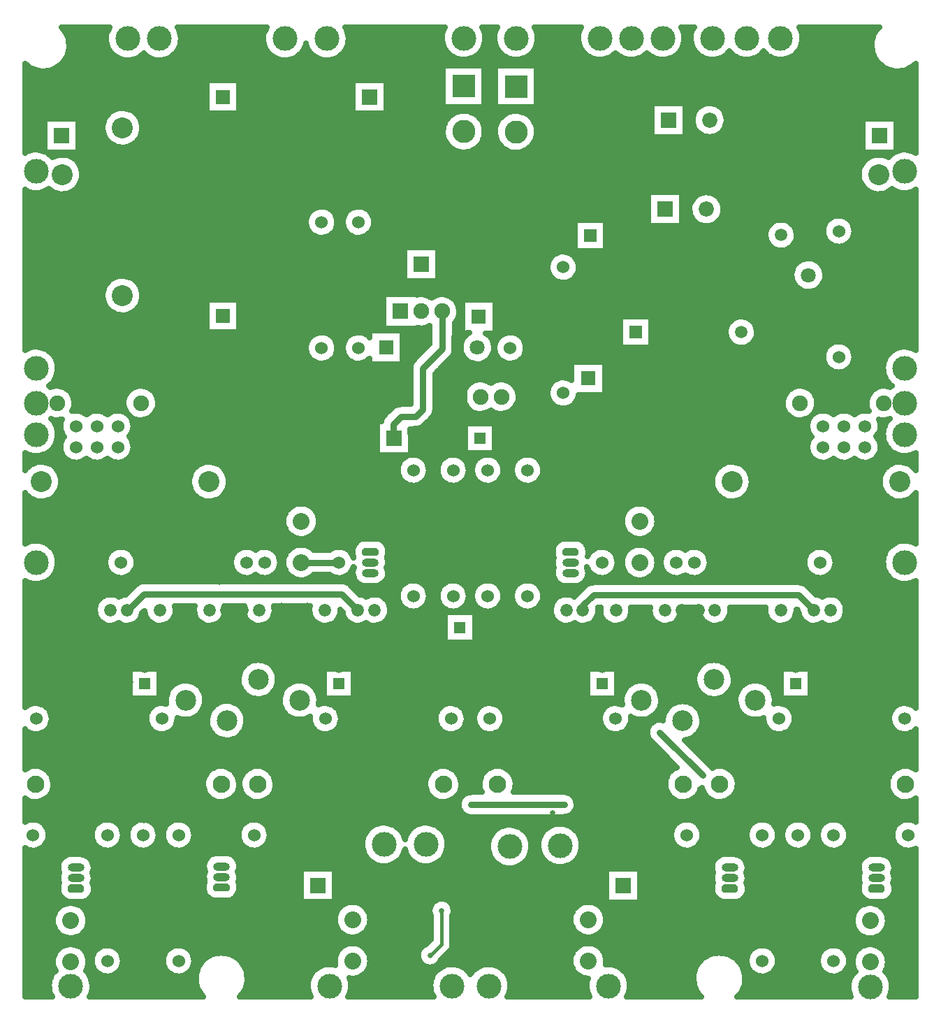
<source format=gbl>
G04 DipTrace 2.4.0.2*
%INMacro_Amp.GBL*%
%MOIN*%
%ADD13C,0.03*%
%ADD14C,0.015*%
%ADD15C,0.06*%
%ADD16C,0.08*%
%ADD19C,0.1*%
%ADD20C,0.025*%
%ADD23R,0.0728X0.0728*%
%ADD24C,0.0728*%
%ADD25C,0.0827*%
%ADD26R,0.0531X0.0531*%
%ADD27C,0.0531*%
%ADD28R,0.0669X0.0669*%
%ADD29C,0.0669*%
%ADD30R,0.0591X0.0591*%
%ADD31C,0.0591*%
%ADD34C,0.1181*%
%ADD35R,0.1102X0.1102*%
%ADD36C,0.1102*%
%ADD37R,0.0709X0.0709*%
%ADD38C,0.0709*%
%ADD39O,0.0787X0.0394*%
%ADD40C,0.075*%
%ADD42O,0.0591X0.061*%
%ADD43R,0.0748X0.0748*%
%ADD44C,0.0748*%
%ADD47C,0.0984*%
%FSLAX44Y44*%
G04*
G70*
G90*
G75*
G01*
%LNBottom*%
%LPD*%
X20500Y4745D2*
D14*
Y3150D1*
X19950Y2600D1*
X20526Y33324D2*
D13*
Y31526D1*
X19600Y30600D1*
Y28650D1*
X19250Y28300D1*
X18550D1*
X18200Y27950D1*
Y27281D1*
X18216Y27266D1*
X26350Y9800D2*
X21900D1*
X34420Y43750D2*
X34350D1*
X26054Y42450D2*
X26000D1*
X18794Y7200D2*
X18750D1*
X25006Y7300D2*
X24950D1*
X21881Y5200D2*
X21850D1*
X5488Y19077D2*
X5527D1*
X6300Y19850D1*
X15739D1*
X16512Y19077D1*
X27238D2*
Y19288D1*
X27750Y19800D1*
X37539D1*
X38262Y19077D1*
X30900Y13250D2*
X32950Y11200D1*
X15600Y21350D2*
X14750D1*
X13800D1*
Y21346D1*
X14750Y21350D2*
D3*
D20*
X20500Y4745D3*
X19950Y2600D3*
X26350Y9800D3*
X21900D3*
D3*
X34420Y43750D3*
X26054Y42450D3*
X18794Y7200D3*
X25006Y7300D3*
X21881Y5200D3*
X30900Y13250D3*
X32950Y11200D3*
X8300Y46550D3*
X9300Y46600D3*
X10200Y46150D3*
X10850Y45200D3*
X10900Y44400D3*
X12100D3*
Y45550D3*
X11950Y46750D3*
X4600Y45650D3*
X5500Y45200D3*
X6800D3*
X7800Y44800D3*
X9100Y44750D3*
X9150Y43750D3*
Y42950D3*
X7700D3*
X6000Y42900D3*
X4600Y42800D3*
X4400Y41600D3*
X5850Y41100D3*
X7650Y41150D3*
X10550Y41700D3*
X9000Y41200D3*
X10850Y42750D3*
X12500D3*
X13300Y43250D3*
X14050Y44350D3*
Y45850D3*
X14800Y43300D3*
X15800Y42700D3*
X17050Y42650D3*
X17950D3*
X18600Y42000D3*
X19600Y41150D3*
X21550Y40850D3*
X22800Y41100D3*
X24050Y40850D3*
X25150Y41900D3*
X24050Y42950D3*
X22800D3*
X21550Y43000D3*
X20200Y42750D3*
X19450Y43500D3*
X18500Y44300D3*
X17050Y44400D3*
X16000Y44500D3*
Y45850D3*
X16050Y46750D3*
X20500Y45750D3*
Y44100D3*
X22800Y44050D3*
Y45400D3*
Y46400D3*
X25250Y46350D3*
X25200Y45450D3*
X25100Y44000D3*
X27000Y46350D3*
X27400Y45450D3*
X27450Y43900D3*
X26050Y43000D3*
X26300Y44400D3*
X27600Y41800D3*
X28850Y41000D3*
X27600Y39700D3*
X28350Y38900D3*
X27600Y37950D3*
X28800Y45500D3*
X30300Y45450D3*
X32250Y46400D3*
X31250Y43250D3*
X31500Y44650D3*
X30250Y44350D3*
X28700Y43700D3*
X29450Y42650D3*
X31300Y41550D3*
X32400Y41950D3*
X33350Y41550D3*
X32750Y44050D3*
X33250Y45250D3*
X34250Y45550D3*
X35850D3*
X37800Y46350D3*
X30350Y41550D3*
X30150Y40700D3*
Y39100D3*
X31150D3*
X32150Y38200D3*
X31200Y37300D3*
X29400Y37850D3*
X38200Y45000D3*
X39400Y43750D3*
X39350Y41700D3*
X37750Y41650D3*
X35950Y41700D3*
X35800Y39900D3*
X35950Y37600D3*
X37900Y37550D3*
X40350Y37100D3*
X39500Y37900D3*
X39200Y36300D3*
X36750Y36150D3*
X34900Y36800D3*
X34200Y38200D3*
X34250Y39750D3*
X32550Y40050D3*
X42800Y42000D3*
X41400Y42550D3*
X40550Y41750D3*
X36800Y43650D3*
X40300Y39850D3*
X41350Y38800D3*
X42700Y38850D3*
X26300Y40800D3*
Y39100D3*
X26350Y37250D3*
X26950Y36100D3*
X25800Y36000D3*
X25250Y38950D3*
X23550Y39550D3*
X21450Y39600D3*
X18850Y39550D3*
X15700D3*
X11700Y38900D3*
X13200Y39550D3*
X11250Y37050D3*
X10550Y35450D3*
X9400Y33900D3*
X6600D3*
X5250Y35050D3*
X4200Y34050D3*
X4950Y32900D3*
X6600Y32300D3*
X9400Y32250D3*
X2350Y42600D3*
X3250Y41700D3*
X850Y41950D3*
X3350Y39850D3*
X2450Y38800D3*
X1050Y38750D3*
X10900Y32250D3*
X9400Y30200D3*
Y28550D3*
X9450Y26350D3*
X8300Y25150D3*
X9450Y24150D3*
X10500Y25250D3*
X10700Y27350D3*
Y29950D3*
X13350Y32300D3*
X13900Y31500D3*
X14800Y30700D3*
X15700Y31500D3*
X14950Y33100D3*
X15950Y33650D3*
X17600D3*
X17550Y32550D3*
X16500Y32400D3*
X16600Y30750D3*
X17850Y30800D3*
X18800Y31300D3*
X19550Y32450D3*
X19750Y31650D3*
X22200Y30800D3*
X23800Y30750D3*
X24550Y31600D3*
X23750Y32450D3*
X21400Y33100D3*
X20950Y34500D3*
X23200Y33150D3*
X22700Y36000D3*
X23150Y34900D3*
X21550Y36400D3*
X19550Y36450D3*
X18050Y37700D3*
X15850Y38350D3*
X13950Y37500D3*
X15650Y36800D3*
X16900Y36600D3*
X17550Y35300D3*
X15650Y35200D3*
X13800D3*
X12250D3*
X12500Y36650D3*
X12850Y37950D3*
X21100Y38200D3*
X24550Y37050D3*
Y35200D3*
X25050Y33150D3*
X26400Y32750D3*
X28400D3*
X27650Y31900D3*
X26650Y30200D3*
X25000Y30050D3*
X23400Y30150D3*
X21350D3*
X20400Y29250D3*
X19000D3*
X17300Y29150D3*
X15650Y29200D3*
X13700Y28650D3*
X13200Y27050D3*
X12650Y25800D3*
X11450Y24650D3*
X9800Y23050D3*
X8150Y21200D3*
X26000Y34150D3*
X27450Y34100D3*
X28050Y35100D3*
X28450Y36900D3*
X31700Y34050D3*
X33950Y33550D3*
X35700Y33000D3*
X36150Y35250D3*
X38000Y35900D3*
X39600Y35300D3*
X38700Y34250D3*
X37200Y34300D3*
X36700Y32100D3*
X35600Y31700D3*
X40050Y33150D3*
X40250Y31100D3*
X39500Y30450D3*
X38800Y31750D3*
X41400Y30500D3*
X37050Y30450D3*
X35950Y30050D3*
X1150Y31750D3*
X3700Y31200D3*
X5600D3*
X7400Y30850D3*
X7750Y29400D3*
Y27300D3*
X7150Y25550D3*
X5750Y26150D3*
X5400Y24850D3*
X3700Y25200D3*
X2200Y24550D3*
X2450Y25850D3*
X850Y26250D3*
X4100Y30000D3*
X3200Y29000D3*
X5100D3*
X2150Y29900D3*
X6100D3*
X1100Y22500D3*
X3250Y22000D3*
X5200Y22200D3*
X6050Y21350D3*
X5200Y20550D3*
X3350Y20650D3*
X1150Y20200D3*
X5050Y19800D3*
X5100Y18350D3*
X6300Y19050D3*
X3950Y19100D3*
X6150Y18250D3*
X3450Y18100D3*
X1050Y17700D3*
X7750Y18200D3*
X7400Y17250D3*
X5500Y16900D3*
X3950Y16850D3*
X2100Y16700D3*
X1850Y15750D3*
X1900Y14250D3*
X2650Y13300D3*
X3550Y12350D3*
X4550Y11450D3*
X6150D3*
X7800Y11500D3*
X10100Y11700D3*
X10700Y12350D3*
X12100Y12700D3*
X11000Y13100D3*
X9150Y13800D3*
X8000Y13850D3*
X7150Y13050D3*
X6350Y13700D3*
X5700Y14450D3*
X5650Y15650D3*
X9450Y14750D3*
X8950Y15750D3*
X8000Y16500D3*
X11850Y14800D3*
X9900Y20400D3*
X11150Y20450D3*
X10300Y21300D3*
X11300Y22450D3*
X13150Y24350D3*
X14450Y25650D3*
X14600Y27550D3*
X16800Y27700D3*
X17450Y26250D3*
X18450Y24900D3*
Y23050D3*
X17850Y22550D3*
X16100Y22150D3*
X14750Y21350D3*
X13800Y22350D3*
X12900Y21350D3*
X14800Y23350D3*
X31700Y32700D3*
X32950Y32600D3*
X33100Y30950D3*
X33050Y28650D3*
X33100Y25850D3*
X34000Y24200D3*
X36000Y21350D3*
X35450Y24850D3*
X34650Y26600D3*
X34550Y30550D3*
X38750Y29000D3*
X40400D3*
X41600Y26300D3*
X42950D3*
X37200Y26500D3*
X40200Y25100D3*
X42950Y24050D3*
X41500Y24300D3*
X37400Y24850D3*
X37250Y23150D3*
Y21500D3*
X37200Y20400D3*
X38650Y19850D3*
X39850Y19050D3*
X38700Y18300D3*
X37500Y19100D3*
X39100Y20700D3*
X41700Y20650D3*
X41750Y22100D3*
X39100Y22050D3*
X42350Y17600D3*
X39550Y17050D3*
X41350Y16600D3*
X41850Y14500D3*
X40850Y13200D3*
X39150Y11550D3*
X40000Y14900D3*
X37350Y11500D3*
X34400Y11550D3*
X42700Y12950D3*
X39950Y10150D3*
X41950Y10100D3*
X42000Y7500D3*
X40550Y8900D3*
X38300Y9050D3*
X36650Y8350D3*
X35300Y9000D3*
X33750Y9650D3*
X35300Y10100D3*
X37350D3*
X39800Y7450D3*
X38350Y7700D3*
X36050Y7500D3*
X35250Y6450D3*
X38350Y6200D3*
X39550Y4150D3*
X37400Y5200D3*
X35250Y5250D3*
X42950Y4700D3*
X40500Y5200D3*
X40000Y2350D3*
X39750Y1050D3*
X38350Y2400D3*
X36650Y2450D3*
X37850Y3950D3*
X35300D3*
X35500Y1350D3*
X33950Y3300D3*
X31500D3*
X29050Y3800D3*
X29550Y1100D3*
X29150Y2050D3*
X28200Y5150D3*
X26850Y6800D3*
X26800Y5000D3*
X27150Y3300D3*
X27250Y1050D3*
X25550Y1100D3*
X23550Y2000D3*
X20300D3*
X22250Y5800D3*
Y8000D3*
X20750Y5800D3*
X21150Y8450D3*
X18750Y8550D3*
X16750Y8500D3*
X16700Y6250D3*
X15500Y4950D3*
X16850Y5100D3*
X16350Y3300D3*
X14200Y3150D3*
X13900Y1150D3*
X16450Y1050D3*
X18200D3*
X11600D3*
X12350Y2950D3*
X10600Y2900D3*
X8700Y2100D3*
X7400Y900D3*
X5150D3*
X3700Y2150D3*
X5450Y2500D3*
X7100Y2450D3*
X7800Y4150D3*
X13050Y4300D3*
X10550Y4250D3*
X1900Y2150D3*
X1250Y3300D3*
X800Y5900D3*
X2850Y5150D3*
X4800Y4300D3*
X6400Y4800D3*
X8150Y5550D3*
X8000Y6750D3*
X7100Y8300D3*
X5400Y7700D3*
X3950Y7600D3*
X4700Y5800D3*
X9100Y7600D3*
X9900Y9700D3*
X9050Y10100D3*
X6750Y10150D3*
X4600Y10100D3*
X3250Y10850D3*
X2050Y12000D3*
X900Y12400D3*
X10750Y7750D3*
X12350Y6600D3*
X14600Y6900D3*
X12350Y8350D3*
X12700Y10800D3*
X15550Y9400D3*
X17350Y9900D3*
X19400D3*
X21300Y12350D3*
X17150Y17250D3*
X19100Y16550D3*
X13850Y13600D3*
X15600Y13200D3*
X16450Y15750D3*
X14700Y16350D3*
X13450Y16400D3*
X13200Y17750D3*
X10900Y18250D3*
X12850Y19300D3*
X14100D3*
X14250Y18400D3*
X15050Y17250D3*
X18750Y15150D3*
X19950Y13950D3*
X19850Y11550D3*
X22500Y12250D3*
X24150Y10650D3*
X26250Y12150D3*
X30000D3*
X28950Y14750D3*
X29950Y13600D3*
X27550Y14400D3*
X28650Y13150D3*
X27400Y15550D3*
X23800Y12550D3*
X23600Y14150D3*
X24100Y15450D3*
X25100Y16350D3*
X26100Y17250D3*
X27800Y17300D3*
X29150Y17650D3*
X29500Y18550D3*
X29600Y19200D3*
X30400D3*
X31100Y18350D3*
X32800Y18200D3*
X30700Y17600D3*
X30250Y15850D3*
X28900Y16250D3*
X32800Y16750D3*
X33650Y14750D3*
X35200Y13800D3*
X35150Y12800D3*
X37650D3*
X36750Y13100D3*
X38650Y13600D3*
X38700Y16150D3*
X38100Y14800D3*
X36200Y16400D3*
X23700Y20300D3*
X25200Y21500D3*
X24000Y22900D3*
X23900Y24300D3*
X22450D3*
X20550Y24200D3*
X20600Y20550D3*
X21450Y26500D3*
X23500Y26550D3*
X26150Y26100D3*
X26700Y24550D3*
X27600Y23000D3*
X26450Y22550D3*
X25300Y24350D3*
X23100Y27900D3*
X24100Y28750D3*
X25850D3*
X27400Y29050D3*
X28350Y29950D3*
X28850Y31150D3*
X30350Y31550D3*
X31650Y31000D3*
X31000Y30100D3*
X31850Y29100D3*
X25700Y27900D3*
X27050Y27100D3*
X28100Y25300D3*
X29100Y23350D3*
X29950Y24200D3*
X31350Y23950D3*
X32400Y22700D3*
X33050Y21950D3*
X33800Y21150D3*
X34700Y21400D3*
X33800Y22500D3*
X31950Y25000D3*
X29050Y6800D3*
X28050Y8050D3*
X27450Y9650D3*
X29050Y10200D3*
X31300Y10100D3*
X31400Y8400D3*
X31650Y6450D3*
X20500Y22550D3*
X25950Y20050D3*
X28000Y18700D3*
X24900Y18350D3*
X23750Y17150D3*
X22200Y15550D3*
X20050Y17650D3*
X21100Y16600D3*
X22050Y17550D3*
X23150Y18250D3*
X22700Y18900D3*
X2050Y10750D3*
X1800Y8300D3*
X2050Y7000D3*
X2850Y8500D3*
X4500Y9150D3*
X6300Y9050D3*
X25000Y7950D3*
X25800Y9400D3*
X33100Y6900D3*
X33000Y8400D3*
X34350Y7750D3*
X31650Y14800D3*
X19200Y21550D3*
X2574Y46626D2*
X4520D1*
X8031D2*
X12020D1*
X16031D2*
X20539D1*
X22562D2*
X23039D1*
X25062D2*
X27039D1*
X32062D2*
X32414D1*
X37687D2*
X41176D1*
X2687Y46378D2*
X4477D1*
X8074D2*
X11977D1*
X16074D2*
X20500D1*
X22601D2*
X23000D1*
X25101D2*
X27000D1*
X32101D2*
X32375D1*
X37726D2*
X41063D1*
X2738Y46129D2*
X4496D1*
X8058D2*
X11996D1*
X16058D2*
X20524D1*
X22578D2*
X23024D1*
X25078D2*
X27024D1*
X32078D2*
X32399D1*
X37703D2*
X41012D1*
X2742Y45880D2*
X4579D1*
X7976D2*
X12079D1*
X13976D2*
X14076D1*
X15976D2*
X20614D1*
X22488D2*
X23114D1*
X24988D2*
X27114D1*
X31988D2*
X32489D1*
X37613D2*
X41008D1*
X2691Y45632D2*
X4746D1*
X7808D2*
X12246D1*
X13808D2*
X14246D1*
X15808D2*
X20793D1*
X22308D2*
X23293D1*
X24808D2*
X27293D1*
X31808D2*
X32668D1*
X34183D2*
X34292D1*
X35808D2*
X35917D1*
X37433D2*
X41059D1*
X2578Y45383D2*
X5094D1*
X5961D2*
X6594D1*
X7461D2*
X12594D1*
X13461D2*
X14594D1*
X15461D2*
X21184D1*
X21918D2*
X23684D1*
X24418D2*
X27684D1*
X28418D2*
X29184D1*
X29918D2*
X30684D1*
X31418D2*
X33059D1*
X33793D2*
X34684D1*
X35418D2*
X36309D1*
X37043D2*
X41172D1*
X2386Y45134D2*
X41364D1*
X650Y44885D2*
X977D1*
X2023D2*
X20547D1*
X22570D2*
X23039D1*
X25062D2*
X41727D1*
X42773D2*
X43102D1*
X650Y44637D2*
X20547D1*
X22570D2*
X23039D1*
X25062D2*
X43102D1*
X650Y44388D2*
X20547D1*
X22570D2*
X23039D1*
X25062D2*
X43102D1*
X650Y44139D2*
X9254D1*
X10843D2*
X16227D1*
X17875D2*
X20547D1*
X22570D2*
X23039D1*
X25062D2*
X43102D1*
X650Y43891D2*
X9254D1*
X10843D2*
X16227D1*
X17875D2*
X20547D1*
X22570D2*
X23039D1*
X25062D2*
X43102D1*
X650Y43642D2*
X9254D1*
X10843D2*
X16227D1*
X17875D2*
X20547D1*
X22570D2*
X23039D1*
X25062D2*
X43102D1*
X650Y43393D2*
X9254D1*
X10843D2*
X16227D1*
X17875D2*
X20547D1*
X22570D2*
X23039D1*
X25062D2*
X43102D1*
X650Y43145D2*
X9254D1*
X10843D2*
X16227D1*
X17875D2*
X20547D1*
X22570D2*
X23039D1*
X25062D2*
X30493D1*
X32140D2*
X32879D1*
X33687D2*
X43102D1*
X650Y42896D2*
X4805D1*
X5746D2*
X9254D1*
X10843D2*
X16227D1*
X17875D2*
X30493D1*
X32140D2*
X32602D1*
X33964D2*
X43102D1*
X650Y42647D2*
X4512D1*
X6039D2*
X20899D1*
X22218D2*
X23403D1*
X24699D2*
X30493D1*
X32140D2*
X32489D1*
X34082D2*
X43102D1*
X650Y42399D2*
X1528D1*
X3175D2*
X4375D1*
X6179D2*
X20688D1*
X22429D2*
X23184D1*
X24914D2*
X30493D1*
X32140D2*
X32461D1*
X34109D2*
X40575D1*
X42222D2*
X43102D1*
X650Y42150D2*
X1528D1*
X3175D2*
X4321D1*
X6234D2*
X20582D1*
X22535D2*
X23075D1*
X25023D2*
X30493D1*
X32140D2*
X32516D1*
X34054D2*
X40575D1*
X42222D2*
X43102D1*
X650Y41901D2*
X1528D1*
X3175D2*
X4332D1*
X6218D2*
X20547D1*
X22570D2*
X23039D1*
X25062D2*
X30493D1*
X32140D2*
X32668D1*
X33898D2*
X40575D1*
X42222D2*
X43102D1*
X650Y41653D2*
X1528D1*
X3175D2*
X4418D1*
X6136D2*
X20579D1*
X22539D2*
X23067D1*
X25035D2*
X30493D1*
X32140D2*
X33129D1*
X33441D2*
X40575D1*
X42222D2*
X43102D1*
X650Y41404D2*
X1528D1*
X3175D2*
X4598D1*
X5953D2*
X20676D1*
X22441D2*
X23164D1*
X24937D2*
X40575D1*
X42222D2*
X43102D1*
X650Y41155D2*
X1528D1*
X3175D2*
X5079D1*
X5476D2*
X20879D1*
X22238D2*
X23360D1*
X24742D2*
X40575D1*
X42222D2*
X43102D1*
X3175Y40906D2*
X23887D1*
X24214D2*
X40575D1*
X2894Y40658D2*
X40856D1*
X3175Y40409D2*
X40575D1*
X3308Y40160D2*
X40442D1*
X3359Y39912D2*
X40391D1*
X3339Y39663D2*
X40411D1*
X3254Y39414D2*
X40496D1*
X3062Y39166D2*
X40688D1*
X650Y38917D2*
X2317D1*
X2483D2*
X30340D1*
X31988D2*
X32778D1*
X33492D2*
X41266D1*
X41437D2*
X43102D1*
X650Y38668D2*
X30340D1*
X31988D2*
X32469D1*
X33800D2*
X43102D1*
X650Y38420D2*
X30340D1*
X31988D2*
X32344D1*
X33925D2*
X43102D1*
X650Y38171D2*
X14325D1*
X15230D2*
X16075D1*
X16980D2*
X30340D1*
X31988D2*
X32309D1*
X33957D2*
X43102D1*
X650Y37922D2*
X14106D1*
X15449D2*
X15856D1*
X17199D2*
X30340D1*
X31988D2*
X32356D1*
X33914D2*
X43102D1*
X650Y37674D2*
X14024D1*
X15531D2*
X15774D1*
X17281D2*
X30340D1*
X31988D2*
X32500D1*
X33769D2*
X36536D1*
X36863D2*
X38911D1*
X39992D2*
X43102D1*
X650Y37425D2*
X14032D1*
X15519D2*
X15782D1*
X17269D2*
X26844D1*
X28355D2*
X30340D1*
X31988D2*
X32883D1*
X33386D2*
X36114D1*
X37285D2*
X38743D1*
X40156D2*
X43102D1*
X650Y37176D2*
X14133D1*
X15418D2*
X15883D1*
X17168D2*
X26844D1*
X28355D2*
X35977D1*
X37421D2*
X38692D1*
X40211D2*
X43102D1*
X650Y36927D2*
X14403D1*
X15152D2*
X16153D1*
X16902D2*
X26844D1*
X28355D2*
X35946D1*
X37453D2*
X38723D1*
X40175D2*
X43102D1*
X650Y36679D2*
X26844D1*
X28355D2*
X36000D1*
X37402D2*
X38860D1*
X40039D2*
X43102D1*
X650Y36430D2*
X26844D1*
X28355D2*
X36168D1*
X37230D2*
X39278D1*
X39621D2*
X43102D1*
X650Y36181D2*
X18704D1*
X20351D2*
X43102D1*
X650Y35933D2*
X18704D1*
X20351D2*
X25743D1*
X26855D2*
X43102D1*
X650Y35684D2*
X18704D1*
X20351D2*
X25586D1*
X27011D2*
X37504D1*
X38496D2*
X43102D1*
X650Y35435D2*
X18704D1*
X20351D2*
X25539D1*
X27058D2*
X37286D1*
X38714D2*
X43102D1*
X650Y35187D2*
X18704D1*
X20351D2*
X25579D1*
X27019D2*
X37200D1*
X38800D2*
X43102D1*
X650Y34938D2*
X4895D1*
X5656D2*
X18704D1*
X20351D2*
X25723D1*
X26875D2*
X37196D1*
X38804D2*
X43102D1*
X650Y34689D2*
X4547D1*
X6004D2*
X37274D1*
X38726D2*
X43102D1*
X650Y34441D2*
X4391D1*
X6160D2*
X37473D1*
X38527D2*
X43102D1*
X650Y34192D2*
X4325D1*
X6230D2*
X43102D1*
X650Y33943D2*
X4325D1*
X6226D2*
X17692D1*
X21070D2*
X43102D1*
X650Y33695D2*
X4395D1*
X6156D2*
X9254D1*
X10843D2*
X17692D1*
X21269D2*
X21461D1*
X23089D2*
X43102D1*
X650Y33446D2*
X4559D1*
X5996D2*
X9254D1*
X10843D2*
X17692D1*
X21351D2*
X21461D1*
X23089D2*
X43102D1*
X650Y33197D2*
X4926D1*
X5629D2*
X9254D1*
X10843D2*
X17692D1*
X21351D2*
X21461D1*
X23089D2*
X43102D1*
X650Y32948D2*
X9254D1*
X10843D2*
X17692D1*
X21269D2*
X21461D1*
X23089D2*
X28996D1*
X30504D2*
X34395D1*
X35207D2*
X43102D1*
X650Y32700D2*
X9254D1*
X10843D2*
X17692D1*
X21136D2*
X21461D1*
X23089D2*
X28996D1*
X30504D2*
X34149D1*
X35453D2*
X43102D1*
X650Y32451D2*
X9254D1*
X10843D2*
X19918D1*
X21136D2*
X21461D1*
X23089D2*
X28996D1*
X30504D2*
X34055D1*
X35543D2*
X43102D1*
X650Y32202D2*
X14371D1*
X15183D2*
X16121D1*
X16933D2*
X17036D1*
X18664D2*
X19918D1*
X21136D2*
X21668D1*
X22734D2*
X23371D1*
X24183D2*
X28996D1*
X30504D2*
X34055D1*
X35546D2*
X43102D1*
X650Y31954D2*
X14121D1*
X15429D2*
X15871D1*
X18664D2*
X19918D1*
X21136D2*
X21473D1*
X22933D2*
X23121D1*
X24429D2*
X28996D1*
X30504D2*
X34145D1*
X35453D2*
X43102D1*
X650Y31705D2*
X14028D1*
X15523D2*
X15778D1*
X18664D2*
X19852D1*
X21136D2*
X21395D1*
X24523D2*
X28996D1*
X30504D2*
X34391D1*
X35211D2*
X38942D1*
X39957D2*
X43102D1*
X1738Y31456D2*
X14028D1*
X15527D2*
X15778D1*
X18664D2*
X19606D1*
X21132D2*
X21399D1*
X24527D2*
X38758D1*
X40144D2*
X42012D1*
X2000Y31208D2*
X14114D1*
X15437D2*
X15864D1*
X18664D2*
X19356D1*
X21043D2*
X21493D1*
X22914D2*
X23114D1*
X24437D2*
X38692D1*
X40207D2*
X41750D1*
X2136Y30959D2*
X14348D1*
X15203D2*
X16098D1*
X16953D2*
X17035D1*
X18664D2*
X19114D1*
X20812D2*
X21715D1*
X22691D2*
X23348D1*
X24203D2*
X38715D1*
X40183D2*
X41614D1*
X2195Y30710D2*
X19000D1*
X20562D2*
X26680D1*
X28308D2*
X38836D1*
X40062D2*
X41555D1*
X2191Y30462D2*
X18989D1*
X20312D2*
X26680D1*
X28308D2*
X39168D1*
X39734D2*
X41559D1*
X2125Y30213D2*
X18989D1*
X20211D2*
X26680D1*
X28308D2*
X41625D1*
X1980Y29964D2*
X18989D1*
X20211D2*
X21946D1*
X22754D2*
X22946D1*
X23754D2*
X25774D1*
X28308D2*
X41770D1*
X2441Y29716D2*
X5860D1*
X6441D2*
X18989D1*
X20211D2*
X21664D1*
X24035D2*
X25602D1*
X28308D2*
X37309D1*
X37890D2*
X41309D1*
X2800Y29467D2*
X5500D1*
X6800D2*
X18989D1*
X20211D2*
X21547D1*
X24156D2*
X25539D1*
X28308D2*
X36950D1*
X38250D2*
X40950D1*
X2941Y29218D2*
X5360D1*
X6941D2*
X18989D1*
X20211D2*
X21516D1*
X24183D2*
X25571D1*
X27031D2*
X36809D1*
X38390D2*
X40809D1*
X2984Y28969D2*
X5317D1*
X6984D2*
X18989D1*
X20211D2*
X21567D1*
X24132D2*
X25700D1*
X26902D2*
X36766D1*
X38433D2*
X40766D1*
X2953Y28721D2*
X5348D1*
X6953D2*
X18118D1*
X20211D2*
X21711D1*
X23988D2*
X26067D1*
X26535D2*
X36797D1*
X38402D2*
X40797D1*
X3464Y28472D2*
X3633D1*
X4464D2*
X4633D1*
X6828D2*
X17871D1*
X20183D2*
X22102D1*
X22597D2*
X23102D1*
X23597D2*
X36922D1*
X39117D2*
X39286D1*
X40117D2*
X40286D1*
X6531Y28223D2*
X17657D1*
X20027D2*
X37219D1*
X2054Y27975D2*
X2301D1*
X5800D2*
X17391D1*
X19777D2*
X37950D1*
X41449D2*
X41696D1*
X2164Y27726D2*
X2302D1*
X5800D2*
X17391D1*
X19386D2*
X21618D1*
X23066D2*
X37950D1*
X41449D2*
X41591D1*
X2199Y27477D2*
X2391D1*
X5707D2*
X17391D1*
X19039D2*
X21618D1*
X23066D2*
X38043D1*
X41359D2*
X41551D1*
X2175Y27229D2*
X2395D1*
X5707D2*
X17391D1*
X19039D2*
X21618D1*
X23066D2*
X38043D1*
X41355D2*
X41575D1*
X2086Y26980D2*
X2301D1*
X5796D2*
X17391D1*
X19039D2*
X21618D1*
X23066D2*
X37954D1*
X41449D2*
X41664D1*
X1906Y26731D2*
X2301D1*
X5800D2*
X17391D1*
X19039D2*
X21618D1*
X23066D2*
X37950D1*
X41449D2*
X41844D1*
X650Y26483D2*
X786D1*
X1515D2*
X2387D1*
X5711D2*
X17391D1*
X19234D2*
X20969D1*
X21132D2*
X22618D1*
X22780D2*
X24516D1*
X24680D2*
X38039D1*
X41363D2*
X42235D1*
X42964D2*
X43102D1*
X650Y26234D2*
X2625D1*
X3476D2*
X3625D1*
X4476D2*
X4625D1*
X5476D2*
X18571D1*
X19726D2*
X20473D1*
X21629D2*
X22121D1*
X23277D2*
X24024D1*
X25179D2*
X38274D1*
X39125D2*
X39274D1*
X40125D2*
X40274D1*
X41125D2*
X43102D1*
X650Y25985D2*
X868D1*
X1933D2*
X8868D1*
X9933D2*
X18430D1*
X19871D2*
X20329D1*
X21773D2*
X21977D1*
X23421D2*
X23879D1*
X25320D2*
X33817D1*
X34882D2*
X41817D1*
X42882D2*
X43102D1*
X2191Y25737D2*
X8610D1*
X10191D2*
X18391D1*
X19910D2*
X20289D1*
X21808D2*
X21938D1*
X23461D2*
X23840D1*
X25359D2*
X33559D1*
X35140D2*
X41559D1*
X2316Y25488D2*
X8485D1*
X10316D2*
X18438D1*
X19863D2*
X20340D1*
X21761D2*
X21989D1*
X23410D2*
X23887D1*
X25312D2*
X33434D1*
X35265D2*
X41434D1*
X2359Y25239D2*
X8442D1*
X10359D2*
X18598D1*
X19703D2*
X20496D1*
X21605D2*
X22145D1*
X23254D2*
X24047D1*
X25152D2*
X33391D1*
X35308D2*
X41391D1*
X2336Y24990D2*
X8465D1*
X10336D2*
X33414D1*
X35285D2*
X41414D1*
X2242Y24742D2*
X8559D1*
X10242D2*
X33508D1*
X35191D2*
X41508D1*
X650Y24493D2*
X762D1*
X2039D2*
X8762D1*
X10039D2*
X33711D1*
X34988D2*
X41711D1*
X42988D2*
X43102D1*
X650Y24244D2*
X43102D1*
X650Y23996D2*
X13293D1*
X14308D2*
X29442D1*
X30457D2*
X43102D1*
X650Y23747D2*
X13063D1*
X14539D2*
X29211D1*
X30687D2*
X43102D1*
X650Y23498D2*
X12961D1*
X14640D2*
X29110D1*
X30789D2*
X43102D1*
X650Y23250D2*
X12942D1*
X14656D2*
X29094D1*
X30808D2*
X43102D1*
X650Y23001D2*
X13000D1*
X14597D2*
X29153D1*
X30750D2*
X43102D1*
X650Y22752D2*
X13157D1*
X14441D2*
X29309D1*
X30593D2*
X43102D1*
X650Y22504D2*
X13575D1*
X14023D2*
X29727D1*
X30175D2*
X43102D1*
X1656Y22255D2*
X16371D1*
X17828D2*
X25922D1*
X27379D2*
X42094D1*
X1964Y22006D2*
X4844D1*
X5554D2*
X10844D1*
X11554D2*
X11694D1*
X12406D2*
X13266D1*
X14336D2*
X15243D1*
X15957D2*
X16250D1*
X17949D2*
X25801D1*
X27500D2*
X27793D1*
X28507D2*
X29414D1*
X30484D2*
X31344D1*
X32054D2*
X32194D1*
X32906D2*
X38196D1*
X38906D2*
X41786D1*
X2117Y21758D2*
X4563D1*
X5836D2*
X10563D1*
X12687D2*
X13047D1*
X17953D2*
X25797D1*
X28785D2*
X29200D1*
X30703D2*
X31063D1*
X33187D2*
X37914D1*
X39187D2*
X41633D1*
X2187Y21509D2*
X4457D1*
X5941D2*
X10457D1*
X12793D2*
X12957D1*
X17933D2*
X25817D1*
X28894D2*
X29106D1*
X30793D2*
X30957D1*
X33293D2*
X37809D1*
X39293D2*
X41563D1*
X2195Y21260D2*
X4446D1*
X5953D2*
X10446D1*
X12804D2*
X12944D1*
X17949D2*
X25801D1*
X28906D2*
X29096D1*
X30804D2*
X30944D1*
X33304D2*
X37797D1*
X39304D2*
X41555D1*
X2144Y21011D2*
X4524D1*
X5879D2*
X10524D1*
X12726D2*
X13008D1*
X17933D2*
X25817D1*
X28828D2*
X29161D1*
X30742D2*
X31024D1*
X33226D2*
X37871D1*
X39226D2*
X41606D1*
X2015Y20763D2*
X4735D1*
X5668D2*
X10735D1*
X12515D2*
X13176D1*
X14421D2*
X15133D1*
X16066D2*
X16254D1*
X17949D2*
X25801D1*
X27496D2*
X27684D1*
X28617D2*
X29329D1*
X30574D2*
X31235D1*
X33015D2*
X38082D1*
X39015D2*
X41735D1*
X1769Y20514D2*
X13704D1*
X13898D2*
X16344D1*
X17855D2*
X25895D1*
X27406D2*
X29852D1*
X30045D2*
X41981D1*
X650Y20265D2*
X5864D1*
X16175D2*
X16637D1*
X17562D2*
X18602D1*
X19699D2*
X20500D1*
X21597D2*
X22153D1*
X23250D2*
X24051D1*
X25148D2*
X26188D1*
X27113D2*
X27371D1*
X37918D2*
X43102D1*
X650Y20017D2*
X5614D1*
X16425D2*
X18442D1*
X19859D2*
X20340D1*
X21761D2*
X21989D1*
X23410D2*
X23891D1*
X25308D2*
X27114D1*
X38175D2*
X43102D1*
X650Y19768D2*
X4414D1*
X4988D2*
X5200D1*
X16800D2*
X17012D1*
X17586D2*
X18391D1*
X19910D2*
X20289D1*
X21808D2*
X21938D1*
X23461D2*
X23840D1*
X25359D2*
X26164D1*
X26738D2*
X26868D1*
X38550D2*
X38762D1*
X39336D2*
X43102D1*
X650Y19519D2*
X4086D1*
X17914D2*
X18426D1*
X19875D2*
X20329D1*
X21773D2*
X21977D1*
X23421D2*
X23875D1*
X25324D2*
X25836D1*
X39664D2*
X43102D1*
X650Y19271D2*
X3969D1*
X18031D2*
X18567D1*
X19730D2*
X20469D1*
X21632D2*
X22118D1*
X23281D2*
X24020D1*
X25183D2*
X25719D1*
X39781D2*
X43102D1*
X650Y19022D2*
X3946D1*
X7816D2*
X8672D1*
X10179D2*
X11036D1*
X12543D2*
X14184D1*
X18054D2*
X19024D1*
X19277D2*
X20926D1*
X21175D2*
X22575D1*
X22824D2*
X24473D1*
X24726D2*
X25696D1*
X29566D2*
X30422D1*
X31929D2*
X32786D1*
X34293D2*
X35934D1*
X39804D2*
X43102D1*
X650Y18773D2*
X4008D1*
X6183D2*
X6371D1*
X7757D2*
X8731D1*
X10117D2*
X11094D1*
X12480D2*
X14243D1*
X15629D2*
X15817D1*
X17992D2*
X20653D1*
X22105D2*
X25758D1*
X27933D2*
X28121D1*
X29507D2*
X30481D1*
X31867D2*
X32844D1*
X34230D2*
X35993D1*
X37379D2*
X37567D1*
X39742D2*
X43102D1*
X650Y18525D2*
X4188D1*
X6004D2*
X6551D1*
X7578D2*
X8911D1*
X9937D2*
X11274D1*
X12300D2*
X14422D1*
X15449D2*
X15996D1*
X17812D2*
X20653D1*
X22105D2*
X25938D1*
X27754D2*
X28301D1*
X29328D2*
X30661D1*
X31687D2*
X33024D1*
X34050D2*
X36172D1*
X37199D2*
X37746D1*
X39562D2*
X43102D1*
X650Y18276D2*
X20653D1*
X22105D2*
X43102D1*
X650Y18027D2*
X20653D1*
X22105D2*
X43102D1*
X650Y17779D2*
X20653D1*
X22105D2*
X43102D1*
X650Y17530D2*
X43102D1*
X650Y17281D2*
X43102D1*
X650Y17032D2*
X43102D1*
X650Y16784D2*
X43102D1*
X650Y16535D2*
X11211D1*
X12289D2*
X32961D1*
X34039D2*
X43102D1*
X650Y16286D2*
X10957D1*
X12543D2*
X32707D1*
X34293D2*
X43102D1*
X650Y16038D2*
X5614D1*
X7066D2*
X10840D1*
X12660D2*
X14868D1*
X16320D2*
X27434D1*
X28886D2*
X32590D1*
X34410D2*
X36684D1*
X38136D2*
X43102D1*
X650Y15789D2*
X5614D1*
X7066D2*
X10797D1*
X12703D2*
X14868D1*
X16320D2*
X27434D1*
X28886D2*
X32547D1*
X34453D2*
X36684D1*
X38136D2*
X43102D1*
X650Y15540D2*
X5614D1*
X7066D2*
X7719D1*
X8843D2*
X10825D1*
X12675D2*
X13164D1*
X14273D2*
X14868D1*
X16320D2*
X27434D1*
X28886D2*
X29477D1*
X30586D2*
X32575D1*
X34425D2*
X34914D1*
X36023D2*
X36684D1*
X38136D2*
X43102D1*
X650Y15292D2*
X5614D1*
X7066D2*
X7481D1*
X9082D2*
X10926D1*
X12574D2*
X12922D1*
X14515D2*
X14868D1*
X16320D2*
X27434D1*
X28886D2*
X29235D1*
X30828D2*
X32676D1*
X34324D2*
X34672D1*
X36265D2*
X36684D1*
X38136D2*
X43102D1*
X650Y15043D2*
X5614D1*
X7066D2*
X7368D1*
X9195D2*
X11141D1*
X12359D2*
X12805D1*
X14632D2*
X14868D1*
X16320D2*
X27434D1*
X28886D2*
X29118D1*
X30945D2*
X32891D1*
X34109D2*
X34555D1*
X36382D2*
X36684D1*
X38136D2*
X43102D1*
X650Y14794D2*
X7329D1*
X9234D2*
X12766D1*
X14671D2*
X29079D1*
X30984D2*
X34516D1*
X36421D2*
X43102D1*
X650Y14546D2*
X774D1*
X1527D2*
X6774D1*
X9203D2*
X9672D1*
X10828D2*
X12797D1*
X15328D2*
X20575D1*
X21328D2*
X22422D1*
X23175D2*
X28422D1*
X30953D2*
X31430D1*
X32570D2*
X34547D1*
X36976D2*
X42223D1*
X42976D2*
X43102D1*
X1793Y14297D2*
X6508D1*
X9093D2*
X9442D1*
X11058D2*
X12903D1*
X15593D2*
X20305D1*
X21593D2*
X22157D1*
X23445D2*
X28157D1*
X30847D2*
X31196D1*
X32804D2*
X34653D1*
X37242D2*
X41957D1*
X1894Y14048D2*
X6407D1*
X8871D2*
X9332D1*
X11168D2*
X13125D1*
X15695D2*
X20204D1*
X21695D2*
X22055D1*
X23546D2*
X28055D1*
X30625D2*
X31082D1*
X32918D2*
X34875D1*
X37343D2*
X41856D1*
X1902Y13800D2*
X6399D1*
X7902D2*
X9297D1*
X11203D2*
X14196D1*
X15703D2*
X20196D1*
X21703D2*
X22047D1*
X23554D2*
X28047D1*
X29554D2*
X30676D1*
X32953D2*
X35848D1*
X37351D2*
X41848D1*
X1820Y13551D2*
X6477D1*
X7820D2*
X9332D1*
X11168D2*
X14278D1*
X15621D2*
X20278D1*
X21621D2*
X22129D1*
X23472D2*
X28129D1*
X29472D2*
X30375D1*
X32918D2*
X35930D1*
X37273D2*
X41930D1*
X1601Y13302D2*
X6696D1*
X7601D2*
X9442D1*
X11058D2*
X14496D1*
X15402D2*
X20496D1*
X21402D2*
X22348D1*
X23254D2*
X28348D1*
X29254D2*
X30293D1*
X32808D2*
X36149D1*
X37054D2*
X42149D1*
X650Y13053D2*
X9676D1*
X10824D2*
X30325D1*
X32582D2*
X43102D1*
X650Y12805D2*
X30493D1*
X32199D2*
X43102D1*
X650Y12556D2*
X30743D1*
X32445D2*
X43102D1*
X650Y12307D2*
X30989D1*
X32695D2*
X43102D1*
X650Y12059D2*
X31239D1*
X32945D2*
X43102D1*
X650Y11810D2*
X31489D1*
X33191D2*
X43102D1*
X650Y11561D2*
X766D1*
X1472D2*
X9625D1*
X10332D2*
X11368D1*
X12074D2*
X20227D1*
X20933D2*
X22817D1*
X23527D2*
X31672D1*
X34125D2*
X42274D1*
X42984D2*
X43102D1*
X1804Y11313D2*
X9293D1*
X10664D2*
X11036D1*
X12406D2*
X19895D1*
X21265D2*
X22485D1*
X23855D2*
X31344D1*
X34457D2*
X41946D1*
X1945Y11064D2*
X9157D1*
X10804D2*
X10896D1*
X12546D2*
X19754D1*
X21402D2*
X22348D1*
X23996D2*
X31204D1*
X34593D2*
X41805D1*
X1992Y10815D2*
X9106D1*
X12593D2*
X19707D1*
X21453D2*
X22297D1*
X24043D2*
X31157D1*
X34644D2*
X41758D1*
X1968Y10567D2*
X9133D1*
X12566D2*
X19735D1*
X21425D2*
X22325D1*
X24015D2*
X31184D1*
X34617D2*
X41782D1*
X1859Y10318D2*
X9243D1*
X10714D2*
X10985D1*
X12457D2*
X19844D1*
X21316D2*
X21602D1*
X26648D2*
X31293D1*
X32765D2*
X33036D1*
X34507D2*
X41891D1*
X1609Y10069D2*
X9489D1*
X10468D2*
X11231D1*
X12211D2*
X20090D1*
X21070D2*
X21356D1*
X26894D2*
X31539D1*
X32515D2*
X33282D1*
X34257D2*
X42141D1*
X650Y9821D2*
X21289D1*
X26961D2*
X43102D1*
X650Y9572D2*
X21336D1*
X26914D2*
X43102D1*
X650Y9323D2*
X21536D1*
X26714D2*
X43102D1*
X650Y9074D2*
X852D1*
X1146D2*
X4403D1*
X4699D2*
X6102D1*
X6396D2*
X7801D1*
X8097D2*
X11403D1*
X11699D2*
X32051D1*
X32347D2*
X35653D1*
X35949D2*
X37352D1*
X37646D2*
X39051D1*
X39347D2*
X42602D1*
X42896D2*
X43102D1*
X1586Y8826D2*
X3965D1*
X5136D2*
X5664D1*
X6836D2*
X7364D1*
X8535D2*
X10965D1*
X12136D2*
X17286D1*
X18214D2*
X19286D1*
X20214D2*
X25809D1*
X26492D2*
X31614D1*
X32785D2*
X35215D1*
X36386D2*
X36914D1*
X38086D2*
X38614D1*
X39785D2*
X42164D1*
X1722Y8577D2*
X3825D1*
X5273D2*
X5528D1*
X6972D2*
X7227D1*
X8675D2*
X10825D1*
X12273D2*
X16954D1*
X18546D2*
X18954D1*
X20546D2*
X23055D1*
X24445D2*
X25403D1*
X26898D2*
X31477D1*
X32925D2*
X35075D1*
X36523D2*
X36778D1*
X38222D2*
X38477D1*
X39925D2*
X42028D1*
X1761Y8328D2*
X3789D1*
X5308D2*
X5489D1*
X7011D2*
X7192D1*
X8711D2*
X10789D1*
X12308D2*
X16793D1*
X18707D2*
X18793D1*
X20707D2*
X22848D1*
X24652D2*
X25219D1*
X27082D2*
X31442D1*
X32961D2*
X35039D1*
X36558D2*
X36739D1*
X38261D2*
X38442D1*
X39961D2*
X41989D1*
X1707Y8080D2*
X3840D1*
X5257D2*
X5543D1*
X6957D2*
X7243D1*
X8660D2*
X10840D1*
X12257D2*
X16715D1*
X20785D2*
X22739D1*
X24761D2*
X25125D1*
X27175D2*
X31493D1*
X32910D2*
X35090D1*
X36507D2*
X36793D1*
X38207D2*
X38493D1*
X39910D2*
X42043D1*
X1546Y7831D2*
X4004D1*
X5093D2*
X5704D1*
X6796D2*
X7407D1*
X8496D2*
X11004D1*
X12093D2*
X16704D1*
X20796D2*
X22700D1*
X24800D2*
X25098D1*
X27199D2*
X31657D1*
X32746D2*
X35254D1*
X36343D2*
X36954D1*
X38046D2*
X38657D1*
X39746D2*
X42204D1*
X650Y7582D2*
X16750D1*
X20750D2*
X22723D1*
X24777D2*
X25133D1*
X27164D2*
X43102D1*
X650Y7334D2*
X2489D1*
X3609D2*
X9371D1*
X10629D2*
X16871D1*
X18629D2*
X18871D1*
X20629D2*
X22813D1*
X24687D2*
X25239D1*
X27062D2*
X33692D1*
X34808D2*
X40692D1*
X41808D2*
X43102D1*
X650Y7085D2*
X2266D1*
X3836D2*
X9192D1*
X10808D2*
X17102D1*
X18398D2*
X19102D1*
X20398D2*
X22989D1*
X24511D2*
X25442D1*
X26859D2*
X33465D1*
X35035D2*
X40465D1*
X42035D2*
X43102D1*
X650Y6836D2*
X2196D1*
X3902D2*
X9145D1*
X10855D2*
X23375D1*
X24125D2*
X25969D1*
X26328D2*
X33399D1*
X35101D2*
X40399D1*
X42101D2*
X43102D1*
X650Y6588D2*
X2235D1*
X3867D2*
X9192D1*
X10808D2*
X13778D1*
X15425D2*
X28325D1*
X29972D2*
X33434D1*
X35066D2*
X40434D1*
X42066D2*
X43102D1*
X650Y6339D2*
X2196D1*
X3902D2*
X9145D1*
X10855D2*
X13778D1*
X15425D2*
X28325D1*
X29972D2*
X33399D1*
X35101D2*
X40399D1*
X42101D2*
X43102D1*
X650Y6090D2*
X2231D1*
X3867D2*
X9168D1*
X10832D2*
X13778D1*
X15425D2*
X28325D1*
X29972D2*
X33434D1*
X35066D2*
X40434D1*
X42066D2*
X43102D1*
X650Y5842D2*
X2196D1*
X3902D2*
X9145D1*
X10855D2*
X13778D1*
X15425D2*
X28325D1*
X29972D2*
X33395D1*
X35105D2*
X40395D1*
X42105D2*
X43102D1*
X650Y5593D2*
X2211D1*
X3890D2*
X9176D1*
X10824D2*
X13778D1*
X15425D2*
X28325D1*
X29972D2*
X33411D1*
X35089D2*
X40411D1*
X42089D2*
X43102D1*
X650Y5344D2*
X2375D1*
X3726D2*
X9375D1*
X10625D2*
X13778D1*
X15425D2*
X28325D1*
X29972D2*
X33575D1*
X34925D2*
X40575D1*
X41925D2*
X43102D1*
X650Y5095D2*
X2661D1*
X2941D2*
X15930D1*
X16570D2*
X20039D1*
X20961D2*
X27180D1*
X27820D2*
X40848D1*
X41054D2*
X43102D1*
X650Y4847D2*
X2172D1*
X3425D2*
X15582D1*
X16918D2*
X19926D1*
X21074D2*
X26832D1*
X28168D2*
X40329D1*
X41574D2*
X43102D1*
X650Y4598D2*
X2008D1*
X3593D2*
X15442D1*
X17058D2*
X19934D1*
X21066D2*
X26692D1*
X28308D2*
X40161D1*
X41742D2*
X43102D1*
X650Y4349D2*
X1946D1*
X3656D2*
X15391D1*
X17109D2*
X19965D1*
X21035D2*
X26641D1*
X28359D2*
X40094D1*
X41804D2*
X43102D1*
X650Y4101D2*
X1957D1*
X3644D2*
X15418D1*
X17082D2*
X19965D1*
X21035D2*
X26668D1*
X28332D2*
X40106D1*
X41793D2*
X43102D1*
X650Y3852D2*
X2051D1*
X3550D2*
X15532D1*
X16968D2*
X19965D1*
X21035D2*
X26782D1*
X28218D2*
X40200D1*
X41703D2*
X43102D1*
X650Y3603D2*
X2270D1*
X3328D2*
X15786D1*
X16714D2*
X19965D1*
X21035D2*
X27036D1*
X27964D2*
X40414D1*
X41484D2*
X43102D1*
X650Y3355D2*
X19957D1*
X21035D2*
X43102D1*
X650Y3106D2*
X2559D1*
X3043D2*
X15879D1*
X16621D2*
X19684D1*
X21035D2*
X27129D1*
X27871D2*
X40723D1*
X41175D2*
X43102D1*
X650Y2857D2*
X2153D1*
X3445D2*
X3993D1*
X5105D2*
X7395D1*
X8507D2*
X15567D1*
X16933D2*
X19426D1*
X20941D2*
X26817D1*
X28183D2*
X35243D1*
X36355D2*
X38645D1*
X39757D2*
X40309D1*
X41593D2*
X43102D1*
X650Y2609D2*
X2000D1*
X3601D2*
X3836D1*
X5261D2*
X7239D1*
X8664D2*
X9461D1*
X10539D2*
X15434D1*
X17066D2*
X19364D1*
X20703D2*
X26684D1*
X28316D2*
X33211D1*
X34289D2*
X35086D1*
X36511D2*
X38489D1*
X39914D2*
X40153D1*
X41750D2*
X43102D1*
X650Y2360D2*
X1942D1*
X3656D2*
X3793D1*
X5308D2*
X7192D1*
X8711D2*
X9110D1*
X10890D2*
X15391D1*
X17109D2*
X19418D1*
X20480D2*
X26641D1*
X28359D2*
X32860D1*
X34640D2*
X35039D1*
X36558D2*
X38442D1*
X39961D2*
X40091D1*
X41808D2*
X43102D1*
X650Y2111D2*
X1961D1*
X3636D2*
X3829D1*
X5269D2*
X7231D1*
X8671D2*
X8918D1*
X11082D2*
X14766D1*
X17078D2*
X19653D1*
X20250D2*
X20618D1*
X21382D2*
X22368D1*
X23132D2*
X26672D1*
X28832D2*
X32668D1*
X34832D2*
X35079D1*
X36519D2*
X38481D1*
X39921D2*
X40110D1*
X41789D2*
X43102D1*
X650Y1863D2*
X2039D1*
X3562D2*
X3977D1*
X5125D2*
X7375D1*
X8523D2*
X8809D1*
X11191D2*
X14387D1*
X16957D2*
X20239D1*
X21761D2*
X21989D1*
X23511D2*
X26793D1*
X29211D2*
X32559D1*
X34941D2*
X35227D1*
X36375D2*
X38625D1*
X39773D2*
X40211D1*
X41687D2*
X43102D1*
X650Y1614D2*
X1860D1*
X3738D2*
X8758D1*
X11242D2*
X14211D1*
X16675D2*
X20059D1*
X23691D2*
X27075D1*
X29390D2*
X32508D1*
X34992D2*
X40039D1*
X41863D2*
X43102D1*
X650Y1365D2*
X1774D1*
X3828D2*
X8762D1*
X11238D2*
X14121D1*
X16179D2*
X19973D1*
X23777D2*
X27422D1*
X29476D2*
X32512D1*
X34988D2*
X39934D1*
X41964D2*
X43102D1*
X650Y1116D2*
X1750D1*
X3851D2*
X8817D1*
X11183D2*
X14102D1*
X16199D2*
X19950D1*
X23800D2*
X27399D1*
X29500D2*
X32567D1*
X34933D2*
X39899D1*
X42000D2*
X43102D1*
X650Y868D2*
X1789D1*
X3812D2*
X8930D1*
X11070D2*
X14141D1*
X16160D2*
X19989D1*
X23761D2*
X27438D1*
X29461D2*
X32680D1*
X34820D2*
X39926D1*
X41972D2*
X43102D1*
X40726Y42485D2*
X42199D1*
Y40945D1*
X42394Y41005D1*
X42517Y41022D1*
X42642Y41025D1*
X42766Y41012D1*
X42888Y40984D1*
X43006Y40942D1*
X43127Y40879D1*
X43125Y44875D1*
Y45145D1*
X42989Y45027D1*
X42886Y44957D1*
X42776Y44898D1*
X42660Y44850D1*
X42541Y44814D1*
X42418Y44790D1*
X42293Y44779D1*
X42168Y44781D1*
X42044Y44796D1*
X41922Y44823D1*
X41804Y44863D1*
X41690Y44915D1*
X41582Y44977D1*
X41481Y45051D1*
X41388Y45135D1*
X41304Y45227D1*
X41230Y45328D1*
X41167Y45435D1*
X41115Y45549D1*
X41075Y45667D1*
X41047Y45789D1*
X41032Y45913D1*
X41029Y46038D1*
X41040Y46163D1*
X41063Y46285D1*
X41098Y46405D1*
X41145Y46521D1*
X41204Y46631D1*
X41274Y46735D1*
X41402Y46877D1*
X37750Y46875D1*
X37559D1*
X37651Y46664D1*
X37682Y46543D1*
X37701Y46350D1*
X37693Y46225D1*
X37670Y46102D1*
X37633Y45983D1*
X37581Y45870D1*
X37516Y45763D1*
X37438Y45665D1*
X37349Y45577D1*
X37250Y45501D1*
X37143Y45437D1*
X37029Y45387D1*
X36909Y45351D1*
X36786Y45330D1*
X36661Y45325D1*
X36536Y45334D1*
X36414Y45358D1*
X36295Y45397D1*
X36182Y45451D1*
X36076Y45517D1*
X35980Y45596D1*
X35863Y45727D1*
X35724Y45577D1*
X35625Y45501D1*
X35518Y45437D1*
X35404Y45387D1*
X35284Y45351D1*
X35161Y45330D1*
X35036Y45325D1*
X34911Y45334D1*
X34789Y45358D1*
X34670Y45397D1*
X34557Y45451D1*
X34451Y45517D1*
X34355Y45596D1*
X34238Y45727D1*
X34099Y45577D1*
X34000Y45501D1*
X33893Y45437D1*
X33779Y45387D1*
X33659Y45351D1*
X33536Y45330D1*
X33411Y45325D1*
X33286Y45334D1*
X33164Y45358D1*
X33045Y45397D1*
X32932Y45451D1*
X32826Y45517D1*
X32730Y45596D1*
X32643Y45686D1*
X32568Y45786D1*
X32506Y45895D1*
X32458Y46010D1*
X32423Y46130D1*
X32404Y46253D1*
X32400Y46378D1*
X32411Y46503D1*
X32437Y46625D1*
X32478Y46743D1*
X32547Y46878D1*
X31934Y46875D1*
X32026Y46664D1*
X32057Y46543D1*
X32076Y46350D1*
X32068Y46225D1*
X32045Y46102D1*
X32008Y45983D1*
X31956Y45870D1*
X31891Y45763D1*
X31813Y45665D1*
X31724Y45577D1*
X31625Y45501D1*
X31518Y45437D1*
X31404Y45387D1*
X31284Y45351D1*
X31161Y45330D1*
X31036Y45325D1*
X30911Y45334D1*
X30789Y45358D1*
X30670Y45397D1*
X30557Y45451D1*
X30451Y45517D1*
X30303Y45650D1*
X30125Y45501D1*
X30018Y45437D1*
X29904Y45387D1*
X29784Y45351D1*
X29661Y45330D1*
X29536Y45325D1*
X29411Y45334D1*
X29289Y45358D1*
X29170Y45397D1*
X29057Y45451D1*
X28951Y45517D1*
X28803Y45650D1*
X28625Y45501D1*
X28518Y45437D1*
X28404Y45387D1*
X28284Y45351D1*
X28161Y45330D1*
X28036Y45325D1*
X27911Y45334D1*
X27789Y45358D1*
X27670Y45397D1*
X27557Y45451D1*
X27451Y45517D1*
X27355Y45596D1*
X27268Y45686D1*
X27193Y45786D1*
X27131Y45895D1*
X27083Y46010D1*
X27048Y46130D1*
X27029Y46253D1*
X27025Y46378D1*
X27036Y46503D1*
X27062Y46625D1*
X27103Y46743D1*
X27172Y46878D1*
X26375Y46875D1*
X24934D1*
X25026Y46664D1*
X25057Y46543D1*
X25076Y46350D1*
X25068Y46225D1*
X25045Y46102D1*
X25008Y45983D1*
X24956Y45870D1*
X24891Y45763D1*
X24813Y45665D1*
X24724Y45577D1*
X24625Y45501D1*
X24518Y45437D1*
X24404Y45387D1*
X24284Y45351D1*
X24161Y45330D1*
X24036Y45325D1*
X23911Y45334D1*
X23789Y45358D1*
X23670Y45397D1*
X23557Y45451D1*
X23451Y45517D1*
X23355Y45596D1*
X23268Y45686D1*
X23193Y45786D1*
X23131Y45895D1*
X23083Y46010D1*
X23048Y46130D1*
X23029Y46253D1*
X23025Y46378D1*
X23036Y46503D1*
X23062Y46625D1*
X23103Y46743D1*
X23172Y46878D1*
X22434Y46875D1*
X22526Y46664D1*
X22557Y46543D1*
X22576Y46350D1*
X22568Y46225D1*
X22545Y46102D1*
X22508Y45983D1*
X22456Y45870D1*
X22391Y45763D1*
X22313Y45665D1*
X22224Y45577D1*
X22125Y45501D1*
X22018Y45437D1*
X21904Y45387D1*
X21784Y45351D1*
X21661Y45330D1*
X21536Y45325D1*
X21411Y45334D1*
X21289Y45358D1*
X21170Y45397D1*
X21057Y45451D1*
X20951Y45517D1*
X20855Y45596D1*
X20768Y45686D1*
X20693Y45786D1*
X20631Y45895D1*
X20583Y46010D1*
X20548Y46130D1*
X20529Y46253D1*
X20525Y46378D1*
X20536Y46503D1*
X20562Y46625D1*
X20603Y46743D1*
X20672Y46878D1*
X19875Y46875D1*
X15895D1*
X15957Y46754D1*
X16003Y46637D1*
X16034Y46516D1*
X16052Y46324D1*
X16044Y46199D1*
X16022Y46076D1*
X15984Y45957D1*
X15932Y45843D1*
X15867Y45737D1*
X15790Y45639D1*
X15701Y45551D1*
X15602Y45475D1*
X15494Y45411D1*
X15380Y45361D1*
X15260Y45325D1*
X15137Y45304D1*
X15012Y45298D1*
X14888Y45307D1*
X14765Y45332D1*
X14647Y45371D1*
X14534Y45424D1*
X14428Y45491D1*
X14331Y45570D1*
X14245Y45660D1*
X14170Y45760D1*
X14107Y45868D1*
X14059Y45983D1*
X14026Y46100D1*
X13984Y45957D1*
X13932Y45843D1*
X13867Y45737D1*
X13790Y45639D1*
X13701Y45551D1*
X13602Y45475D1*
X13494Y45411D1*
X13380Y45361D1*
X13260Y45325D1*
X13137Y45304D1*
X13012Y45298D1*
X12888Y45307D1*
X12765Y45332D1*
X12647Y45371D1*
X12534Y45424D1*
X12428Y45491D1*
X12331Y45570D1*
X12245Y45660D1*
X12170Y45760D1*
X12107Y45868D1*
X12059Y45983D1*
X12025Y46103D1*
X12005Y46227D1*
X12001Y46352D1*
X12012Y46476D1*
X12038Y46598D1*
X12079Y46716D1*
X12166Y46878D1*
X11250Y46875D1*
X7895D1*
X7957Y46754D1*
X8003Y46637D1*
X8034Y46516D1*
X8052Y46324D1*
X8044Y46199D1*
X8022Y46076D1*
X7984Y45957D1*
X7932Y45843D1*
X7867Y45737D1*
X7790Y45639D1*
X7701Y45551D1*
X7602Y45475D1*
X7494Y45411D1*
X7380Y45361D1*
X7260Y45325D1*
X7137Y45304D1*
X7012Y45298D1*
X6888Y45307D1*
X6765Y45332D1*
X6647Y45371D1*
X6534Y45424D1*
X6428Y45491D1*
X6280Y45623D1*
X6102Y45475D1*
X5994Y45411D1*
X5880Y45361D1*
X5760Y45325D1*
X5637Y45304D1*
X5512Y45298D1*
X5388Y45307D1*
X5265Y45332D1*
X5147Y45371D1*
X5034Y45424D1*
X4928Y45491D1*
X4831Y45570D1*
X4745Y45660D1*
X4670Y45760D1*
X4607Y45868D1*
X4559Y45983D1*
X4525Y46103D1*
X4505Y46227D1*
X4501Y46352D1*
X4512Y46476D1*
X4538Y46598D1*
X4579Y46716D1*
X4666Y46878D1*
X3750Y46875D1*
X2355D1*
X2469Y46743D1*
X2540Y46640D1*
X2600Y46530D1*
X2649Y46415D1*
X2685Y46296D1*
X2709Y46173D1*
X2721Y46000D1*
X2715Y45875D1*
X2696Y45752D1*
X2664Y45631D1*
X2620Y45514D1*
X2565Y45402D1*
X2498Y45296D1*
X2421Y45198D1*
X2334Y45108D1*
X2239Y45027D1*
X2136Y44957D1*
X2026Y44898D1*
X1910Y44850D1*
X1791Y44814D1*
X1668Y44790D1*
X1543Y44779D1*
X1418Y44781D1*
X1294Y44796D1*
X1172Y44823D1*
X1054Y44863D1*
X940Y44915D1*
X832Y44977D1*
X731Y45051D1*
X625Y45149D1*
Y40879D1*
X707Y40925D1*
X823Y40972D1*
X944Y41005D1*
X1067Y41022D1*
X1192Y41025D1*
X1316Y41012D1*
X1438Y40984D1*
X1552Y40943D1*
X1551Y42485D1*
X3149D1*
Y40887D1*
X1667Y40886D1*
X1771Y40816D1*
X1866Y40734D1*
X1931Y40662D1*
X2123Y40743D1*
X2245Y40772D1*
X2369Y40784D1*
X2494Y40780D1*
X2617Y40759D1*
X2736Y40722D1*
X2850Y40670D1*
X2955Y40603D1*
X3050Y40522D1*
X3134Y40429D1*
X3205Y40326D1*
X3261Y40215D1*
X3302Y40097D1*
X3327Y39974D1*
X3335Y39850D1*
X3327Y39725D1*
X3302Y39603D1*
X3261Y39485D1*
X3204Y39373D1*
X3134Y39271D1*
X3050Y39178D1*
X2955Y39097D1*
X2849Y39030D1*
X2736Y38977D1*
X2617Y38940D1*
X2494Y38920D1*
X2369Y38916D1*
X2244Y38928D1*
X2123Y38957D1*
X2006Y39002D1*
X1897Y39062D1*
X1760Y39171D1*
X1618Y39087D1*
X1504Y39037D1*
X1384Y39001D1*
X1261Y38980D1*
X1136Y38975D1*
X1011Y38984D1*
X889Y39008D1*
X770Y39047D1*
X627Y39119D1*
X625Y36875D1*
Y31480D1*
X823Y31572D1*
X944Y31605D1*
X1067Y31622D1*
X1192Y31625D1*
X1316Y31612D1*
X1438Y31584D1*
X1556Y31542D1*
X1667Y31486D1*
X1771Y31416D1*
X1866Y31334D1*
X1950Y31242D1*
X2022Y31140D1*
X2081Y31030D1*
X2126Y30914D1*
X2157Y30793D1*
X2176Y30600D1*
X2168Y30475D1*
X2145Y30352D1*
X2108Y30233D1*
X2056Y30120D1*
X1991Y30013D1*
X1913Y29915D1*
X1759Y29777D1*
X1845Y29702D1*
X1960Y29737D1*
X2083Y29757D1*
X2208Y29758D1*
X2331Y29739D1*
X2451Y29702D1*
X2563Y29647D1*
X2665Y29575D1*
X2755Y29489D1*
X2830Y29389D1*
X2890Y29280D1*
X2932Y29162D1*
X2955Y29039D1*
X2960Y28950D1*
X2950Y28825D1*
X2922Y28704D1*
X2857Y28558D1*
X2962Y28580D1*
X3086Y28584D1*
X3210Y28567D1*
X3329Y28530D1*
X3440Y28473D1*
X3548Y28389D1*
X3617Y28444D1*
X3723Y28508D1*
X3839Y28554D1*
X3962Y28580D1*
X4086Y28584D1*
X4210Y28567D1*
X4329Y28530D1*
X4440Y28473D1*
X4548Y28389D1*
X4617Y28444D1*
X4723Y28508D1*
X4839Y28554D1*
X4962Y28580D1*
X5086Y28584D1*
X5210Y28567D1*
X5329Y28530D1*
X5440Y28473D1*
X5540Y28398D1*
X5626Y28307D1*
X5695Y28203D1*
X5745Y28089D1*
X5776Y27968D1*
X5785Y27850D1*
X5774Y27726D1*
X5743Y27605D1*
X5691Y27491D1*
X5586Y27351D1*
X5695Y27203D1*
X5745Y27089D1*
X5776Y26968D1*
X5785Y26850D1*
X5774Y26726D1*
X5743Y26605D1*
X5691Y26491D1*
X5621Y26388D1*
X5535Y26298D1*
X5434Y26224D1*
X5323Y26168D1*
X5203Y26131D1*
X5080Y26116D1*
X4955Y26121D1*
X4833Y26148D1*
X4717Y26195D1*
X4611Y26260D1*
X4550Y26315D1*
X4434Y26224D1*
X4323Y26168D1*
X4203Y26131D1*
X4080Y26116D1*
X3955Y26121D1*
X3833Y26148D1*
X3717Y26195D1*
X3611Y26260D1*
X3550Y26315D1*
X3434Y26224D1*
X3323Y26168D1*
X3203Y26131D1*
X3080Y26116D1*
X2955Y26121D1*
X2833Y26148D1*
X2717Y26195D1*
X2611Y26260D1*
X2518Y26343D1*
X2439Y26441D1*
X2379Y26550D1*
X2338Y26668D1*
X2317Y26791D1*
X2318Y26916D1*
X2340Y27039D1*
X2382Y27156D1*
X2443Y27265D1*
X2510Y27347D1*
X2439Y27441D1*
X2379Y27550D1*
X2338Y27668D1*
X2317Y27791D1*
X2318Y27916D1*
X2340Y28039D1*
X2395Y28180D1*
X2297Y28153D1*
X2172Y28140D1*
X2048Y28146D1*
X1925Y28172D1*
X1849Y28201D1*
X1950Y28092D1*
X2022Y27990D1*
X2081Y27880D1*
X2126Y27764D1*
X2157Y27643D1*
X2176Y27450D1*
X2168Y27325D1*
X2145Y27202D1*
X2108Y27083D1*
X2056Y26970D1*
X1991Y26863D1*
X1913Y26765D1*
X1824Y26677D1*
X1725Y26601D1*
X1618Y26537D1*
X1504Y26487D1*
X1384Y26451D1*
X1261Y26430D1*
X1136Y26425D1*
X1011Y26434D1*
X889Y26458D1*
X770Y26497D1*
X627Y26569D1*
X625Y25723D1*
X707Y25827D1*
X796Y25914D1*
X897Y25988D1*
X1007Y26048D1*
X1123Y26093D1*
X1245Y26122D1*
X1369Y26134D1*
X1494Y26130D1*
X1617Y26109D1*
X1736Y26072D1*
X1850Y26020D1*
X1955Y25953D1*
X2050Y25872D1*
X2134Y25779D1*
X2205Y25676D1*
X2261Y25565D1*
X2302Y25447D1*
X2327Y25324D1*
X2335Y25200D1*
X2327Y25075D1*
X2302Y24953D1*
X2261Y24835D1*
X2204Y24723D1*
X2134Y24621D1*
X2050Y24528D1*
X1955Y24447D1*
X1849Y24380D1*
X1736Y24327D1*
X1617Y24290D1*
X1494Y24270D1*
X1369Y24266D1*
X1244Y24278D1*
X1123Y24307D1*
X1006Y24352D1*
X897Y24412D1*
X796Y24486D1*
X706Y24573D1*
X623Y24681D1*
X625Y22230D1*
X823Y22322D1*
X944Y22355D1*
X1067Y22372D1*
X1192Y22375D1*
X1316Y22362D1*
X1438Y22334D1*
X1556Y22292D1*
X1667Y22236D1*
X1771Y22166D1*
X1866Y22084D1*
X1950Y21992D1*
X2022Y21890D1*
X2081Y21780D1*
X2126Y21664D1*
X2157Y21543D1*
X2176Y21350D1*
X2168Y21225D1*
X2145Y21102D1*
X2108Y20983D1*
X2056Y20870D1*
X1991Y20763D1*
X1913Y20665D1*
X1824Y20577D1*
X1725Y20501D1*
X1618Y20437D1*
X1504Y20387D1*
X1384Y20351D1*
X1261Y20330D1*
X1136Y20325D1*
X1011Y20334D1*
X889Y20358D1*
X770Y20397D1*
X627Y20469D1*
X625Y18625D1*
Y14418D1*
X717Y14494D1*
X823Y14558D1*
X939Y14604D1*
X1062Y14630D1*
X1186Y14634D1*
X1310Y14617D1*
X1429Y14580D1*
X1540Y14523D1*
X1640Y14448D1*
X1726Y14357D1*
X1795Y14253D1*
X1845Y14139D1*
X1876Y14018D1*
X1885Y13900D1*
X1874Y13776D1*
X1843Y13655D1*
X1791Y13541D1*
X1721Y13438D1*
X1635Y13348D1*
X1534Y13274D1*
X1423Y13218D1*
X1303Y13181D1*
X1180Y13166D1*
X1055Y13171D1*
X933Y13198D1*
X817Y13245D1*
X711Y13310D1*
X626Y13386D1*
X625Y11465D1*
X760Y11547D1*
X876Y11592D1*
X998Y11619D1*
X1123Y11628D1*
X1247Y11618D1*
X1369Y11590D1*
X1486Y11545D1*
X1594Y11483D1*
X1692Y11406D1*
X1778Y11315D1*
X1850Y11213D1*
X1906Y11101D1*
X1944Y10983D1*
X1969Y10779D1*
X1960Y10655D1*
X1933Y10533D1*
X1888Y10416D1*
X1826Y10308D1*
X1749Y10209D1*
X1659Y10123D1*
X1557Y10051D1*
X1445Y9995D1*
X1326Y9956D1*
X1203Y9935D1*
X1079Y9932D1*
X955Y9947D1*
X834Y9981D1*
X720Y10031D1*
X625Y10092D1*
Y8980D1*
X789Y9054D1*
X912Y9080D1*
X1036Y9084D1*
X1160Y9067D1*
X1279Y9030D1*
X1390Y8973D1*
X1490Y8898D1*
X1576Y8807D1*
X1645Y8703D1*
X1695Y8589D1*
X1726Y8468D1*
X1735Y8350D1*
X1724Y8226D1*
X1693Y8105D1*
X1641Y7991D1*
X1571Y7888D1*
X1485Y7798D1*
X1384Y7724D1*
X1273Y7668D1*
X1153Y7631D1*
X1030Y7616D1*
X905Y7621D1*
X783Y7648D1*
X624Y7721D1*
X625Y625D1*
X1918D1*
X1833Y810D1*
X1798Y930D1*
X1779Y1053D1*
X1775Y1178D1*
X1786Y1303D1*
X1812Y1425D1*
X1853Y1543D1*
X1907Y1655D1*
X1975Y1760D1*
X2081Y1880D1*
X2047Y1939D1*
X2002Y2055D1*
X1974Y2177D1*
X1965Y2302D1*
X1975Y2426D1*
X2003Y2548D1*
X2049Y2664D1*
X2111Y2772D1*
X2189Y2870D1*
X2281Y2954D1*
X2385Y3024D1*
X2497Y3078D1*
X2617Y3115D1*
X2740Y3133D1*
X2865Y3132D1*
X2989Y3113D1*
X3108Y3076D1*
X3220Y3022D1*
X3323Y2951D1*
X3414Y2866D1*
X3492Y2768D1*
X3554Y2659D1*
X3599Y2543D1*
X3626Y2421D1*
X3635Y2300D1*
X3626Y2175D1*
X3598Y2054D1*
X3552Y1937D1*
X3519Y1880D1*
X3600Y1792D1*
X3672Y1690D1*
X3731Y1580D1*
X3776Y1464D1*
X3807Y1343D1*
X3826Y1150D1*
X3818Y1025D1*
X3795Y902D1*
X3758Y783D1*
X3680Y626D1*
X9145Y625D1*
X9054Y727D1*
X8980Y828D1*
X8917Y935D1*
X8865Y1049D1*
X8825Y1167D1*
X8797Y1289D1*
X8782Y1413D1*
X8779Y1538D1*
X8790Y1663D1*
X8813Y1785D1*
X8848Y1905D1*
X8895Y2021D1*
X8954Y2131D1*
X9024Y2235D1*
X9104Y2330D1*
X9194Y2418D1*
X9292Y2495D1*
X9397Y2562D1*
X9509Y2618D1*
X9626Y2663D1*
X9747Y2695D1*
X9870Y2714D1*
X9995Y2721D1*
X10120Y2715D1*
X10243Y2697D1*
X10364Y2666D1*
X10481Y2622D1*
X10593Y2567D1*
X10699Y2501D1*
X10798Y2425D1*
X10888Y2338D1*
X10969Y2243D1*
X11040Y2140D1*
X11100Y2030D1*
X11149Y1915D1*
X11185Y1796D1*
X11209Y1673D1*
X11221Y1500D1*
X11215Y1375D1*
X11196Y1252D1*
X11164Y1131D1*
X11120Y1014D1*
X11065Y902D1*
X10998Y796D1*
X10848Y622D1*
X11500Y625D1*
X14270D1*
X14183Y810D1*
X14148Y930D1*
X14129Y1053D1*
X14125Y1178D1*
X14136Y1303D1*
X14162Y1425D1*
X14203Y1543D1*
X14257Y1655D1*
X14325Y1760D1*
X14406Y1856D1*
X14497Y1941D1*
X14598Y2014D1*
X14707Y2075D1*
X14823Y2122D1*
X14944Y2155D1*
X15067Y2172D1*
X15192Y2175D1*
X15316Y2162D1*
X15442Y2133D1*
X15424Y2223D1*
X15415Y2348D1*
X15425Y2472D1*
X15453Y2594D1*
X15499Y2710D1*
X15561Y2818D1*
X15639Y2915D1*
X15731Y3000D1*
X15835Y3070D1*
X15947Y3124D1*
X16067Y3160D1*
X16190Y3179D1*
X16315Y3178D1*
X16439Y3159D1*
X16558Y3122D1*
X16670Y3067D1*
X16773Y2997D1*
X16864Y2911D1*
X16942Y2813D1*
X17004Y2705D1*
X17049Y2589D1*
X17076Y2467D1*
X17085Y2346D1*
X17076Y2221D1*
X17048Y2099D1*
X17002Y1983D1*
X16940Y1875D1*
X16862Y1777D1*
X16770Y1693D1*
X16667Y1622D1*
X16554Y1568D1*
X16435Y1532D1*
X16312Y1513D1*
X16187D1*
X16106Y1525D1*
X16157Y1343D1*
X16176Y1150D1*
X16168Y1025D1*
X16145Y902D1*
X16108Y783D1*
X16030Y626D1*
X20121Y625D1*
X20033Y810D1*
X19998Y930D1*
X19979Y1053D1*
X19975Y1178D1*
X19986Y1303D1*
X20012Y1425D1*
X20053Y1543D1*
X20107Y1655D1*
X20175Y1760D1*
X20256Y1856D1*
X20347Y1941D1*
X20448Y2014D1*
X20557Y2075D1*
X20673Y2122D1*
X20794Y2155D1*
X20917Y2172D1*
X21042Y2175D1*
X21166Y2162D1*
X21288Y2134D1*
X21406Y2092D1*
X21517Y2036D1*
X21621Y1966D1*
X21716Y1884D1*
X21800Y1792D1*
X21874Y1687D1*
X22006Y1856D1*
X22097Y1941D1*
X22198Y2014D1*
X22307Y2075D1*
X22423Y2122D1*
X22544Y2155D1*
X22667Y2172D1*
X22792Y2175D1*
X22916Y2162D1*
X23038Y2134D1*
X23156Y2092D1*
X23267Y2036D1*
X23371Y1966D1*
X23466Y1884D1*
X23550Y1792D1*
X23622Y1690D1*
X23681Y1580D1*
X23726Y1464D1*
X23757Y1343D1*
X23776Y1150D1*
X23768Y1025D1*
X23745Y902D1*
X23708Y783D1*
X23630Y626D1*
X27566Y625D1*
X27483Y810D1*
X27448Y930D1*
X27429Y1053D1*
X27425Y1178D1*
X27436Y1303D1*
X27462Y1425D1*
X27491Y1510D1*
X27313Y1532D1*
X27194Y1569D1*
X27081Y1623D1*
X26978Y1694D1*
X26887Y1779D1*
X26809Y1877D1*
X26747Y1985D1*
X26702Y2101D1*
X26674Y2223D1*
X26665Y2348D1*
X26675Y2472D1*
X26703Y2594D1*
X26749Y2710D1*
X26811Y2818D1*
X26889Y2915D1*
X26981Y3000D1*
X27085Y3070D1*
X27197Y3124D1*
X27317Y3160D1*
X27440Y3179D1*
X27565Y3178D1*
X27689Y3159D1*
X27808Y3122D1*
X27920Y3067D1*
X28023Y2997D1*
X28114Y2911D1*
X28192Y2813D1*
X28254Y2705D1*
X28299Y2589D1*
X28326Y2467D1*
X28335Y2346D1*
X28313Y2164D1*
X28492Y2175D1*
X28616Y2162D1*
X28738Y2134D1*
X28856Y2092D1*
X28967Y2036D1*
X29071Y1966D1*
X29166Y1884D1*
X29250Y1792D1*
X29322Y1690D1*
X29381Y1580D1*
X29426Y1464D1*
X29457Y1343D1*
X29476Y1150D1*
X29468Y1025D1*
X29445Y902D1*
X29408Y783D1*
X29330Y626D1*
X32895Y625D1*
X32804Y727D1*
X32730Y828D1*
X32667Y935D1*
X32615Y1049D1*
X32575Y1167D1*
X32547Y1289D1*
X32532Y1413D1*
X32529Y1538D1*
X32540Y1663D1*
X32563Y1785D1*
X32598Y1905D1*
X32645Y2021D1*
X32704Y2131D1*
X32774Y2235D1*
X32854Y2330D1*
X32944Y2418D1*
X33042Y2495D1*
X33147Y2562D1*
X33259Y2618D1*
X33376Y2663D1*
X33497Y2695D1*
X33620Y2714D1*
X33745Y2721D1*
X33870Y2715D1*
X33993Y2697D1*
X34114Y2666D1*
X34231Y2622D1*
X34343Y2567D1*
X34449Y2501D1*
X34548Y2425D1*
X34638Y2338D1*
X34719Y2243D1*
X34790Y2140D1*
X34850Y2030D1*
X34899Y1915D1*
X34935Y1796D1*
X34959Y1673D1*
X34971Y1500D1*
X34965Y1375D1*
X34946Y1252D1*
X34914Y1131D1*
X34870Y1014D1*
X34815Y902D1*
X34748Y796D1*
X34598Y622D1*
X35250Y625D1*
X40043D1*
X39983Y760D1*
X39948Y880D1*
X39929Y1003D1*
X39925Y1128D1*
X39936Y1253D1*
X39962Y1375D1*
X40003Y1493D1*
X40057Y1605D1*
X40125Y1710D1*
X40249Y1846D1*
X40197Y1935D1*
X40152Y2051D1*
X40124Y2173D1*
X40115Y2298D1*
X40125Y2422D1*
X40153Y2544D1*
X40199Y2660D1*
X40261Y2768D1*
X40339Y2865D1*
X40431Y2950D1*
X40535Y3020D1*
X40647Y3074D1*
X40767Y3110D1*
X40890Y3129D1*
X41015Y3128D1*
X41139Y3109D1*
X41258Y3072D1*
X41370Y3017D1*
X41473Y2947D1*
X41564Y2861D1*
X41642Y2763D1*
X41704Y2655D1*
X41749Y2539D1*
X41776Y2417D1*
X41785Y2296D1*
X41776Y2171D1*
X41748Y2049D1*
X41702Y1933D1*
X41653Y1849D1*
X41750Y1742D1*
X41822Y1640D1*
X41881Y1530D1*
X41926Y1414D1*
X41957Y1293D1*
X41976Y1100D1*
X41968Y975D1*
X41945Y852D1*
X41908Y733D1*
X41858Y623D1*
X43125Y625D1*
Y7715D1*
X43023Y7668D1*
X42903Y7631D1*
X42780Y7616D1*
X42655Y7621D1*
X42533Y7648D1*
X42417Y7695D1*
X42311Y7760D1*
X42218Y7843D1*
X42139Y7941D1*
X42079Y8050D1*
X42038Y8168D1*
X42017Y8291D1*
X42018Y8416D1*
X42040Y8539D1*
X42082Y8656D1*
X42143Y8765D1*
X42222Y8862D1*
X42317Y8944D1*
X42423Y9008D1*
X42539Y9054D1*
X42662Y9080D1*
X42786Y9084D1*
X42910Y9067D1*
X43029Y9030D1*
X43123Y8982D1*
X43125Y10090D1*
X42953Y9996D1*
X42835Y9957D1*
X42712Y9936D1*
X42587Y9933D1*
X42463Y9948D1*
X42343Y9981D1*
X42228Y10032D1*
X42123Y10099D1*
X42029Y10181D1*
X41947Y10275D1*
X41880Y10381D1*
X41830Y10495D1*
X41797Y10616D1*
X41782Y10740D1*
X41785Y10865D1*
X41807Y10988D1*
X41846Y11106D1*
X41902Y11218D1*
X41974Y11320D1*
X42061Y11410D1*
X42159Y11486D1*
X42268Y11548D1*
X42385Y11592D1*
X42507Y11620D1*
X42631Y11628D1*
X42756Y11619D1*
X42878Y11591D1*
X42994Y11546D1*
X43124Y11467D1*
X43125Y13387D1*
X42984Y13274D1*
X42873Y13218D1*
X42753Y13181D1*
X42630Y13166D1*
X42505Y13171D1*
X42383Y13198D1*
X42267Y13245D1*
X42161Y13310D1*
X42068Y13393D1*
X41989Y13491D1*
X41929Y13600D1*
X41888Y13718D1*
X41867Y13841D1*
X41868Y13966D1*
X41890Y14089D1*
X41932Y14206D1*
X41993Y14315D1*
X42072Y14412D1*
X42167Y14494D1*
X42273Y14558D1*
X42389Y14604D1*
X42512Y14630D1*
X42636Y14634D1*
X42760Y14617D1*
X42879Y14580D1*
X42990Y14523D1*
X43125Y14411D1*
Y20473D1*
X42954Y20387D1*
X42834Y20351D1*
X42711Y20330D1*
X42586Y20325D1*
X42461Y20334D1*
X42339Y20358D1*
X42220Y20397D1*
X42107Y20451D1*
X42001Y20517D1*
X41905Y20596D1*
X41818Y20686D1*
X41743Y20786D1*
X41681Y20895D1*
X41633Y21010D1*
X41598Y21130D1*
X41579Y21253D1*
X41575Y21378D1*
X41586Y21503D1*
X41612Y21625D1*
X41653Y21743D1*
X41707Y21855D1*
X41775Y21960D1*
X41856Y22056D1*
X41947Y22141D1*
X42048Y22214D1*
X42157Y22275D1*
X42273Y22322D1*
X42394Y22355D1*
X42517Y22372D1*
X42642Y22375D1*
X42766Y22362D1*
X42888Y22334D1*
X43006Y22292D1*
X43127Y22229D1*
X43125Y24000D1*
Y24676D1*
X43000Y24528D1*
X42905Y24447D1*
X42799Y24380D1*
X42686Y24327D1*
X42567Y24290D1*
X42444Y24270D1*
X42319Y24266D1*
X42194Y24278D1*
X42073Y24307D1*
X41956Y24352D1*
X41847Y24412D1*
X41746Y24486D1*
X41656Y24573D1*
X41579Y24671D1*
X41515Y24778D1*
X41467Y24893D1*
X41434Y25014D1*
X41417Y25138D1*
Y25263D1*
X41434Y25386D1*
X41467Y25507D1*
X41516Y25622D1*
X41579Y25729D1*
X41657Y25827D1*
X41746Y25914D1*
X41847Y25988D1*
X41957Y26048D1*
X42073Y26093D1*
X42195Y26122D1*
X42319Y26134D1*
X42444Y26130D1*
X42567Y26109D1*
X42686Y26072D1*
X42800Y26020D1*
X42905Y25953D1*
X43000Y25872D1*
X43126Y25718D1*
X43125Y26566D1*
X42954Y26487D1*
X42834Y26451D1*
X42711Y26430D1*
X42586Y26425D1*
X42461Y26434D1*
X42339Y26458D1*
X42220Y26497D1*
X42107Y26551D1*
X42001Y26617D1*
X41905Y26696D1*
X41818Y26786D1*
X41743Y26886D1*
X41681Y26995D1*
X41633Y27110D1*
X41598Y27230D1*
X41579Y27353D1*
X41575Y27478D1*
X41586Y27603D1*
X41612Y27725D1*
X41653Y27843D1*
X41707Y27955D1*
X41775Y28060D1*
X41904Y28201D1*
X41747Y28153D1*
X41622Y28140D1*
X41498Y28146D1*
X41357Y28179D1*
X41395Y28089D1*
X41426Y27968D1*
X41435Y27850D1*
X41424Y27726D1*
X41393Y27605D1*
X41341Y27491D1*
X41236Y27351D1*
X41345Y27203D1*
X41395Y27089D1*
X41426Y26968D1*
X41435Y26850D1*
X41424Y26726D1*
X41393Y26605D1*
X41341Y26491D1*
X41271Y26388D1*
X41185Y26298D1*
X41084Y26224D1*
X40973Y26168D1*
X40853Y26131D1*
X40730Y26116D1*
X40605Y26121D1*
X40483Y26148D1*
X40367Y26195D1*
X40261Y26260D1*
X40200Y26315D1*
X40084Y26224D1*
X39973Y26168D1*
X39853Y26131D1*
X39730Y26116D1*
X39605Y26121D1*
X39483Y26148D1*
X39367Y26195D1*
X39261Y26260D1*
X39200Y26315D1*
X39084Y26224D1*
X38973Y26168D1*
X38853Y26131D1*
X38730Y26116D1*
X38605Y26121D1*
X38483Y26148D1*
X38367Y26195D1*
X38261Y26260D1*
X38168Y26343D1*
X38089Y26441D1*
X38029Y26550D1*
X37988Y26668D1*
X37967Y26791D1*
X37968Y26916D1*
X37990Y27039D1*
X38032Y27156D1*
X38093Y27265D1*
X38160Y27347D1*
X38089Y27441D1*
X38029Y27550D1*
X37988Y27668D1*
X37967Y27791D1*
X37968Y27916D1*
X37990Y28039D1*
X38032Y28156D1*
X38093Y28265D1*
X38172Y28362D1*
X38267Y28444D1*
X38373Y28508D1*
X38489Y28554D1*
X38612Y28580D1*
X38736Y28584D1*
X38860Y28567D1*
X38979Y28530D1*
X39090Y28473D1*
X39198Y28389D1*
X39267Y28444D1*
X39373Y28508D1*
X39489Y28554D1*
X39612Y28580D1*
X39736Y28584D1*
X39860Y28567D1*
X39979Y28530D1*
X40090Y28473D1*
X40198Y28389D1*
X40267Y28444D1*
X40373Y28508D1*
X40489Y28554D1*
X40612Y28580D1*
X40736Y28584D1*
X40894Y28557D1*
X40843Y28662D1*
X40808Y28782D1*
X40791Y28905D1*
X40794Y29030D1*
X40816Y29153D1*
X40856Y29271D1*
X40915Y29382D1*
X40989Y29482D1*
X41078Y29570D1*
X41180Y29642D1*
X41291Y29699D1*
X41410Y29737D1*
X41533Y29757D1*
X41658Y29758D1*
X41781Y29739D1*
X41904Y29700D1*
X41994Y29775D1*
X41905Y29846D1*
X41818Y29936D1*
X41743Y30036D1*
X41681Y30145D1*
X41633Y30260D1*
X41598Y30380D1*
X41579Y30503D1*
X41575Y30628D1*
X41586Y30753D1*
X41612Y30875D1*
X41653Y30993D1*
X41707Y31105D1*
X41775Y31210D1*
X41856Y31306D1*
X41947Y31391D1*
X42048Y31464D1*
X42157Y31525D1*
X42273Y31572D1*
X42394Y31605D1*
X42517Y31622D1*
X42642Y31625D1*
X42766Y31612D1*
X42888Y31584D1*
X43006Y31542D1*
X43127Y31479D1*
X43125Y33250D1*
Y39121D1*
X42954Y39037D1*
X42834Y39001D1*
X42711Y38980D1*
X42586Y38975D1*
X42461Y38984D1*
X42339Y39008D1*
X42220Y39047D1*
X42107Y39101D1*
X41992Y39175D1*
X41905Y39097D1*
X41799Y39030D1*
X41686Y38977D1*
X41567Y38940D1*
X41444Y38920D1*
X41319Y38916D1*
X41194Y38928D1*
X41073Y38957D1*
X40956Y39002D1*
X40847Y39062D1*
X40746Y39136D1*
X40656Y39223D1*
X40579Y39321D1*
X40515Y39428D1*
X40467Y39543D1*
X40434Y39664D1*
X40417Y39788D1*
Y39913D1*
X40434Y40036D1*
X40467Y40157D1*
X40516Y40272D1*
X40579Y40379D1*
X40657Y40477D1*
X40746Y40564D1*
X40847Y40638D1*
X40957Y40698D1*
X41073Y40743D1*
X41195Y40772D1*
X41319Y40784D1*
X41444Y40780D1*
X41567Y40759D1*
X41686Y40722D1*
X41816Y40659D1*
X41947Y40791D1*
X42086Y40885D1*
X40601Y40887D1*
Y42485D1*
X40726D1*
X34610Y10655D2*
X34583Y10534D1*
X34538Y10417D1*
X34476Y10308D1*
X34399Y10210D1*
X34309Y10124D1*
X34207Y10052D1*
X34095Y9996D1*
X33976Y9957D1*
X33853Y9936D1*
X33729Y9933D1*
X33605Y9948D1*
X33484Y9981D1*
X33370Y10032D1*
X33265Y10099D1*
X33170Y10181D1*
X33089Y10275D1*
X33022Y10381D1*
X32972Y10495D1*
X32940Y10612D1*
X32841Y10534D1*
X32796Y10417D1*
X32734Y10308D1*
X32658Y10210D1*
X32567Y10124D1*
X32465Y10052D1*
X32353Y9996D1*
X32235Y9957D1*
X32112Y9936D1*
X31987Y9933D1*
X31863Y9948D1*
X31743Y9981D1*
X31628Y10032D1*
X31523Y10099D1*
X31429Y10181D1*
X31347Y10275D1*
X31280Y10381D1*
X31230Y10495D1*
X31197Y10616D1*
X31182Y10740D1*
X31185Y10865D1*
X31207Y10988D1*
X31246Y11106D1*
X31302Y11218D1*
X31374Y11320D1*
X31461Y11410D1*
X31559Y11486D1*
X31668Y11548D1*
X31741Y11582D1*
X30486Y12836D1*
X30408Y12933D1*
X30352Y13045D1*
X30321Y13166D1*
X30316Y13291D1*
X30338Y13413D1*
X30386Y13529D1*
X30456Y13631D1*
X30547Y13717D1*
X30654Y13781D1*
X30773Y13821D1*
X30897Y13835D1*
X31021Y13822D1*
X31076Y13804D1*
X31077Y13883D1*
X31097Y14006D1*
X31134Y14126D1*
X31186Y14239D1*
X31253Y14345D1*
X31333Y14440D1*
X31426Y14524D1*
X31529Y14594D1*
X31641Y14650D1*
X31759Y14691D1*
X31881Y14715D1*
X32006Y14723D1*
X32131Y14714D1*
X32253Y14688D1*
X32370Y14646D1*
X32481Y14588D1*
X32583Y14516D1*
X32675Y14431D1*
X32754Y14335D1*
X32820Y14229D1*
X32871Y14114D1*
X32906Y13995D1*
X32927Y13796D1*
X32919Y13671D1*
X32894Y13549D1*
X32852Y13431D1*
X32796Y13320D1*
X32724Y13217D1*
X32640Y13125D1*
X32544Y13045D1*
X32438Y12979D1*
X32324Y12927D1*
X32205Y12891D1*
X32100Y12875D1*
X33364Y11614D1*
X33415Y11550D1*
X33526Y11592D1*
X33648Y11620D1*
X33773Y11628D1*
X33897Y11619D1*
X34019Y11591D1*
X34136Y11546D1*
X34244Y11484D1*
X34342Y11407D1*
X34428Y11316D1*
X34500Y11214D1*
X34556Y11102D1*
X34594Y10984D1*
X34619Y10780D1*
X34610Y10655D1*
X36834Y16257D2*
X38111D1*
Y14856D1*
X36709D1*
Y16257D1*
X36834D1*
X41776Y4140D2*
X41748Y4018D1*
X41702Y3902D1*
X41640Y3794D1*
X41562Y3696D1*
X41470Y3611D1*
X41367Y3541D1*
X41254Y3487D1*
X41135Y3450D1*
X41012Y3432D1*
X40887D1*
X40763Y3450D1*
X40644Y3487D1*
X40531Y3542D1*
X40428Y3612D1*
X40337Y3697D1*
X40259Y3795D1*
X40197Y3903D1*
X40152Y4020D1*
X40124Y4141D1*
X40115Y4266D1*
X40125Y4391D1*
X40153Y4512D1*
X40199Y4628D1*
X40261Y4736D1*
X40339Y4834D1*
X40431Y4919D1*
X40535Y4989D1*
X40647Y5042D1*
X40767Y5079D1*
X40890Y5097D1*
X41015D1*
X41139Y5078D1*
X41258Y5040D1*
X41370Y4986D1*
X41473Y4915D1*
X41564Y4830D1*
X41642Y4732D1*
X41704Y4624D1*
X41749Y4507D1*
X41776Y4385D1*
X41785Y4264D1*
X41776Y4140D1*
X24010Y10655D2*
X23983Y10534D1*
X23920Y10387D1*
X26350Y10385D1*
X26474Y10372D1*
X26592Y10332D1*
X26700Y10269D1*
X26791Y10184D1*
X26863Y10082D1*
X26911Y9967D1*
X26933Y9844D1*
X26929Y9719D1*
X26899Y9598D1*
X26844Y9486D1*
X26766Y9389D1*
X26669Y9310D1*
X26558Y9253D1*
X26438Y9222D1*
X26225Y9215D1*
X21900D1*
X21776Y9228D1*
X21658Y9268D1*
X21550Y9331D1*
X21459Y9416D1*
X21387Y9518D1*
X21339Y9633D1*
X21317Y9756D1*
X21321Y9881D1*
X21351Y10002D1*
X21406Y10114D1*
X21484Y10211D1*
X21581Y10290D1*
X21692Y10347D1*
X21812Y10378D1*
X22025Y10385D1*
X22420D1*
X22372Y10495D1*
X22339Y10616D1*
X22323Y10740D1*
X22327Y10865D1*
X22348Y10988D1*
X22388Y11106D1*
X22444Y11218D1*
X22516Y11320D1*
X22602Y11410D1*
X22701Y11486D1*
X22810Y11548D1*
X22926Y11592D1*
X23048Y11620D1*
X23173Y11628D1*
X23297Y11619D1*
X23419Y11591D1*
X23536Y11546D1*
X23644Y11484D1*
X23742Y11407D1*
X23828Y11316D1*
X23900Y11214D1*
X23956Y11102D1*
X23994Y10984D1*
X24019Y10780D1*
X24010Y10655D1*
X27584Y16257D2*
X28861D1*
Y14856D1*
X27459D1*
Y16257D1*
X27584D1*
X16376Y44349D2*
X17849D1*
Y42751D1*
X16251D1*
Y44349D1*
X16376D1*
X9405Y44320D2*
X10820D1*
Y42780D1*
X9280D1*
Y44320D1*
X9405D1*
Y33867D2*
X10820D1*
Y32328D1*
X9280D1*
Y33867D1*
X9405D1*
X17542Y28065D2*
X17628Y28071D1*
X17666Y28189D1*
X17729Y28297D1*
X17875Y28452D1*
X18136Y28714D1*
X18233Y28792D1*
X18345Y28848D1*
X18462Y28878D1*
X18675Y28885D1*
X19013Y28890D1*
X19015Y29400D1*
Y30600D1*
X19028Y30724D1*
X19068Y30842D1*
X19129Y30947D1*
X19275Y31102D1*
X19941Y31776D1*
Y32632D1*
X19792Y32560D1*
X19671Y32528D1*
X19547Y32515D1*
X19422Y32521D1*
X19335Y32540D1*
Y32515D1*
X17717D1*
Y34133D1*
X19335D1*
X19341Y34111D1*
X19464Y34130D1*
X19589D1*
X19712Y34111D1*
X19831Y34073D1*
X19943Y34017D1*
X20022Y33961D1*
X20110Y34017D1*
X20222Y34073D1*
X20341Y34111D1*
X20464Y34130D1*
X20589D1*
X20712Y34111D1*
X20831Y34073D1*
X20943Y34017D1*
X21045Y33945D1*
X21134Y33858D1*
X21209Y33758D1*
X21268Y33647D1*
X21309Y33530D1*
X21331Y33407D1*
X21335Y33324D1*
X21326Y33199D1*
X21297Y33078D1*
X21250Y32962D1*
X21186Y32855D1*
X21113Y32768D1*
X21111Y31526D1*
X21098Y31402D1*
X21059Y31284D1*
X20997Y31179D1*
X20852Y31024D1*
X20185Y30350D1*
Y28650D1*
X20172Y28526D1*
X20132Y28408D1*
X20071Y28303D1*
X19925Y28148D1*
X19664Y27886D1*
X19567Y27808D1*
X19455Y27752D1*
X19338Y27722D1*
X19012Y27715D1*
X19015Y27190D1*
Y26470D1*
X19186Y26484D1*
X19310Y26467D1*
X19429Y26430D1*
X19540Y26373D1*
X19640Y26298D1*
X19726Y26207D1*
X19795Y26103D1*
X19845Y25989D1*
X19876Y25868D1*
X19885Y25750D1*
X19874Y25626D1*
X19843Y25505D1*
X19791Y25391D1*
X19721Y25288D1*
X19635Y25198D1*
X19534Y25124D1*
X19423Y25068D1*
X19303Y25031D1*
X19180Y25016D1*
X19055Y25021D1*
X18933Y25048D1*
X18817Y25095D1*
X18711Y25160D1*
X18618Y25243D1*
X18539Y25341D1*
X18479Y25450D1*
X18438Y25568D1*
X18417Y25691D1*
X18418Y25816D1*
X18440Y25939D1*
X18482Y26056D1*
X18543Y26165D1*
X18622Y26262D1*
X18717Y26344D1*
X18823Y26408D1*
X18939Y26454D1*
X18988Y26467D1*
X17417D1*
Y28065D1*
X17542D1*
X13926Y6749D2*
X15399D1*
Y5151D1*
X13801D1*
Y6749D1*
X13926D1*
X26995Y37655D2*
X28330D1*
Y36195D1*
X26870D1*
Y37655D1*
X26995D1*
X21766Y27959D2*
X23043D1*
Y26557D1*
X21641D1*
Y27959D1*
X21766D1*
X20802Y18951D2*
X22079D1*
Y17549D1*
X20677D1*
Y18951D1*
X20802D1*
X30776Y21221D2*
X30748Y21099D1*
X30702Y20983D1*
X30640Y20875D1*
X30562Y20777D1*
X30470Y20693D1*
X30367Y20622D1*
X30254Y20568D1*
X30135Y20532D1*
X30012Y20513D1*
X29887D1*
X29763Y20532D1*
X29644Y20569D1*
X29531Y20623D1*
X29428Y20694D1*
X29337Y20779D1*
X29259Y20877D1*
X29197Y20985D1*
X29152Y21101D1*
X29124Y21223D1*
X29115Y21348D1*
X29125Y21472D1*
X29153Y21594D1*
X29199Y21710D1*
X29261Y21818D1*
X29339Y21915D1*
X29431Y22000D1*
X29535Y22070D1*
X29647Y22124D1*
X29767Y22160D1*
X29890Y22179D1*
X30015Y22178D1*
X30139Y22159D1*
X30258Y22122D1*
X30370Y22067D1*
X30473Y21997D1*
X30564Y21911D1*
X30642Y21813D1*
X30704Y21705D1*
X30749Y21589D1*
X30776Y21467D1*
X30785Y21346D1*
X30776Y21221D1*
Y23190D2*
X30748Y23068D1*
X30702Y22952D1*
X30640Y22844D1*
X30562Y22746D1*
X30470Y22661D1*
X30367Y22591D1*
X30254Y22537D1*
X30135Y22500D1*
X30012Y22482D1*
X29887D1*
X29763Y22500D1*
X29644Y22537D1*
X29531Y22592D1*
X29428Y22662D1*
X29337Y22747D1*
X29259Y22845D1*
X29197Y22953D1*
X29152Y23070D1*
X29124Y23191D1*
X29115Y23316D1*
X29125Y23441D1*
X29153Y23562D1*
X29199Y23678D1*
X29261Y23786D1*
X29339Y23884D1*
X29431Y23969D1*
X29535Y24039D1*
X29647Y24092D1*
X29767Y24129D1*
X29890Y24147D1*
X30015D1*
X30139Y24128D1*
X30258Y24090D1*
X30370Y24036D1*
X30473Y23965D1*
X30564Y23880D1*
X30642Y23782D1*
X30704Y23674D1*
X30749Y23557D1*
X30776Y23435D1*
X30785Y23314D1*
X30776Y23190D1*
X10818Y10655D2*
X10791Y10533D1*
X10746Y10416D1*
X10684Y10308D1*
X10608Y10209D1*
X10517Y10123D1*
X10415Y10051D1*
X10303Y9995D1*
X10185Y9956D1*
X10062Y9935D1*
X9937Y9932D1*
X9813Y9947D1*
X9693Y9981D1*
X9578Y10031D1*
X9473Y10098D1*
X9379Y10180D1*
X9297Y10275D1*
X9230Y10380D1*
X9180Y10494D1*
X9147Y10615D1*
X9132Y10739D1*
X9135Y10864D1*
X9157Y10987D1*
X9196Y11105D1*
X9252Y11217D1*
X9324Y11319D1*
X9411Y11409D1*
X9509Y11486D1*
X9618Y11547D1*
X9735Y11592D1*
X9857Y11619D1*
X9981Y11628D1*
X10106Y11618D1*
X10228Y11590D1*
X10344Y11545D1*
X10452Y11483D1*
X10551Y11406D1*
X10637Y11315D1*
X10708Y11213D1*
X10764Y11101D1*
X10803Y10983D1*
X10828Y10779D1*
X10818Y10655D1*
X5764Y16257D2*
X7041D1*
Y14856D1*
X5639D1*
Y16257D1*
X5764D1*
X3626Y4144D2*
X3598Y4022D1*
X3552Y3906D1*
X3490Y3798D1*
X3412Y3700D1*
X3320Y3615D1*
X3217Y3545D1*
X3104Y3491D1*
X2985Y3454D1*
X2862Y3436D1*
X2737D1*
X2613Y3455D1*
X2494Y3492D1*
X2381Y3546D1*
X2278Y3616D1*
X2187Y3702D1*
X2109Y3799D1*
X2047Y3908D1*
X2002Y4024D1*
X1974Y4146D1*
X1965Y4270D1*
X1975Y4395D1*
X2003Y4516D1*
X2049Y4633D1*
X2111Y4741D1*
X2189Y4838D1*
X2281Y4923D1*
X2385Y4993D1*
X2497Y5047D1*
X2617Y5083D1*
X2740Y5101D1*
X2865D1*
X2989Y5082D1*
X3108Y5045D1*
X3220Y4990D1*
X3323Y4919D1*
X3414Y4834D1*
X3492Y4736D1*
X3554Y4628D1*
X3599Y4511D1*
X3626Y4390D1*
X3635Y4269D1*
X3626Y4144D1*
X12560Y10655D2*
X12533Y10533D1*
X12488Y10416D1*
X12426Y10308D1*
X12349Y10209D1*
X12259Y10123D1*
X12157Y10051D1*
X12045Y9995D1*
X11926Y9956D1*
X11803Y9935D1*
X11679Y9932D1*
X11555Y9947D1*
X11434Y9981D1*
X11320Y10031D1*
X11215Y10098D1*
X11120Y10180D1*
X11039Y10275D1*
X10972Y10380D1*
X10922Y10494D1*
X10889Y10615D1*
X10873Y10739D1*
X10877Y10864D1*
X10898Y10987D1*
X10938Y11105D1*
X10994Y11217D1*
X11066Y11319D1*
X11152Y11409D1*
X11251Y11486D1*
X11360Y11547D1*
X11476Y11592D1*
X11598Y11619D1*
X11723Y11628D1*
X11847Y11618D1*
X11969Y11590D1*
X12086Y11545D1*
X12194Y11483D1*
X12292Y11406D1*
X12378Y11315D1*
X12450Y11213D1*
X12506Y11101D1*
X12544Y10983D1*
X12569Y10779D1*
X12560Y10655D1*
X21418D2*
X21391Y10533D1*
X21346Y10416D1*
X21284Y10308D1*
X21208Y10209D1*
X21117Y10123D1*
X21015Y10051D1*
X20903Y9995D1*
X20785Y9956D1*
X20662Y9935D1*
X20537Y9932D1*
X20413Y9947D1*
X20293Y9981D1*
X20178Y10031D1*
X20073Y10098D1*
X19979Y10180D1*
X19897Y10275D1*
X19830Y10380D1*
X19780Y10494D1*
X19747Y10615D1*
X19732Y10739D1*
X19735Y10864D1*
X19757Y10987D1*
X19796Y11105D1*
X19852Y11217D1*
X19924Y11319D1*
X20011Y11409D1*
X20109Y11486D1*
X20218Y11547D1*
X20335Y11592D1*
X20457Y11619D1*
X20581Y11628D1*
X20706Y11618D1*
X20828Y11590D1*
X20944Y11545D1*
X21052Y11483D1*
X21151Y11406D1*
X21237Y11315D1*
X21308Y11213D1*
X21364Y11101D1*
X21403Y10983D1*
X21428Y10779D1*
X21418Y10655D1*
X15018Y16257D2*
X16294D1*
Y14856D1*
X14893D1*
Y16257D1*
X15018D1*
X14398Y20764D2*
X14320Y20693D1*
X14217Y20622D1*
X14104Y20568D1*
X13985Y20532D1*
X13862Y20513D1*
X13737D1*
X13613Y20532D1*
X13494Y20569D1*
X13381Y20623D1*
X13278Y20694D1*
X13187Y20779D1*
X13109Y20877D1*
X13047Y20985D1*
X13002Y21101D1*
X12974Y21223D1*
X12965Y21348D1*
X12975Y21472D1*
X13003Y21594D1*
X13049Y21710D1*
X13111Y21818D1*
X13189Y21915D1*
X13281Y22000D1*
X13385Y22070D1*
X13497Y22124D1*
X13617Y22160D1*
X13740Y22179D1*
X13865Y22178D1*
X13989Y22159D1*
X14108Y22122D1*
X14220Y22067D1*
X14323Y21997D1*
X14389Y21935D1*
X15155D1*
X15273Y22008D1*
X15389Y22054D1*
X15512Y22080D1*
X15636Y22084D1*
X15760Y22067D1*
X15879Y22030D1*
X15990Y21973D1*
X16090Y21898D1*
X16176Y21807D1*
X16245Y21703D1*
X16304Y21555D1*
X16287Y21636D1*
X16271Y21752D1*
Y21948D1*
X16289Y22072D1*
X16355Y22205D1*
X16497Y22354D1*
X16569Y22413D1*
X16652Y22454D1*
X16745Y22477D1*
X16690Y22466D1*
X16805Y22482D1*
X17395D1*
X17519Y22464D1*
X17652Y22398D1*
X17801Y22256D1*
X17859Y22184D1*
X17901Y22101D1*
X17924Y22009D1*
X17913Y22064D1*
X17929Y21948D1*
Y21752D1*
X17909Y21625D1*
X17890Y21573D1*
X17922Y21445D1*
X17929Y21350D1*
X17916Y21226D1*
X17878Y21103D1*
X17922Y20945D1*
X17929Y20850D1*
X17916Y20726D1*
X17880Y20606D1*
X17821Y20497D1*
X17741Y20401D1*
X17644Y20322D1*
X17533Y20264D1*
X17414Y20229D1*
X17297Y20218D1*
X16903Y20222D1*
X16772Y20232D1*
X16653Y20270D1*
X16544Y20330D1*
X16448Y20411D1*
X16371Y20509D1*
X16315Y20620D1*
X16281Y20741D1*
X16271Y20865D1*
X16287Y20989D1*
X16322Y21096D1*
X16307Y21147D1*
X16241Y20991D1*
X16171Y20888D1*
X16085Y20798D1*
X15984Y20724D1*
X15873Y20668D1*
X15753Y20631D1*
X15630Y20616D1*
X15505Y20621D1*
X15383Y20648D1*
X15267Y20695D1*
X15158Y20763D1*
X14401Y20765D1*
X14626Y23190D2*
X14598Y23068D1*
X14552Y22952D1*
X14490Y22844D1*
X14412Y22746D1*
X14320Y22661D1*
X14217Y22591D1*
X14104Y22537D1*
X13985Y22500D1*
X13862Y22482D1*
X13737D1*
X13613Y22500D1*
X13494Y22537D1*
X13381Y22592D1*
X13278Y22662D1*
X13187Y22747D1*
X13109Y22845D1*
X13047Y22953D1*
X13002Y23070D1*
X12974Y23191D1*
X12965Y23316D1*
X12975Y23441D1*
X13003Y23562D1*
X13049Y23678D1*
X13111Y23786D1*
X13189Y23884D1*
X13281Y23969D1*
X13385Y24039D1*
X13497Y24092D1*
X13617Y24129D1*
X13740Y24147D1*
X13865D1*
X13989Y24128D1*
X14108Y24090D1*
X14220Y24036D1*
X14323Y23965D1*
X14414Y23880D1*
X14492Y23782D1*
X14554Y23674D1*
X14599Y23557D1*
X14626Y23435D1*
X14635Y23314D1*
X14626Y23190D1*
X18852Y36373D2*
X20326D1*
Y34774D1*
X18727D1*
Y36373D1*
X18852D1*
X28476Y6745D2*
X29949D1*
Y5147D1*
X28351D1*
Y6745D1*
X28476D1*
X28326Y4190D2*
X28298Y4068D1*
X28252Y3952D1*
X28190Y3844D1*
X28112Y3746D1*
X28020Y3661D1*
X27917Y3591D1*
X27804Y3537D1*
X27685Y3500D1*
X27562Y3482D1*
X27437D1*
X27313Y3500D1*
X27194Y3537D1*
X27081Y3592D1*
X26978Y3662D1*
X26887Y3747D1*
X26809Y3845D1*
X26747Y3953D1*
X26702Y4070D1*
X26674Y4191D1*
X26665Y4316D1*
X26675Y4441D1*
X26703Y4562D1*
X26749Y4678D1*
X26811Y4786D1*
X26889Y4884D1*
X26981Y4969D1*
X27085Y5039D1*
X27197Y5092D1*
X27317Y5129D1*
X27440Y5147D1*
X27565D1*
X27689Y5128D1*
X27808Y5090D1*
X27920Y5036D1*
X28023Y4965D1*
X28114Y4880D1*
X28192Y4782D1*
X28254Y4674D1*
X28299Y4557D1*
X28326Y4435D1*
X28335Y4314D1*
X28326Y4190D1*
X17076D2*
X17048Y4068D1*
X17002Y3952D1*
X16940Y3844D1*
X16862Y3746D1*
X16770Y3661D1*
X16667Y3591D1*
X16554Y3537D1*
X16435Y3500D1*
X16312Y3482D1*
X16187D1*
X16063Y3500D1*
X15944Y3537D1*
X15831Y3592D1*
X15728Y3662D1*
X15637Y3747D1*
X15559Y3845D1*
X15497Y3953D1*
X15452Y4070D1*
X15424Y4191D1*
X15415Y4316D1*
X15425Y4441D1*
X15453Y4562D1*
X15499Y4678D1*
X15561Y4786D1*
X15639Y4884D1*
X15731Y4969D1*
X15835Y5039D1*
X15947Y5092D1*
X16067Y5129D1*
X16190Y5147D1*
X16315D1*
X16439Y5128D1*
X16558Y5090D1*
X16670Y5036D1*
X16773Y4965D1*
X16864Y4880D1*
X16942Y4782D1*
X17004Y4674D1*
X17049Y4557D1*
X17076Y4435D1*
X17085Y4314D1*
X17076Y4190D1*
X30492Y38990D2*
X31965D1*
Y37392D1*
X30367D1*
Y38990D1*
X30492D1*
X33924Y38066D2*
X33895Y37945D1*
X33847Y37829D1*
X33782Y37723D1*
X33701Y37628D1*
X33607Y37546D1*
X33500Y37480D1*
X33385Y37432D1*
X33264Y37402D1*
X33140Y37392D1*
X33015Y37401D1*
X32893Y37429D1*
X32778Y37476D1*
X32671Y37540D1*
X32575Y37620D1*
X32493Y37714D1*
X32426Y37820D1*
X32377Y37935D1*
X32347Y38056D1*
X32335Y38180D1*
X32343Y38305D1*
X32371Y38427D1*
X32417Y38543D1*
X32480Y38650D1*
X32560Y38746D1*
X32653Y38829D1*
X32759Y38896D1*
X32873Y38946D1*
X32994Y38978D1*
X33118Y38990D1*
X33243Y38983D1*
X33365Y38956D1*
X33481Y38911D1*
X33589Y38848D1*
X33686Y38769D1*
X33769Y38676D1*
X33837Y38571D1*
X33888Y38457D1*
X33920Y38336D1*
X33933Y38191D1*
X33924Y38066D1*
X30642Y43240D2*
X32115D1*
Y41642D1*
X30517D1*
Y43240D1*
X30642D1*
X34074Y42316D2*
X34045Y42195D1*
X33997Y42079D1*
X33932Y41973D1*
X33851Y41878D1*
X33757Y41796D1*
X33650Y41730D1*
X33535Y41682D1*
X33414Y41652D1*
X33290Y41642D1*
X33165Y41651D1*
X33043Y41679D1*
X32928Y41726D1*
X32821Y41790D1*
X32725Y41870D1*
X32643Y41964D1*
X32576Y42070D1*
X32527Y42185D1*
X32497Y42306D1*
X32485Y42430D1*
X32493Y42555D1*
X32521Y42677D1*
X32567Y42793D1*
X32630Y42900D1*
X32710Y42996D1*
X32803Y43079D1*
X32909Y43146D1*
X33023Y43196D1*
X33144Y43228D1*
X33268Y43240D1*
X33393Y43233D1*
X33515Y43206D1*
X33631Y43161D1*
X33739Y43098D1*
X33836Y43019D1*
X33919Y42926D1*
X33987Y42821D1*
X34038Y42707D1*
X34070Y42586D1*
X34083Y42441D1*
X34074Y42316D1*
X37420Y36832D2*
X37388Y36711D1*
X37336Y36598D1*
X37266Y36495D1*
X37179Y36405D1*
X37078Y36332D1*
X36966Y36276D1*
X36846Y36241D1*
X36722Y36227D1*
X36597Y36233D1*
X36476Y36261D1*
X36361Y36310D1*
X36255Y36377D1*
X36163Y36461D1*
X36087Y36560D1*
X36028Y36670D1*
X35989Y36789D1*
X35971Y36912D1*
X35974Y37037D1*
X35999Y37160D1*
X36043Y37276D1*
X36107Y37383D1*
X36189Y37478D1*
X36285Y37557D1*
X36393Y37619D1*
X36511Y37662D1*
X36634Y37684D1*
X36759D1*
X36882Y37664D1*
X37000Y37623D1*
X37109Y37562D1*
X37206Y37483D1*
X37288Y37389D1*
X37353Y37283D1*
X37399Y37167D1*
X37425Y37045D1*
X37430Y36956D1*
X37420Y36832D1*
X29145Y33055D2*
X30480D1*
Y31595D1*
X29020D1*
Y33055D1*
X29145D1*
X35520Y32201D2*
X35488Y32080D1*
X35436Y31966D1*
X35366Y31863D1*
X35279Y31774D1*
X35178Y31700D1*
X35066Y31645D1*
X34946Y31609D1*
X34822Y31595D1*
X34697Y31602D1*
X34576Y31630D1*
X34461Y31678D1*
X34355Y31746D1*
X34263Y31830D1*
X34187Y31928D1*
X34128Y32039D1*
X34089Y32157D1*
X34071Y32281D1*
X34074Y32406D1*
X34099Y32528D1*
X34143Y32645D1*
X34207Y32752D1*
X34289Y32846D1*
X34385Y32926D1*
X34493Y32988D1*
X34611Y33030D1*
X34734Y33052D1*
X34859Y33053D1*
X34982Y33032D1*
X35100Y32991D1*
X35209Y32930D1*
X35306Y32852D1*
X35388Y32758D1*
X35453Y32651D1*
X35499Y32535D1*
X35525Y32413D1*
X35530Y32325D1*
X35520Y32201D1*
X20697Y45045D2*
X22545D1*
Y43072D1*
X20572D1*
Y45045D1*
X20697D1*
X22537Y41767D2*
X22513Y41644D1*
X22474Y41525D1*
X22421Y41412D1*
X22353Y41307D1*
X22273Y41212D1*
X22181Y41127D1*
X22080Y41054D1*
X21970Y40995D1*
X21853Y40950D1*
X21732Y40920D1*
X21608Y40906D1*
X21483Y40908D1*
X21359Y40926D1*
X21239Y40959D1*
X21123Y41006D1*
X21015Y41069D1*
X20915Y41144D1*
X20826Y41231D1*
X20748Y41329D1*
X20684Y41436D1*
X20633Y41550D1*
X20598Y41670D1*
X20577Y41793D1*
X20573Y41918D1*
X20584Y42043D1*
X20611Y42165D1*
X20653Y42282D1*
X20710Y42393D1*
X20780Y42497D1*
X20863Y42590D1*
X20957Y42673D1*
X21060Y42742D1*
X21172Y42799D1*
X21290Y42840D1*
X21412Y42867D1*
X21536Y42877D1*
X21661Y42872D1*
X21784Y42851D1*
X21904Y42815D1*
X22018Y42764D1*
X22125Y42699D1*
X22222Y42621D1*
X22309Y42531D1*
X22384Y42431D1*
X22446Y42323D1*
X22493Y42207D1*
X22525Y42086D1*
X22545Y41891D1*
X22537Y41767D1*
X23189Y45036D2*
X25036D1*
Y43064D1*
X23064D1*
Y45036D1*
X23189D1*
X25028Y41758D2*
X25005Y41635D1*
X24966Y41517D1*
X24912Y41404D1*
X24845Y41299D1*
X24764Y41203D1*
X24673Y41118D1*
X24571Y41045D1*
X24461Y40986D1*
X24345Y40942D1*
X24223Y40912D1*
X24099Y40898D1*
X23974Y40899D1*
X23850Y40917D1*
X23730Y40950D1*
X23615Y40998D1*
X23506Y41060D1*
X23407Y41135D1*
X23317Y41223D1*
X23240Y41321D1*
X23175Y41427D1*
X23125Y41542D1*
X23089Y41661D1*
X23069Y41785D1*
X23064Y41909D1*
X23075Y42034D1*
X23102Y42156D1*
X23145Y42273D1*
X23201Y42385D1*
X23271Y42488D1*
X23354Y42582D1*
X23448Y42664D1*
X23552Y42734D1*
X23663Y42790D1*
X23781Y42832D1*
X23903Y42858D1*
X24028Y42869D1*
X24153Y42864D1*
X24276Y42843D1*
X24395Y42806D1*
X24509Y42755D1*
X24616Y42690D1*
X24713Y42612D1*
X24800Y42523D1*
X24875Y42423D1*
X24937Y42314D1*
X24984Y42198D1*
X25017Y42078D1*
X25036Y41883D1*
X25028Y41758D1*
X26830Y30909D2*
X28284D1*
Y29331D1*
X27030D1*
X26993Y29180D1*
X26941Y29066D1*
X26871Y28963D1*
X26785Y28873D1*
X26684Y28799D1*
X26573Y28743D1*
X26453Y28706D1*
X26330Y28691D1*
X26205Y28696D1*
X26083Y28723D1*
X25967Y28770D1*
X25861Y28835D1*
X25768Y28918D1*
X25689Y29016D1*
X25629Y29125D1*
X25588Y29243D1*
X25567Y29366D1*
X25568Y29491D1*
X25590Y29614D1*
X25632Y29731D1*
X25693Y29840D1*
X25772Y29937D1*
X25867Y30019D1*
X25973Y30083D1*
X26089Y30129D1*
X26212Y30155D1*
X26336Y30159D1*
X26460Y30142D1*
X26579Y30105D1*
X26706Y30036D1*
X26705Y30909D1*
X26830D1*
X38779Y34926D2*
X38750Y34805D1*
X38702Y34689D1*
X38636Y34583D1*
X38555Y34489D1*
X38459Y34408D1*
X38352Y34344D1*
X38236Y34297D1*
X38114Y34269D1*
X37990Y34261D1*
X37866Y34273D1*
X37745Y34304D1*
X37630Y34353D1*
X37525Y34420D1*
X37431Y34503D1*
X37352Y34600D1*
X37289Y34707D1*
X37244Y34824D1*
X37218Y34946D1*
X37211Y35071D1*
X37224Y35195D1*
X37256Y35315D1*
X37308Y35429D1*
X37376Y35534D1*
X37460Y35626D1*
X37558Y35704D1*
X37666Y35766D1*
X37783Y35809D1*
X37906Y35834D1*
X38030Y35839D1*
X38154Y35824D1*
X38275Y35790D1*
X38388Y35738D1*
X38491Y35668D1*
X38583Y35583D1*
X38659Y35484D1*
X38720Y35375D1*
X38762Y35257D1*
X38785Y35135D1*
X38789Y35050D1*
X38779Y34926D1*
X17187Y32388D2*
X18641D1*
Y30809D1*
X17062D1*
Y31071D1*
X17011Y31021D1*
X16911Y30947D1*
X16799Y30891D1*
X16680Y30855D1*
X16556Y30839D1*
X16431Y30845D1*
X16309Y30871D1*
X16193Y30918D1*
X16087Y30984D1*
X15994Y31067D1*
X15916Y31164D1*
X15855Y31274D1*
X15814Y31391D1*
X15794Y31515D1*
Y31639D1*
X15816Y31762D1*
X15858Y31880D1*
X15920Y31989D1*
X15999Y32085D1*
X16093Y32167D1*
X16200Y32232D1*
X16316Y32278D1*
X16438Y32303D1*
X16563Y32308D1*
X16686Y32291D1*
X16806Y32254D1*
X16917Y32196D1*
X17016Y32121D1*
X17062Y32073D1*
Y32388D1*
X17187D1*
X22981Y31474D2*
X22952Y31353D1*
X22903Y31237D1*
X22838Y31131D1*
X22756Y31037D1*
X22661Y30956D1*
X22554Y30892D1*
X22438Y30845D1*
X22316Y30817D1*
X22191Y30809D1*
X22067Y30821D1*
X21946Y30852D1*
X21832Y30901D1*
X21726Y30968D1*
X21633Y31051D1*
X21554Y31148D1*
X21491Y31255D1*
X21445Y31372D1*
X21419Y31494D1*
X21413Y31619D1*
X21426Y31743D1*
X21458Y31863D1*
X21509Y31977D1*
X21578Y32082D1*
X21662Y32174D1*
X21759Y32252D1*
X21817Y32285D1*
X21487Y32284D1*
Y33863D1*
X23066D1*
Y32284D1*
X22593D1*
X22693Y32216D1*
X22784Y32131D1*
X22861Y32032D1*
X22921Y31923D1*
X22963Y31805D1*
X22986Y31683D1*
X22991Y31598D1*
X22981Y31474D1*
X27168Y7725D2*
X27145Y7602D1*
X27108Y7483D1*
X27056Y7370D1*
X26991Y7263D1*
X26913Y7165D1*
X26824Y7077D1*
X26725Y7001D1*
X26618Y6937D1*
X26504Y6887D1*
X26384Y6851D1*
X26261Y6830D1*
X26136Y6825D1*
X26011Y6834D1*
X25889Y6858D1*
X25770Y6897D1*
X25657Y6951D1*
X25551Y7017D1*
X25455Y7096D1*
X25368Y7186D1*
X25293Y7286D1*
X25231Y7395D1*
X25183Y7510D1*
X25148Y7630D1*
X25129Y7753D1*
X25125Y7878D1*
X25136Y8003D1*
X25162Y8125D1*
X25203Y8243D1*
X25257Y8355D1*
X25325Y8460D1*
X25406Y8556D1*
X25497Y8641D1*
X25598Y8714D1*
X25707Y8775D1*
X25823Y8822D1*
X25944Y8855D1*
X26067Y8872D1*
X26192Y8875D1*
X26316Y8862D1*
X26438Y8834D1*
X26556Y8792D1*
X26667Y8736D1*
X26771Y8666D1*
X26866Y8584D1*
X26950Y8492D1*
X27022Y8390D1*
X27081Y8280D1*
X27126Y8164D1*
X27157Y8043D1*
X27176Y7850D1*
X27168Y7725D1*
X24768Y7675D2*
X24745Y7552D1*
X24708Y7433D1*
X24656Y7320D1*
X24591Y7213D1*
X24513Y7115D1*
X24424Y7027D1*
X24325Y6951D1*
X24218Y6887D1*
X24104Y6837D1*
X23984Y6801D1*
X23861Y6780D1*
X23736Y6775D1*
X23611Y6784D1*
X23489Y6808D1*
X23370Y6847D1*
X23257Y6901D1*
X23151Y6967D1*
X23055Y7046D1*
X22968Y7136D1*
X22893Y7236D1*
X22831Y7345D1*
X22783Y7460D1*
X22748Y7580D1*
X22729Y7703D1*
X22725Y7828D1*
X22736Y7953D1*
X22762Y8075D1*
X22803Y8193D1*
X22857Y8305D1*
X22925Y8410D1*
X23006Y8506D1*
X23097Y8591D1*
X23198Y8664D1*
X23307Y8725D1*
X23423Y8772D1*
X23544Y8805D1*
X23667Y8822D1*
X23792Y8825D1*
X23916Y8812D1*
X24038Y8784D1*
X24156Y8742D1*
X24267Y8686D1*
X24371Y8616D1*
X24466Y8534D1*
X24550Y8442D1*
X24622Y8340D1*
X24681Y8230D1*
X24726Y8114D1*
X24757Y7993D1*
X24776Y7800D1*
X24768Y7675D1*
X41886Y5328D2*
X41781Y5237D1*
X41698Y5196D1*
X41605Y5173D1*
X41660Y5184D1*
X41545Y5168D1*
X40955D1*
X40831Y5186D1*
X40698Y5252D1*
X40549Y5394D1*
X40491Y5466D1*
X40449Y5549D1*
X40426Y5641D1*
X40437Y5586D1*
X40421Y5702D1*
Y5898D1*
X40441Y6025D1*
X40460Y6077D1*
X40431Y6191D1*
X40421Y6315D1*
X40437Y6439D1*
X40472Y6546D1*
X40431Y6691D1*
X40421Y6815D1*
X40437Y6939D1*
X40476Y7057D1*
X40538Y7166D1*
X40620Y7260D1*
X40719Y7336D1*
X40831Y7391D1*
X40951Y7424D1*
X41053Y7432D1*
X41447Y7428D1*
X41593Y7415D1*
X41711Y7374D1*
X41819Y7311D1*
X41912Y7228D1*
X41987Y7128D1*
X42041Y7016D1*
X42072Y6895D1*
X42079Y6800D1*
X42066Y6676D1*
X42028Y6553D1*
X42072Y6395D1*
X42079Y6300D1*
X42066Y6176D1*
X42038Y6083D1*
X42074Y5959D1*
X42063Y6014D1*
X42079Y5898D1*
Y5702D1*
X42061Y5578D1*
X41995Y5445D1*
X41886Y5328D1*
X34886D2*
X34781Y5237D1*
X34698Y5196D1*
X34605Y5173D1*
X34660Y5184D1*
X34545Y5168D1*
X33955D1*
X33831Y5186D1*
X33698Y5252D1*
X33549Y5394D1*
X33491Y5466D1*
X33449Y5549D1*
X33426Y5641D1*
X33437Y5586D1*
X33421Y5702D1*
Y5898D1*
X33441Y6025D1*
X33460Y6077D1*
X33431Y6191D1*
X33421Y6315D1*
X33437Y6439D1*
X33472Y6546D1*
X33431Y6691D1*
X33421Y6815D1*
X33437Y6939D1*
X33476Y7057D1*
X33538Y7166D1*
X33620Y7260D1*
X33719Y7336D1*
X33831Y7391D1*
X33951Y7424D1*
X34053Y7432D1*
X34447Y7428D1*
X34593Y7415D1*
X34711Y7374D1*
X34819Y7311D1*
X34912Y7228D1*
X34987Y7128D1*
X35041Y7016D1*
X35072Y6895D1*
X35079Y6800D1*
X35066Y6676D1*
X35028Y6553D1*
X35072Y6395D1*
X35079Y6300D1*
X35066Y6176D1*
X35038Y6083D1*
X35074Y5959D1*
X35063Y6014D1*
X35079Y5898D1*
Y5702D1*
X35061Y5578D1*
X34995Y5445D1*
X34886Y5328D1*
X26014Y22322D2*
X26119Y22413D1*
X26202Y22454D1*
X26295Y22477D1*
X26240Y22466D1*
X26355Y22482D1*
X26945D1*
X27069Y22464D1*
X27202Y22398D1*
X27351Y22256D1*
X27409Y22184D1*
X27451Y22101D1*
X27474Y22009D1*
X27463Y22064D1*
X27479Y21948D1*
Y21752D1*
X27459Y21625D1*
X27543Y21765D1*
X27622Y21862D1*
X27717Y21944D1*
X27823Y22008D1*
X27939Y22054D1*
X28062Y22080D1*
X28186Y22084D1*
X28310Y22067D1*
X28429Y22030D1*
X28540Y21973D1*
X28640Y21898D1*
X28726Y21807D1*
X28795Y21703D1*
X28845Y21589D1*
X28876Y21468D1*
X28885Y21350D1*
X28874Y21226D1*
X28843Y21105D1*
X28791Y20991D1*
X28721Y20888D1*
X28635Y20798D1*
X28534Y20724D1*
X28423Y20668D1*
X28303Y20631D1*
X28180Y20616D1*
X28055Y20621D1*
X27933Y20648D1*
X27817Y20695D1*
X27711Y20760D1*
X27618Y20843D1*
X27539Y20941D1*
X27479Y21050D1*
X27444Y21149D1*
X27428Y21103D1*
X27472Y20945D1*
X27479Y20850D1*
X27466Y20726D1*
X27430Y20606D1*
X27371Y20497D1*
X27291Y20401D1*
X27194Y20322D1*
X27083Y20264D1*
X26964Y20229D1*
X26847Y20218D1*
X26453Y20222D1*
X26322Y20232D1*
X26203Y20270D1*
X26094Y20330D1*
X25998Y20411D1*
X25921Y20509D1*
X25865Y20620D1*
X25831Y20741D1*
X25821Y20865D1*
X25837Y20989D1*
X25872Y21096D1*
X25831Y21241D1*
X25821Y21365D1*
X25837Y21489D1*
X25863Y21567D1*
X25826Y21691D1*
X25837Y21636D1*
X25821Y21752D1*
Y21948D1*
X25839Y22072D1*
X25905Y22205D1*
X26014Y22322D1*
X3686Y5328D2*
X3581Y5237D1*
X3498Y5196D1*
X3405Y5173D1*
X3460Y5184D1*
X3345Y5168D1*
X2755D1*
X2631Y5186D1*
X2498Y5252D1*
X2349Y5394D1*
X2291Y5466D1*
X2249Y5549D1*
X2226Y5641D1*
X2237Y5586D1*
X2221Y5702D1*
Y5898D1*
X2241Y6025D1*
X2260Y6077D1*
X2231Y6191D1*
X2221Y6315D1*
X2237Y6439D1*
X2272Y6546D1*
X2231Y6691D1*
X2221Y6815D1*
X2237Y6939D1*
X2276Y7057D1*
X2338Y7166D1*
X2420Y7260D1*
X2519Y7336D1*
X2631Y7391D1*
X2751Y7424D1*
X2853Y7432D1*
X3247Y7428D1*
X3393Y7415D1*
X3511Y7374D1*
X3619Y7311D1*
X3712Y7228D1*
X3787Y7128D1*
X3841Y7016D1*
X3872Y6895D1*
X3879Y6800D1*
X3866Y6676D1*
X3828Y6553D1*
X3872Y6395D1*
X3879Y6300D1*
X3866Y6176D1*
X3838Y6083D1*
X3874Y5959D1*
X3863Y6014D1*
X3879Y5898D1*
Y5702D1*
X3861Y5578D1*
X3795Y5445D1*
X3686Y5328D1*
X10636Y5378D2*
X10531Y5287D1*
X10448Y5246D1*
X10355Y5223D1*
X10410Y5234D1*
X10295Y5218D1*
X9705D1*
X9581Y5236D1*
X9448Y5302D1*
X9299Y5444D1*
X9241Y5516D1*
X9199Y5599D1*
X9176Y5691D1*
X9187Y5636D1*
X9171Y5752D1*
Y5948D1*
X9191Y6075D1*
X9210Y6127D1*
X9181Y6241D1*
X9171Y6365D1*
X9187Y6489D1*
X9222Y6596D1*
X9181Y6741D1*
X9171Y6865D1*
X9187Y6989D1*
X9226Y7107D1*
X9288Y7216D1*
X9370Y7310D1*
X9469Y7386D1*
X9581Y7441D1*
X9701Y7474D1*
X9803Y7482D1*
X10197Y7478D1*
X10343Y7465D1*
X10461Y7424D1*
X10569Y7361D1*
X10662Y7278D1*
X10737Y7178D1*
X10791Y7066D1*
X10822Y6945D1*
X10829Y6850D1*
X10816Y6726D1*
X10778Y6603D1*
X10822Y6445D1*
X10829Y6350D1*
X10816Y6226D1*
X10788Y6133D1*
X10824Y6009D1*
X10813Y6064D1*
X10829Y5948D1*
Y5752D1*
X10811Y5628D1*
X10745Y5495D1*
X10636Y5378D1*
X38400Y28825D2*
X38372Y28704D1*
X38325Y28588D1*
X38261Y28481D1*
X38181Y28385D1*
X38087Y28303D1*
X37982Y28236D1*
X37867Y28185D1*
X37747Y28153D1*
X37622Y28140D1*
X37498Y28146D1*
X37375Y28172D1*
X37258Y28216D1*
X37150Y28277D1*
X37051Y28354D1*
X36966Y28445D1*
X36896Y28549D1*
X36843Y28662D1*
X36808Y28782D1*
X36791Y28905D1*
X36794Y29030D1*
X36816Y29153D1*
X36856Y29271D1*
X36915Y29382D1*
X36989Y29482D1*
X37078Y29570D1*
X37180Y29642D1*
X37291Y29699D1*
X37410Y29737D1*
X37533Y29757D1*
X37658Y29758D1*
X37781Y29739D1*
X37901Y29702D1*
X38013Y29647D1*
X38115Y29575D1*
X38205Y29489D1*
X38280Y29389D1*
X38340Y29280D1*
X38382Y29162D1*
X38405Y29039D1*
X38410Y28950D1*
X38400Y28825D1*
X35277Y25075D2*
X35252Y24953D1*
X35211Y24835D1*
X35154Y24723D1*
X35084Y24621D1*
X35000Y24528D1*
X34905Y24447D1*
X34799Y24380D1*
X34686Y24327D1*
X34567Y24290D1*
X34444Y24270D1*
X34319Y24266D1*
X34194Y24278D1*
X34073Y24307D1*
X33956Y24352D1*
X33847Y24412D1*
X33746Y24486D1*
X33656Y24573D1*
X33579Y24671D1*
X33515Y24778D1*
X33467Y24893D1*
X33434Y25014D1*
X33417Y25138D1*
Y25263D1*
X33434Y25386D1*
X33467Y25507D1*
X33516Y25622D1*
X33579Y25729D1*
X33657Y25827D1*
X33746Y25914D1*
X33847Y25988D1*
X33957Y26048D1*
X34073Y26093D1*
X34195Y26122D1*
X34319Y26134D1*
X34444Y26130D1*
X34567Y26109D1*
X34686Y26072D1*
X34800Y26020D1*
X34905Y25953D1*
X35000Y25872D1*
X35084Y25779D1*
X35155Y25676D1*
X35211Y25565D1*
X35252Y25447D1*
X35277Y25324D1*
X35285Y25200D1*
X35277Y25075D1*
X36524Y8226D2*
X36493Y8105D1*
X36441Y7991D1*
X36371Y7888D1*
X36285Y7798D1*
X36184Y7724D1*
X36073Y7668D1*
X35953Y7631D1*
X35830Y7616D1*
X35705Y7621D1*
X35583Y7648D1*
X35467Y7695D1*
X35361Y7760D1*
X35268Y7843D1*
X35189Y7941D1*
X35129Y8050D1*
X35088Y8168D1*
X35067Y8291D1*
X35068Y8416D1*
X35090Y8539D1*
X35132Y8656D1*
X35193Y8765D1*
X35272Y8862D1*
X35367Y8944D1*
X35473Y9008D1*
X35589Y9054D1*
X35712Y9080D1*
X35836Y9084D1*
X35960Y9067D1*
X36079Y9030D1*
X36190Y8973D1*
X36290Y8898D1*
X36376Y8807D1*
X36445Y8703D1*
X36495Y8589D1*
X36526Y8468D1*
X36535Y8350D1*
X36524Y8226D1*
Y2226D2*
X36493Y2105D1*
X36441Y1991D1*
X36371Y1888D1*
X36285Y1798D1*
X36184Y1724D1*
X36073Y1668D1*
X35953Y1631D1*
X35830Y1616D1*
X35705Y1621D1*
X35583Y1648D1*
X35467Y1695D1*
X35361Y1760D1*
X35268Y1843D1*
X35189Y1941D1*
X35129Y2050D1*
X35088Y2168D1*
X35067Y2291D1*
X35068Y2416D1*
X35090Y2539D1*
X35132Y2656D1*
X35193Y2765D1*
X35272Y2862D1*
X35367Y2944D1*
X35473Y3008D1*
X35589Y3054D1*
X35712Y3080D1*
X35836Y3084D1*
X35960Y3067D1*
X36079Y3030D1*
X36190Y2973D1*
X36290Y2898D1*
X36376Y2807D1*
X36445Y2703D1*
X36495Y2589D1*
X36526Y2468D1*
X36535Y2350D1*
X36524Y2226D1*
X25324Y19626D2*
X25293Y19505D1*
X25241Y19391D1*
X25171Y19288D1*
X25085Y19198D1*
X24984Y19124D1*
X24873Y19068D1*
X24753Y19031D1*
X24630Y19016D1*
X24505Y19021D1*
X24383Y19048D1*
X24267Y19095D1*
X24161Y19160D1*
X24068Y19243D1*
X23989Y19341D1*
X23929Y19450D1*
X23888Y19568D1*
X23867Y19691D1*
X23868Y19816D1*
X23890Y19939D1*
X23932Y20056D1*
X23993Y20165D1*
X24072Y20262D1*
X24167Y20344D1*
X24273Y20408D1*
X24389Y20454D1*
X24512Y20480D1*
X24636Y20484D1*
X24760Y20467D1*
X24879Y20430D1*
X24990Y20373D1*
X25090Y20298D1*
X25176Y20207D1*
X25245Y20103D1*
X25295Y19989D1*
X25326Y19868D1*
X25335Y19750D1*
X25324Y19626D1*
Y25626D2*
X25293Y25505D1*
X25241Y25391D1*
X25171Y25288D1*
X25085Y25198D1*
X24984Y25124D1*
X24873Y25068D1*
X24753Y25031D1*
X24630Y25016D1*
X24505Y25021D1*
X24383Y25048D1*
X24267Y25095D1*
X24161Y25160D1*
X24068Y25243D1*
X23989Y25341D1*
X23929Y25450D1*
X23888Y25568D1*
X23867Y25691D1*
X23868Y25816D1*
X23890Y25939D1*
X23932Y26056D1*
X23993Y26165D1*
X24072Y26262D1*
X24167Y26344D1*
X24273Y26408D1*
X24389Y26454D1*
X24512Y26480D1*
X24636Y26484D1*
X24760Y26467D1*
X24879Y26430D1*
X24990Y26373D1*
X25090Y26298D1*
X25176Y26207D1*
X25245Y26103D1*
X25295Y25989D1*
X25326Y25868D1*
X25335Y25750D1*
X25324Y25626D1*
X39274Y21226D2*
X39243Y21105D1*
X39191Y20991D1*
X39121Y20888D1*
X39035Y20798D1*
X38934Y20724D1*
X38823Y20668D1*
X38703Y20631D1*
X38580Y20616D1*
X38455Y20621D1*
X38333Y20648D1*
X38217Y20695D1*
X38111Y20760D1*
X38018Y20843D1*
X37939Y20941D1*
X37879Y21050D1*
X37838Y21168D1*
X37817Y21291D1*
X37818Y21416D1*
X37840Y21539D1*
X37882Y21656D1*
X37943Y21765D1*
X38022Y21862D1*
X38117Y21944D1*
X38223Y22008D1*
X38339Y22054D1*
X38462Y22080D1*
X38586Y22084D1*
X38710Y22067D1*
X38829Y22030D1*
X38940Y21973D1*
X39040Y21898D1*
X39126Y21807D1*
X39195Y21703D1*
X39245Y21589D1*
X39276Y21468D1*
X39285Y21350D1*
X39274Y21226D1*
X33274D2*
X33243Y21105D1*
X33191Y20991D1*
X33121Y20888D1*
X33035Y20798D1*
X32934Y20724D1*
X32823Y20668D1*
X32703Y20631D1*
X32580Y20616D1*
X32455Y20621D1*
X32333Y20648D1*
X32217Y20695D1*
X32128Y20750D1*
X31973Y20668D1*
X31853Y20631D1*
X31730Y20616D1*
X31605Y20621D1*
X31483Y20648D1*
X31367Y20695D1*
X31261Y20760D1*
X31168Y20843D1*
X31089Y20941D1*
X31029Y21050D1*
X30988Y21168D1*
X30967Y21291D1*
X30968Y21416D1*
X30990Y21539D1*
X31032Y21656D1*
X31093Y21765D1*
X31172Y21862D1*
X31267Y21944D1*
X31373Y22008D1*
X31489Y22054D1*
X31612Y22080D1*
X31736Y22084D1*
X31860Y22067D1*
X31979Y22030D1*
X32125Y21947D1*
X32223Y22008D1*
X32339Y22054D1*
X32462Y22080D1*
X32586Y22084D1*
X32710Y22067D1*
X32829Y22030D1*
X32940Y21973D1*
X33040Y21898D1*
X33126Y21807D1*
X33195Y21703D1*
X33245Y21589D1*
X33276Y21468D1*
X33285Y21350D1*
X33274Y21226D1*
X37324Y13776D2*
X37293Y13655D1*
X37241Y13541D1*
X37171Y13438D1*
X37085Y13348D1*
X36984Y13274D1*
X36873Y13218D1*
X36753Y13181D1*
X36630Y13166D1*
X36505Y13171D1*
X36383Y13198D1*
X36267Y13245D1*
X36161Y13310D1*
X36068Y13393D1*
X35989Y13491D1*
X35929Y13600D1*
X35888Y13718D1*
X35867Y13841D1*
X35868Y13946D1*
X35793Y13911D1*
X35673Y13876D1*
X35550Y13856D1*
X35425Y13854D1*
X35301Y13868D1*
X35180Y13899D1*
X35064Y13946D1*
X34955Y14008D1*
X34856Y14084D1*
X34768Y14172D1*
X34693Y14272D1*
X34632Y14381D1*
X34586Y14497D1*
X34556Y14618D1*
X34542Y14742D1*
X34545Y14867D1*
X34566Y14990D1*
X34602Y15110D1*
X34654Y15223D1*
X34721Y15329D1*
X34802Y15424D1*
X34894Y15508D1*
X34998Y15579D1*
X35109Y15635D1*
X35227Y15675D1*
X35350Y15700D1*
X35475Y15707D1*
X35599Y15698D1*
X35721Y15672D1*
X35839Y15630D1*
X35950Y15572D1*
X36052Y15501D1*
X36143Y15416D1*
X36223Y15319D1*
X36288Y15213D1*
X36339Y15099D1*
X36374Y14979D1*
X36396Y14780D1*
X36375Y14598D1*
X36512Y14630D1*
X36636Y14634D1*
X36760Y14617D1*
X36879Y14580D1*
X36990Y14523D1*
X37090Y14448D1*
X37176Y14357D1*
X37245Y14253D1*
X37295Y14139D1*
X37326Y14018D1*
X37335Y13900D1*
X37324Y13776D1*
X38224Y8226D2*
X38193Y8105D1*
X38141Y7991D1*
X38071Y7888D1*
X37985Y7798D1*
X37884Y7724D1*
X37773Y7668D1*
X37653Y7631D1*
X37530Y7616D1*
X37405Y7621D1*
X37283Y7648D1*
X37167Y7695D1*
X37061Y7760D1*
X36968Y7843D1*
X36889Y7941D1*
X36829Y8050D1*
X36788Y8168D1*
X36767Y8291D1*
X36768Y8416D1*
X36790Y8539D1*
X36832Y8656D1*
X36893Y8765D1*
X36972Y8862D1*
X37067Y8944D1*
X37173Y9008D1*
X37289Y9054D1*
X37412Y9080D1*
X37536Y9084D1*
X37660Y9067D1*
X37779Y9030D1*
X37890Y8973D1*
X37990Y8898D1*
X38076Y8807D1*
X38145Y8703D1*
X38195Y8589D1*
X38226Y8468D1*
X38235Y8350D1*
X38224Y8226D1*
X39924D2*
X39893Y8105D1*
X39841Y7991D1*
X39771Y7888D1*
X39685Y7798D1*
X39584Y7724D1*
X39473Y7668D1*
X39353Y7631D1*
X39230Y7616D1*
X39105Y7621D1*
X38983Y7648D1*
X38867Y7695D1*
X38761Y7760D1*
X38668Y7843D1*
X38589Y7941D1*
X38529Y8050D1*
X38488Y8168D1*
X38467Y8291D1*
X38468Y8416D1*
X38490Y8539D1*
X38532Y8656D1*
X38593Y8765D1*
X38672Y8862D1*
X38767Y8944D1*
X38873Y9008D1*
X38989Y9054D1*
X39112Y9080D1*
X39236Y9084D1*
X39360Y9067D1*
X39479Y9030D1*
X39590Y8973D1*
X39690Y8898D1*
X39776Y8807D1*
X39845Y8703D1*
X39895Y8589D1*
X39926Y8468D1*
X39935Y8350D1*
X39924Y8226D1*
Y2226D2*
X39893Y2105D1*
X39841Y1991D1*
X39771Y1888D1*
X39685Y1798D1*
X39584Y1724D1*
X39473Y1668D1*
X39353Y1631D1*
X39230Y1616D1*
X39105Y1621D1*
X38983Y1648D1*
X38867Y1695D1*
X38761Y1760D1*
X38668Y1843D1*
X38589Y1941D1*
X38529Y2050D1*
X38488Y2168D1*
X38467Y2291D1*
X38468Y2416D1*
X38490Y2539D1*
X38532Y2656D1*
X38593Y2765D1*
X38672Y2862D1*
X38767Y2944D1*
X38873Y3008D1*
X38989Y3054D1*
X39112Y3080D1*
X39236Y3084D1*
X39360Y3067D1*
X39479Y3030D1*
X39590Y2973D1*
X39690Y2898D1*
X39776Y2807D1*
X39845Y2703D1*
X39895Y2589D1*
X39926Y2468D1*
X39935Y2350D1*
X39924Y2226D1*
X6950Y28825D2*
X6922Y28704D1*
X6875Y28588D1*
X6811Y28481D1*
X6731Y28385D1*
X6637Y28303D1*
X6532Y28236D1*
X6417Y28185D1*
X6297Y28153D1*
X6172Y28140D1*
X6048Y28146D1*
X5925Y28172D1*
X5808Y28216D1*
X5700Y28277D1*
X5601Y28354D1*
X5516Y28445D1*
X5446Y28549D1*
X5393Y28662D1*
X5358Y28782D1*
X5341Y28905D1*
X5344Y29030D1*
X5366Y29153D1*
X5406Y29271D1*
X5465Y29382D1*
X5539Y29482D1*
X5628Y29570D1*
X5730Y29642D1*
X5841Y29699D1*
X5960Y29737D1*
X6083Y29757D1*
X6208Y29758D1*
X6331Y29739D1*
X6451Y29702D1*
X6563Y29647D1*
X6665Y29575D1*
X6755Y29489D1*
X6830Y29389D1*
X6890Y29280D1*
X6932Y29162D1*
X6955Y29039D1*
X6960Y28950D1*
X6950Y28825D1*
X29524Y13776D2*
X29493Y13655D1*
X29441Y13541D1*
X29371Y13438D1*
X29285Y13348D1*
X29184Y13274D1*
X29073Y13218D1*
X28953Y13181D1*
X28830Y13166D1*
X28705Y13171D1*
X28583Y13198D1*
X28467Y13245D1*
X28361Y13310D1*
X28268Y13393D1*
X28189Y13491D1*
X28129Y13600D1*
X28088Y13718D1*
X28067Y13841D1*
X28068Y13966D1*
X28090Y14089D1*
X28132Y14206D1*
X28193Y14315D1*
X28272Y14412D1*
X28367Y14494D1*
X28473Y14558D1*
X28589Y14604D1*
X28712Y14630D1*
X28836Y14634D1*
X28960Y14617D1*
X29079Y14580D1*
X29131Y14553D1*
X29105Y14742D1*
X29108Y14867D1*
X29129Y14990D1*
X29165Y15110D1*
X29217Y15223D1*
X29284Y15329D1*
X29365Y15424D1*
X29457Y15508D1*
X29561Y15579D1*
X29672Y15635D1*
X29790Y15675D1*
X29913Y15700D1*
X30038Y15707D1*
X30162Y15698D1*
X30284Y15672D1*
X30402Y15630D1*
X30513Y15572D1*
X30615Y15501D1*
X30706Y15416D1*
X30786Y15319D1*
X30851Y15213D1*
X30902Y15099D1*
X30937Y14979D1*
X30959Y14780D1*
X30950Y14655D1*
X30925Y14533D1*
X30884Y14415D1*
X30827Y14304D1*
X30756Y14201D1*
X30671Y14109D1*
X30575Y14029D1*
X30470Y13963D1*
X30356Y13911D1*
X30236Y13876D1*
X30113Y13856D1*
X29988Y13854D1*
X29864Y13868D1*
X29743Y13899D1*
X29627Y13946D1*
X29529Y14002D1*
X29535Y13900D1*
X29524Y13776D1*
X23524D2*
X23493Y13655D1*
X23441Y13541D1*
X23371Y13438D1*
X23285Y13348D1*
X23184Y13274D1*
X23073Y13218D1*
X22953Y13181D1*
X22830Y13166D1*
X22705Y13171D1*
X22583Y13198D1*
X22467Y13245D1*
X22361Y13310D1*
X22268Y13393D1*
X22189Y13491D1*
X22129Y13600D1*
X22088Y13718D1*
X22067Y13841D1*
X22068Y13966D1*
X22090Y14089D1*
X22132Y14206D1*
X22193Y14315D1*
X22272Y14412D1*
X22367Y14494D1*
X22473Y14558D1*
X22589Y14604D1*
X22712Y14630D1*
X22836Y14634D1*
X22960Y14617D1*
X23079Y14580D1*
X23190Y14523D1*
X23290Y14448D1*
X23376Y14357D1*
X23445Y14253D1*
X23495Y14139D1*
X23526Y14018D1*
X23535Y13900D1*
X23524Y13776D1*
X10327Y25075D2*
X10302Y24953D1*
X10261Y24835D1*
X10204Y24723D1*
X10134Y24621D1*
X10050Y24528D1*
X9955Y24447D1*
X9849Y24380D1*
X9736Y24327D1*
X9617Y24290D1*
X9494Y24270D1*
X9369Y24266D1*
X9244Y24278D1*
X9123Y24307D1*
X9006Y24352D1*
X8897Y24412D1*
X8796Y24486D1*
X8706Y24573D1*
X8629Y24671D1*
X8565Y24778D1*
X8517Y24893D1*
X8484Y25014D1*
X8467Y25138D1*
Y25263D1*
X8484Y25386D1*
X8517Y25507D1*
X8566Y25622D1*
X8629Y25729D1*
X8707Y25827D1*
X8796Y25914D1*
X8897Y25988D1*
X9007Y26048D1*
X9123Y26093D1*
X9245Y26122D1*
X9369Y26134D1*
X9494Y26130D1*
X9617Y26109D1*
X9736Y26072D1*
X9850Y26020D1*
X9955Y25953D1*
X10050Y25872D1*
X10134Y25779D1*
X10205Y25676D1*
X10261Y25565D1*
X10302Y25447D1*
X10327Y25324D1*
X10335Y25200D1*
X10327Y25075D1*
X32924Y8226D2*
X32893Y8105D1*
X32841Y7991D1*
X32771Y7888D1*
X32685Y7798D1*
X32584Y7724D1*
X32473Y7668D1*
X32353Y7631D1*
X32230Y7616D1*
X32105Y7621D1*
X31983Y7648D1*
X31867Y7695D1*
X31761Y7760D1*
X31668Y7843D1*
X31589Y7941D1*
X31529Y8050D1*
X31488Y8168D1*
X31467Y8291D1*
X31468Y8416D1*
X31490Y8539D1*
X31532Y8656D1*
X31593Y8765D1*
X31672Y8862D1*
X31767Y8944D1*
X31873Y9008D1*
X31989Y9054D1*
X32112Y9080D1*
X32236Y9084D1*
X32360Y9067D1*
X32479Y9030D1*
X32590Y8973D1*
X32690Y8898D1*
X32776Y8807D1*
X32845Y8703D1*
X32895Y8589D1*
X32926Y8468D1*
X32935Y8350D1*
X32924Y8226D1*
X8674D2*
X8643Y8105D1*
X8591Y7991D1*
X8521Y7888D1*
X8435Y7798D1*
X8334Y7724D1*
X8223Y7668D1*
X8103Y7631D1*
X7980Y7616D1*
X7855Y7621D1*
X7733Y7648D1*
X7617Y7695D1*
X7511Y7760D1*
X7418Y7843D1*
X7339Y7941D1*
X7279Y8050D1*
X7238Y8168D1*
X7217Y8291D1*
X7218Y8416D1*
X7240Y8539D1*
X7282Y8656D1*
X7343Y8765D1*
X7422Y8862D1*
X7517Y8944D1*
X7623Y9008D1*
X7739Y9054D1*
X7862Y9080D1*
X7986Y9084D1*
X8110Y9067D1*
X8229Y9030D1*
X8340Y8973D1*
X8440Y8898D1*
X8526Y8807D1*
X8595Y8703D1*
X8645Y8589D1*
X8676Y8468D1*
X8685Y8350D1*
X8674Y8226D1*
Y2226D2*
X8643Y2105D1*
X8591Y1991D1*
X8521Y1888D1*
X8435Y1798D1*
X8334Y1724D1*
X8223Y1668D1*
X8103Y1631D1*
X7980Y1616D1*
X7855Y1621D1*
X7733Y1648D1*
X7617Y1695D1*
X7511Y1760D1*
X7418Y1843D1*
X7339Y1941D1*
X7279Y2050D1*
X7238Y2168D1*
X7217Y2291D1*
X7218Y2416D1*
X7240Y2539D1*
X7282Y2656D1*
X7343Y2765D1*
X7422Y2862D1*
X7517Y2944D1*
X7623Y3008D1*
X7739Y3054D1*
X7862Y3080D1*
X7986Y3084D1*
X8110Y3067D1*
X8229Y3030D1*
X8340Y2973D1*
X8440Y2898D1*
X8526Y2807D1*
X8595Y2703D1*
X8645Y2589D1*
X8676Y2468D1*
X8685Y2350D1*
X8674Y2226D1*
X6203Y41949D2*
X6178Y41827D1*
X6137Y41709D1*
X6081Y41597D1*
X6010Y41494D1*
X5926Y41401D1*
X5831Y41321D1*
X5726Y41254D1*
X5612Y41201D1*
X5493Y41164D1*
X5370Y41143D1*
X5245Y41139D1*
X5121Y41152D1*
X4999Y41181D1*
X4883Y41226D1*
X4773Y41286D1*
X4673Y41360D1*
X4583Y41446D1*
X4505Y41545D1*
X4442Y41652D1*
X4393Y41767D1*
X4360Y41887D1*
X4343Y42011D1*
Y42136D1*
X4360Y42260D1*
X4393Y42380D1*
X4442Y42495D1*
X4506Y42603D1*
X4583Y42701D1*
X4673Y42788D1*
X4773Y42862D1*
X4883Y42922D1*
X5000Y42967D1*
X5121Y42996D1*
X5245Y43008D1*
X5370Y43004D1*
X5493Y42983D1*
X5613Y42946D1*
X5726Y42893D1*
X5831Y42826D1*
X5927Y42746D1*
X6010Y42653D1*
X6081Y42550D1*
X6137Y42438D1*
X6178Y42320D1*
X6203Y42198D1*
X6211Y42074D1*
X6203Y41949D1*
Y33949D2*
X6178Y33827D1*
X6137Y33709D1*
X6081Y33597D1*
X6010Y33494D1*
X5926Y33401D1*
X5831Y33321D1*
X5726Y33254D1*
X5612Y33201D1*
X5493Y33164D1*
X5370Y33143D1*
X5245Y33139D1*
X5121Y33152D1*
X4999Y33181D1*
X4883Y33226D1*
X4773Y33286D1*
X4673Y33360D1*
X4583Y33446D1*
X4505Y33545D1*
X4442Y33652D1*
X4393Y33767D1*
X4360Y33887D1*
X4343Y34011D1*
Y34136D1*
X4360Y34260D1*
X4393Y34380D1*
X4442Y34495D1*
X4506Y34603D1*
X4583Y34701D1*
X4673Y34788D1*
X4773Y34862D1*
X4883Y34922D1*
X5000Y34967D1*
X5121Y34996D1*
X5245Y35008D1*
X5370Y35004D1*
X5493Y34983D1*
X5613Y34946D1*
X5726Y34893D1*
X5831Y34826D1*
X5927Y34746D1*
X6010Y34653D1*
X6081Y34550D1*
X6137Y34438D1*
X6178Y34320D1*
X6203Y34198D1*
X6211Y34074D1*
X6203Y33949D1*
X15501Y37449D2*
X15469Y37328D1*
X15418Y37215D1*
X15348Y37111D1*
X15261Y37021D1*
X15161Y36947D1*
X15049Y36891D1*
X14930Y36855D1*
X14806Y36839D1*
X14681Y36845D1*
X14559Y36871D1*
X14443Y36918D1*
X14337Y36984D1*
X14244Y37067D1*
X14166Y37164D1*
X14105Y37274D1*
X14064Y37391D1*
X14044Y37515D1*
Y37639D1*
X14066Y37762D1*
X14108Y37880D1*
X14170Y37989D1*
X14249Y38085D1*
X14343Y38167D1*
X14450Y38232D1*
X14566Y38278D1*
X14688Y38303D1*
X14813Y38308D1*
X14936Y38291D1*
X15056Y38254D1*
X15167Y38196D1*
X15266Y38121D1*
X15352Y38031D1*
X15421Y37927D1*
X15472Y37812D1*
X15502Y37691D1*
X15511Y37574D1*
X15501Y37449D1*
Y31449D2*
X15469Y31328D1*
X15418Y31215D1*
X15348Y31111D1*
X15261Y31021D1*
X15161Y30947D1*
X15049Y30891D1*
X14930Y30855D1*
X14806Y30839D1*
X14681Y30845D1*
X14559Y30871D1*
X14443Y30918D1*
X14337Y30984D1*
X14244Y31067D1*
X14166Y31164D1*
X14105Y31274D1*
X14064Y31391D1*
X14044Y31515D1*
Y31639D1*
X14066Y31762D1*
X14108Y31880D1*
X14170Y31989D1*
X14249Y32085D1*
X14343Y32167D1*
X14450Y32232D1*
X14566Y32278D1*
X14688Y32303D1*
X14813Y32308D1*
X14936Y32291D1*
X15056Y32254D1*
X15167Y32196D1*
X15266Y32121D1*
X15352Y32031D1*
X15421Y31927D1*
X15472Y31812D1*
X15502Y31691D1*
X15511Y31574D1*
X15501Y31449D1*
X21774Y25626D2*
X21743Y25505D1*
X21691Y25391D1*
X21621Y25288D1*
X21535Y25198D1*
X21434Y25124D1*
X21323Y25068D1*
X21203Y25031D1*
X21080Y25016D1*
X20955Y25021D1*
X20833Y25048D1*
X20717Y25095D1*
X20611Y25160D1*
X20518Y25243D1*
X20439Y25341D1*
X20379Y25450D1*
X20338Y25568D1*
X20317Y25691D1*
X20318Y25816D1*
X20340Y25939D1*
X20382Y26056D1*
X20443Y26165D1*
X20522Y26262D1*
X20617Y26344D1*
X20723Y26408D1*
X20839Y26454D1*
X20962Y26480D1*
X21086Y26484D1*
X21210Y26467D1*
X21329Y26430D1*
X21440Y26373D1*
X21540Y26298D1*
X21626Y26207D1*
X21695Y26103D1*
X21745Y25989D1*
X21776Y25868D1*
X21785Y25750D1*
X21774Y25626D1*
Y19626D2*
X21743Y19505D1*
X21691Y19391D1*
X21621Y19288D1*
X21535Y19198D1*
X21434Y19124D1*
X21323Y19068D1*
X21203Y19031D1*
X21080Y19016D1*
X20955Y19021D1*
X20833Y19048D1*
X20717Y19095D1*
X20611Y19160D1*
X20518Y19243D1*
X20439Y19341D1*
X20379Y19450D1*
X20338Y19568D1*
X20317Y19691D1*
X20318Y19816D1*
X20340Y19939D1*
X20382Y20056D1*
X20443Y20165D1*
X20522Y20262D1*
X20617Y20344D1*
X20723Y20408D1*
X20839Y20454D1*
X20962Y20480D1*
X21086Y20484D1*
X21210Y20467D1*
X21329Y20430D1*
X21440Y20373D1*
X21540Y20298D1*
X21626Y20207D1*
X21695Y20103D1*
X21745Y19989D1*
X21776Y19868D1*
X21785Y19750D1*
X21774Y19626D1*
X23424Y25626D2*
X23393Y25505D1*
X23341Y25391D1*
X23271Y25288D1*
X23185Y25198D1*
X23084Y25124D1*
X22973Y25068D1*
X22853Y25031D1*
X22730Y25016D1*
X22605Y25021D1*
X22483Y25048D1*
X22367Y25095D1*
X22261Y25160D1*
X22168Y25243D1*
X22089Y25341D1*
X22029Y25450D1*
X21988Y25568D1*
X21967Y25691D1*
X21968Y25816D1*
X21990Y25939D1*
X22032Y26056D1*
X22093Y26165D1*
X22172Y26262D1*
X22267Y26344D1*
X22373Y26408D1*
X22489Y26454D1*
X22612Y26480D1*
X22736Y26484D1*
X22860Y26467D1*
X22979Y26430D1*
X23090Y26373D1*
X23190Y26298D1*
X23276Y26207D1*
X23345Y26103D1*
X23395Y25989D1*
X23426Y25868D1*
X23435Y25750D1*
X23424Y25626D1*
Y19626D2*
X23393Y19505D1*
X23341Y19391D1*
X23271Y19288D1*
X23185Y19198D1*
X23084Y19124D1*
X22973Y19068D1*
X22853Y19031D1*
X22730Y19016D1*
X22605Y19021D1*
X22483Y19048D1*
X22367Y19095D1*
X22261Y19160D1*
X22168Y19243D1*
X22089Y19341D1*
X22029Y19450D1*
X21988Y19568D1*
X21967Y19691D1*
X21968Y19816D1*
X21990Y19939D1*
X22032Y20056D1*
X22093Y20165D1*
X22172Y20262D1*
X22267Y20344D1*
X22373Y20408D1*
X22489Y20454D1*
X22612Y20480D1*
X22736Y20484D1*
X22860Y20467D1*
X22979Y20430D1*
X23090Y20373D1*
X23190Y20298D1*
X23276Y20207D1*
X23345Y20103D1*
X23395Y19989D1*
X23426Y19868D1*
X23435Y19750D1*
X23424Y19626D1*
X27024Y35301D2*
X26993Y35180D1*
X26941Y35066D1*
X26871Y34963D1*
X26785Y34873D1*
X26684Y34799D1*
X26573Y34743D1*
X26453Y34706D1*
X26330Y34691D1*
X26205Y34696D1*
X26083Y34723D1*
X25967Y34770D1*
X25861Y34835D1*
X25768Y34918D1*
X25689Y35016D1*
X25629Y35125D1*
X25588Y35243D1*
X25567Y35366D1*
X25568Y35491D1*
X25590Y35614D1*
X25632Y35731D1*
X25693Y35840D1*
X25772Y35937D1*
X25867Y36019D1*
X25973Y36083D1*
X26089Y36129D1*
X26212Y36155D1*
X26336Y36159D1*
X26460Y36142D1*
X26579Y36105D1*
X26690Y36048D1*
X26790Y35973D1*
X26876Y35882D1*
X26945Y35778D1*
X26995Y35664D1*
X27026Y35543D1*
X27035Y35425D1*
X27024Y35301D1*
X19874Y19626D2*
X19843Y19505D1*
X19791Y19391D1*
X19721Y19288D1*
X19635Y19198D1*
X19534Y19124D1*
X19423Y19068D1*
X19303Y19031D1*
X19180Y19016D1*
X19055Y19021D1*
X18933Y19048D1*
X18817Y19095D1*
X18711Y19160D1*
X18618Y19243D1*
X18539Y19341D1*
X18479Y19450D1*
X18438Y19568D1*
X18417Y19691D1*
X18418Y19816D1*
X18440Y19939D1*
X18482Y20056D1*
X18543Y20165D1*
X18622Y20262D1*
X18717Y20344D1*
X18823Y20408D1*
X18939Y20454D1*
X19062Y20480D1*
X19186Y20484D1*
X19310Y20467D1*
X19429Y20430D1*
X19540Y20373D1*
X19640Y20298D1*
X19726Y20207D1*
X19795Y20103D1*
X19845Y19989D1*
X19876Y19868D1*
X19885Y19750D1*
X19874Y19626D1*
X5924Y21226D2*
X5893Y21105D1*
X5841Y20991D1*
X5771Y20888D1*
X5685Y20798D1*
X5584Y20724D1*
X5473Y20668D1*
X5353Y20631D1*
X5230Y20616D1*
X5105Y20621D1*
X4983Y20648D1*
X4867Y20695D1*
X4761Y20760D1*
X4668Y20843D1*
X4589Y20941D1*
X4529Y21050D1*
X4488Y21168D1*
X4467Y21291D1*
X4468Y21416D1*
X4490Y21539D1*
X4532Y21656D1*
X4593Y21765D1*
X4672Y21862D1*
X4767Y21944D1*
X4873Y22008D1*
X4989Y22054D1*
X5112Y22080D1*
X5236Y22084D1*
X5360Y22067D1*
X5479Y22030D1*
X5590Y21973D1*
X5690Y21898D1*
X5776Y21807D1*
X5845Y21703D1*
X5895Y21589D1*
X5926Y21468D1*
X5935Y21350D1*
X5924Y21226D1*
X11625Y20754D2*
X11473Y20668D1*
X11353Y20631D1*
X11230Y20616D1*
X11105Y20621D1*
X10983Y20648D1*
X10867Y20695D1*
X10761Y20760D1*
X10668Y20843D1*
X10589Y20941D1*
X10529Y21050D1*
X10488Y21168D1*
X10467Y21291D1*
X10468Y21416D1*
X10490Y21539D1*
X10532Y21656D1*
X10593Y21765D1*
X10672Y21862D1*
X10767Y21944D1*
X10873Y22008D1*
X10989Y22054D1*
X11112Y22080D1*
X11236Y22084D1*
X11360Y22067D1*
X11479Y22030D1*
X11625Y21947D1*
X11723Y22008D1*
X11839Y22054D1*
X11962Y22080D1*
X12086Y22084D1*
X12210Y22067D1*
X12329Y22030D1*
X12440Y21973D1*
X12540Y21898D1*
X12626Y21807D1*
X12695Y21703D1*
X12745Y21589D1*
X12776Y21468D1*
X12785Y21350D1*
X12774Y21226D1*
X12743Y21105D1*
X12691Y20991D1*
X12621Y20888D1*
X12535Y20798D1*
X12434Y20724D1*
X12323Y20668D1*
X12203Y20631D1*
X12080Y20616D1*
X11955Y20621D1*
X11833Y20648D1*
X11717Y20695D1*
X11628Y20750D1*
X7874Y13776D2*
X7843Y13655D1*
X7791Y13541D1*
X7721Y13438D1*
X7635Y13348D1*
X7534Y13274D1*
X7423Y13218D1*
X7303Y13181D1*
X7180Y13166D1*
X7055Y13171D1*
X6933Y13198D1*
X6817Y13245D1*
X6711Y13310D1*
X6618Y13393D1*
X6539Y13491D1*
X6479Y13600D1*
X6438Y13718D1*
X6417Y13841D1*
X6418Y13966D1*
X6440Y14089D1*
X6482Y14206D1*
X6543Y14315D1*
X6622Y14412D1*
X6717Y14494D1*
X6823Y14558D1*
X6939Y14604D1*
X7062Y14630D1*
X7186Y14634D1*
X7310Y14617D1*
X7373Y14597D1*
X7355Y14747D1*
X7358Y14871D1*
X7379Y14995D1*
X7415Y15114D1*
X7467Y15228D1*
X7534Y15333D1*
X7615Y15429D1*
X7707Y15512D1*
X7811Y15583D1*
X7922Y15639D1*
X8040Y15679D1*
X8163Y15704D1*
X8288Y15711D1*
X8412Y15702D1*
X8534Y15676D1*
X8652Y15634D1*
X8763Y15577D1*
X8865Y15505D1*
X8956Y15420D1*
X9036Y15323D1*
X9101Y15217D1*
X9152Y15103D1*
X9187Y14983D1*
X9209Y14784D1*
X9200Y14660D1*
X9175Y14537D1*
X9134Y14419D1*
X9077Y14308D1*
X9006Y14206D1*
X8921Y14113D1*
X8825Y14033D1*
X8720Y13967D1*
X8606Y13916D1*
X8486Y13880D1*
X8363Y13861D1*
X8238Y13858D1*
X8114Y13872D1*
X7993Y13903D1*
X7881Y13949D1*
X7874Y13776D1*
X6974Y8226D2*
X6943Y8105D1*
X6891Y7991D1*
X6821Y7888D1*
X6735Y7798D1*
X6634Y7724D1*
X6523Y7668D1*
X6403Y7631D1*
X6280Y7616D1*
X6155Y7621D1*
X6033Y7648D1*
X5917Y7695D1*
X5811Y7760D1*
X5718Y7843D1*
X5639Y7941D1*
X5579Y8050D1*
X5538Y8168D1*
X5517Y8291D1*
X5518Y8416D1*
X5540Y8539D1*
X5582Y8656D1*
X5643Y8765D1*
X5722Y8862D1*
X5817Y8944D1*
X5923Y9008D1*
X6039Y9054D1*
X6162Y9080D1*
X6286Y9084D1*
X6410Y9067D1*
X6529Y9030D1*
X6640Y8973D1*
X6740Y8898D1*
X6826Y8807D1*
X6895Y8703D1*
X6945Y8589D1*
X6976Y8468D1*
X6985Y8350D1*
X6974Y8226D1*
X5274D2*
X5243Y8105D1*
X5191Y7991D1*
X5121Y7888D1*
X5035Y7798D1*
X4934Y7724D1*
X4823Y7668D1*
X4703Y7631D1*
X4580Y7616D1*
X4455Y7621D1*
X4333Y7648D1*
X4217Y7695D1*
X4111Y7760D1*
X4018Y7843D1*
X3939Y7941D1*
X3879Y8050D1*
X3838Y8168D1*
X3817Y8291D1*
X3818Y8416D1*
X3840Y8539D1*
X3882Y8656D1*
X3943Y8765D1*
X4022Y8862D1*
X4117Y8944D1*
X4223Y9008D1*
X4339Y9054D1*
X4462Y9080D1*
X4586Y9084D1*
X4710Y9067D1*
X4829Y9030D1*
X4940Y8973D1*
X5040Y8898D1*
X5126Y8807D1*
X5195Y8703D1*
X5245Y8589D1*
X5276Y8468D1*
X5285Y8350D1*
X5274Y8226D1*
Y2226D2*
X5243Y2105D1*
X5191Y1991D1*
X5121Y1888D1*
X5035Y1798D1*
X4934Y1724D1*
X4823Y1668D1*
X4703Y1631D1*
X4580Y1616D1*
X4455Y1621D1*
X4333Y1648D1*
X4217Y1695D1*
X4111Y1760D1*
X4018Y1843D1*
X3939Y1941D1*
X3879Y2050D1*
X3838Y2168D1*
X3817Y2291D1*
X3818Y2416D1*
X3840Y2539D1*
X3882Y2656D1*
X3943Y2765D1*
X4022Y2862D1*
X4117Y2944D1*
X4223Y3008D1*
X4339Y3054D1*
X4462Y3080D1*
X4586Y3084D1*
X4710Y3067D1*
X4829Y3030D1*
X4940Y2973D1*
X5040Y2898D1*
X5126Y2807D1*
X5195Y2703D1*
X5245Y2589D1*
X5276Y2468D1*
X5285Y2350D1*
X5274Y2226D1*
X15674Y13776D2*
X15643Y13655D1*
X15591Y13541D1*
X15521Y13438D1*
X15435Y13348D1*
X15334Y13274D1*
X15223Y13218D1*
X15103Y13181D1*
X14980Y13166D1*
X14855Y13171D1*
X14733Y13198D1*
X14617Y13245D1*
X14511Y13310D1*
X14418Y13393D1*
X14339Y13491D1*
X14279Y13600D1*
X14238Y13718D1*
X14217Y13841D1*
X14224Y14000D1*
X14043Y13911D1*
X13923Y13876D1*
X13800Y13856D1*
X13675Y13854D1*
X13551Y13868D1*
X13430Y13899D1*
X13314Y13946D1*
X13205Y14008D1*
X13106Y14084D1*
X13018Y14172D1*
X12943Y14272D1*
X12882Y14381D1*
X12836Y14497D1*
X12806Y14618D1*
X12792Y14742D1*
X12795Y14867D1*
X12816Y14990D1*
X12852Y15110D1*
X12904Y15223D1*
X12971Y15329D1*
X13052Y15424D1*
X13144Y15508D1*
X13248Y15579D1*
X13359Y15635D1*
X13477Y15675D1*
X13600Y15700D1*
X13725Y15707D1*
X13849Y15698D1*
X13971Y15672D1*
X14089Y15630D1*
X14200Y15572D1*
X14302Y15501D1*
X14393Y15416D1*
X14473Y15319D1*
X14538Y15213D1*
X14589Y15099D1*
X14624Y14979D1*
X14646Y14780D1*
X14637Y14655D1*
X14623Y14558D1*
X14739Y14604D1*
X14862Y14630D1*
X14986Y14634D1*
X15110Y14617D1*
X15229Y14580D1*
X15340Y14523D1*
X15440Y14448D1*
X15526Y14357D1*
X15595Y14253D1*
X15645Y14139D1*
X15676Y14018D1*
X15685Y13900D1*
X15674Y13776D1*
X21674D2*
X21643Y13655D1*
X21591Y13541D1*
X21521Y13438D1*
X21435Y13348D1*
X21334Y13274D1*
X21223Y13218D1*
X21103Y13181D1*
X20980Y13166D1*
X20855Y13171D1*
X20733Y13198D1*
X20617Y13245D1*
X20511Y13310D1*
X20418Y13393D1*
X20339Y13491D1*
X20279Y13600D1*
X20238Y13718D1*
X20217Y13841D1*
X20218Y13966D1*
X20240Y14089D1*
X20282Y14206D1*
X20343Y14315D1*
X20422Y14412D1*
X20517Y14494D1*
X20623Y14558D1*
X20739Y14604D1*
X20862Y14630D1*
X20986Y14634D1*
X21110Y14617D1*
X21229Y14580D1*
X21340Y14523D1*
X21440Y14448D1*
X21526Y14357D1*
X21595Y14253D1*
X21645Y14139D1*
X21676Y14018D1*
X21685Y13900D1*
X21674Y13776D1*
X12274Y8226D2*
X12243Y8105D1*
X12191Y7991D1*
X12121Y7888D1*
X12035Y7798D1*
X11934Y7724D1*
X11823Y7668D1*
X11703Y7631D1*
X11580Y7616D1*
X11455Y7621D1*
X11333Y7648D1*
X11217Y7695D1*
X11111Y7760D1*
X11018Y7843D1*
X10939Y7941D1*
X10879Y8050D1*
X10838Y8168D1*
X10817Y8291D1*
X10818Y8416D1*
X10840Y8539D1*
X10882Y8656D1*
X10943Y8765D1*
X11022Y8862D1*
X11117Y8944D1*
X11223Y9008D1*
X11339Y9054D1*
X11462Y9080D1*
X11586Y9084D1*
X11710Y9067D1*
X11829Y9030D1*
X11940Y8973D1*
X12040Y8898D1*
X12126Y8807D1*
X12195Y8703D1*
X12245Y8589D1*
X12276Y8468D1*
X12285Y8350D1*
X12274Y8226D1*
X24501Y31449D2*
X24469Y31328D1*
X24418Y31215D1*
X24348Y31111D1*
X24261Y31021D1*
X24161Y30947D1*
X24049Y30891D1*
X23930Y30855D1*
X23806Y30839D1*
X23681Y30845D1*
X23559Y30871D1*
X23443Y30918D1*
X23337Y30984D1*
X23244Y31067D1*
X23166Y31164D1*
X23105Y31274D1*
X23064Y31391D1*
X23044Y31515D1*
Y31639D1*
X23066Y31762D1*
X23108Y31880D1*
X23170Y31989D1*
X23249Y32085D1*
X23343Y32167D1*
X23450Y32232D1*
X23566Y32278D1*
X23688Y32303D1*
X23813Y32308D1*
X23936Y32291D1*
X24056Y32254D1*
X24167Y32196D1*
X24266Y32121D1*
X24352Y32031D1*
X24421Y31927D1*
X24472Y31812D1*
X24502Y31691D1*
X24511Y31574D1*
X24501Y31449D1*
X17251Y37449D2*
X17219Y37328D1*
X17168Y37215D1*
X17098Y37111D1*
X17011Y37021D1*
X16911Y36947D1*
X16799Y36891D1*
X16680Y36855D1*
X16556Y36839D1*
X16431Y36845D1*
X16309Y36871D1*
X16193Y36918D1*
X16087Y36984D1*
X15994Y37067D1*
X15916Y37164D1*
X15855Y37274D1*
X15814Y37391D1*
X15794Y37515D1*
Y37639D1*
X15816Y37762D1*
X15858Y37880D1*
X15920Y37989D1*
X15999Y38085D1*
X16093Y38167D1*
X16200Y38232D1*
X16316Y38278D1*
X16438Y38303D1*
X16563Y38308D1*
X16686Y38291D1*
X16806Y38254D1*
X16917Y38196D1*
X17016Y38121D1*
X17102Y38031D1*
X17171Y37927D1*
X17222Y37812D1*
X17252Y37691D1*
X17261Y37574D1*
X17251Y37449D1*
X40174Y37026D2*
X40143Y36905D1*
X40091Y36791D1*
X40021Y36688D1*
X39935Y36598D1*
X39834Y36524D1*
X39723Y36468D1*
X39603Y36431D1*
X39480Y36416D1*
X39355Y36421D1*
X39233Y36448D1*
X39117Y36495D1*
X39011Y36560D1*
X38918Y36643D1*
X38839Y36741D1*
X38779Y36850D1*
X38738Y36968D1*
X38717Y37091D1*
X38718Y37216D1*
X38740Y37339D1*
X38782Y37456D1*
X38843Y37565D1*
X38922Y37662D1*
X39017Y37744D1*
X39123Y37808D1*
X39239Y37854D1*
X39362Y37880D1*
X39486Y37884D1*
X39610Y37867D1*
X39729Y37830D1*
X39840Y37773D1*
X39940Y37698D1*
X40026Y37607D1*
X40095Y37503D1*
X40145Y37389D1*
X40176Y37268D1*
X40185Y37150D1*
X40174Y37026D1*
Y31026D2*
X40143Y30905D1*
X40091Y30791D1*
X40021Y30688D1*
X39935Y30598D1*
X39834Y30524D1*
X39723Y30468D1*
X39603Y30431D1*
X39480Y30416D1*
X39355Y30421D1*
X39233Y30448D1*
X39117Y30495D1*
X39011Y30560D1*
X38918Y30643D1*
X38839Y30741D1*
X38779Y30850D1*
X38738Y30968D1*
X38717Y31091D1*
X38718Y31216D1*
X38740Y31339D1*
X38782Y31456D1*
X38843Y31565D1*
X38922Y31662D1*
X39017Y31744D1*
X39123Y31808D1*
X39239Y31854D1*
X39362Y31880D1*
X39486Y31884D1*
X39610Y31867D1*
X39729Y31830D1*
X39840Y31773D1*
X39940Y31698D1*
X40026Y31607D1*
X40095Y31503D1*
X40145Y31389D1*
X40176Y31268D1*
X40185Y31150D1*
X40174Y31026D1*
X18749Y7672D2*
X18708Y7533D1*
X18656Y7420D1*
X18591Y7313D1*
X18513Y7215D1*
X18424Y7127D1*
X18325Y7051D1*
X18218Y6987D1*
X18104Y6937D1*
X17984Y6901D1*
X17861Y6880D1*
X17736Y6875D1*
X17611Y6884D1*
X17489Y6908D1*
X17370Y6947D1*
X17257Y7001D1*
X17151Y7067D1*
X17055Y7146D1*
X16968Y7236D1*
X16893Y7336D1*
X16831Y7445D1*
X16783Y7560D1*
X16748Y7680D1*
X16729Y7803D1*
X16725Y7928D1*
X16736Y8053D1*
X16762Y8175D1*
X16803Y8293D1*
X16857Y8405D1*
X16925Y8510D1*
X17006Y8606D1*
X17097Y8691D1*
X17198Y8764D1*
X17307Y8825D1*
X17423Y8872D1*
X17544Y8905D1*
X17667Y8922D1*
X17792Y8925D1*
X17916Y8912D1*
X18038Y8884D1*
X18156Y8842D1*
X18267Y8786D1*
X18371Y8716D1*
X18466Y8634D1*
X18550Y8542D1*
X18622Y8440D1*
X18681Y8330D1*
X18726Y8214D1*
X18749Y8127D1*
X18803Y8293D1*
X18857Y8405D1*
X18925Y8510D1*
X19006Y8606D1*
X19097Y8691D1*
X19198Y8764D1*
X19307Y8825D1*
X19423Y8872D1*
X19544Y8905D1*
X19667Y8922D1*
X19792Y8925D1*
X19916Y8912D1*
X20038Y8884D1*
X20156Y8842D1*
X20267Y8786D1*
X20371Y8716D1*
X20466Y8634D1*
X20550Y8542D1*
X20622Y8440D1*
X20681Y8330D1*
X20726Y8214D1*
X20757Y8093D1*
X20776Y7900D1*
X20768Y7775D1*
X20745Y7652D1*
X20708Y7533D1*
X20656Y7420D1*
X20591Y7313D1*
X20513Y7215D1*
X20424Y7127D1*
X20325Y7051D1*
X20218Y6987D1*
X20104Y6937D1*
X19984Y6901D1*
X19861Y6880D1*
X19736Y6875D1*
X19611Y6884D1*
X19489Y6908D1*
X19370Y6947D1*
X19257Y7001D1*
X19151Y7067D1*
X19055Y7146D1*
X18968Y7236D1*
X18893Y7336D1*
X18831Y7445D1*
X18783Y7560D1*
X18749Y7676D1*
X3974Y19140D2*
X3999Y19290D1*
X4044Y19406D1*
X4108Y19514D1*
X4190Y19608D1*
X4286Y19688D1*
X4394Y19750D1*
X4512Y19792D1*
X4635Y19814D1*
X4759Y19815D1*
X4883Y19794D1*
X5000Y19753D1*
X5092Y19702D1*
X5182Y19750D1*
X5299Y19792D1*
X5434Y19814D1*
X5886Y20264D1*
X5983Y20342D1*
X6095Y20398D1*
X6212Y20428D1*
X6425Y20435D1*
X15739D1*
X15863Y20422D1*
X15981Y20382D1*
X16086Y20321D1*
X16241Y20175D1*
X16603Y19813D1*
X16694Y19794D1*
X16811Y19753D1*
X16903Y19702D1*
X16993Y19750D1*
X17110Y19792D1*
X17233Y19814D1*
X17358Y19815D1*
X17481Y19794D1*
X17599Y19753D1*
X17708Y19692D1*
X17805Y19614D1*
X17887Y19520D1*
X17952Y19413D1*
X17999Y19297D1*
X18024Y19175D1*
X18026Y19067D1*
X18019Y18943D1*
X17987Y18822D1*
X17935Y18708D1*
X17865Y18605D1*
X17778Y18516D1*
X17677Y18442D1*
X17565Y18387D1*
X17445Y18352D1*
X17321Y18337D1*
X17197Y18344D1*
X17075Y18372D1*
X16960Y18420D1*
X16911Y18452D1*
X16778Y18387D1*
X16658Y18352D1*
X16534Y18337D1*
X16409Y18344D1*
X16288Y18372D1*
X16172Y18420D1*
X16067Y18488D1*
X15975Y18572D1*
X15899Y18671D1*
X15840Y18781D1*
X15801Y18899D1*
X15790Y18973D1*
X15665Y19097D1*
X15667Y19067D1*
X15657Y18943D1*
X15625Y18822D1*
X15573Y18708D1*
X15503Y18605D1*
X15416Y18516D1*
X15315Y18442D1*
X15203Y18387D1*
X15083Y18352D1*
X14959Y18337D1*
X14834Y18344D1*
X14713Y18372D1*
X14598Y18420D1*
X14493Y18488D1*
X14400Y18572D1*
X14324Y18671D1*
X14265Y18781D1*
X14226Y18899D1*
X14207Y19087D1*
X14211Y19167D1*
X14230Y19263D1*
X12493Y19265D1*
X12512Y19175D1*
X12514Y19067D1*
X12507Y18943D1*
X12475Y18822D1*
X12423Y18708D1*
X12353Y18605D1*
X12266Y18516D1*
X12165Y18442D1*
X12053Y18387D1*
X11934Y18352D1*
X11810Y18337D1*
X11685Y18344D1*
X11563Y18372D1*
X11448Y18420D1*
X11343Y18488D1*
X11251Y18572D1*
X11174Y18671D1*
X11116Y18781D1*
X11077Y18899D1*
X11057Y19087D1*
X11062Y19167D1*
X11081Y19263D1*
X10133Y19265D1*
X10155Y19087D1*
X10152Y19067D1*
X10145Y18943D1*
X10113Y18822D1*
X10061Y18708D1*
X9991Y18605D1*
X9904Y18516D1*
X9803Y18442D1*
X9691Y18387D1*
X9571Y18352D1*
X9447Y18337D1*
X9323Y18344D1*
X9201Y18372D1*
X9086Y18420D1*
X8981Y18488D1*
X8889Y18572D1*
X8812Y18671D1*
X8753Y18781D1*
X8714Y18899D1*
X8695Y19087D1*
X8699Y19167D1*
X8718Y19263D1*
X7774Y19265D1*
X7793Y19087D1*
X7789Y19067D1*
X7783Y18943D1*
X7751Y18822D1*
X7699Y18708D1*
X7629Y18605D1*
X7542Y18516D1*
X7441Y18442D1*
X7329Y18387D1*
X7209Y18352D1*
X7085Y18337D1*
X6960Y18344D1*
X6839Y18372D1*
X6724Y18420D1*
X6618Y18488D1*
X6526Y18572D1*
X6450Y18671D1*
X6391Y18781D1*
X6352Y18899D1*
X6335Y19042D1*
X6203Y18925D1*
X6176Y18822D1*
X6124Y18708D1*
X6054Y18605D1*
X5967Y18516D1*
X5866Y18442D1*
X5754Y18387D1*
X5634Y18352D1*
X5510Y18337D1*
X5386Y18344D1*
X5264Y18372D1*
X5149Y18420D1*
X5100Y18452D1*
X4967Y18387D1*
X4847Y18352D1*
X4723Y18337D1*
X4598Y18344D1*
X4477Y18372D1*
X4361Y18420D1*
X4256Y18488D1*
X4164Y18572D1*
X4088Y18671D1*
X4029Y18781D1*
X3990Y18899D1*
X3971Y19087D1*
X3974D1*
X25724Y19140D2*
X25749Y19290D1*
X25794Y19406D1*
X25858Y19514D1*
X25940Y19608D1*
X26036Y19688D1*
X26144Y19750D1*
X26262Y19792D1*
X26385Y19814D1*
X26509Y19815D1*
X26633Y19794D1*
X26750Y19753D1*
X26829Y19709D1*
X27336Y20214D1*
X27433Y20292D1*
X27545Y20348D1*
X27662Y20378D1*
X27875Y20385D1*
X37539D1*
X37663Y20372D1*
X37781Y20332D1*
X37886Y20271D1*
X38041Y20125D1*
X38353Y19813D1*
X38444Y19794D1*
X38561Y19753D1*
X38653Y19702D1*
X38743Y19750D1*
X38860Y19792D1*
X38983Y19814D1*
X39108Y19815D1*
X39231Y19794D1*
X39349Y19753D1*
X39458Y19692D1*
X39555Y19614D1*
X39637Y19520D1*
X39702Y19413D1*
X39749Y19297D1*
X39774Y19175D1*
X39776Y19067D1*
X39769Y18943D1*
X39737Y18822D1*
X39685Y18708D1*
X39615Y18605D1*
X39528Y18516D1*
X39427Y18442D1*
X39315Y18387D1*
X39195Y18352D1*
X39071Y18337D1*
X38947Y18344D1*
X38825Y18372D1*
X38710Y18420D1*
X38661Y18452D1*
X38528Y18387D1*
X38408Y18352D1*
X38284Y18337D1*
X38159Y18344D1*
X38038Y18372D1*
X37922Y18420D1*
X37817Y18488D1*
X37725Y18572D1*
X37649Y18671D1*
X37590Y18781D1*
X37551Y18899D1*
X37540Y18973D1*
X37415Y19097D1*
X37417Y19067D1*
X37407Y18943D1*
X37375Y18822D1*
X37323Y18708D1*
X37253Y18605D1*
X37166Y18516D1*
X37065Y18442D1*
X36953Y18387D1*
X36833Y18352D1*
X36709Y18337D1*
X36584Y18344D1*
X36463Y18372D1*
X36348Y18420D1*
X36243Y18488D1*
X36150Y18572D1*
X36074Y18671D1*
X36015Y18781D1*
X35976Y18899D1*
X35957Y19087D1*
X35961Y19167D1*
X35971Y19217D1*
X34254Y19215D1*
X34268Y19087D1*
X34264Y19067D1*
X34257Y18943D1*
X34225Y18822D1*
X34173Y18708D1*
X34103Y18605D1*
X34016Y18516D1*
X33915Y18442D1*
X33803Y18387D1*
X33684Y18352D1*
X33560Y18337D1*
X33435Y18344D1*
X33313Y18372D1*
X33198Y18420D1*
X33093Y18488D1*
X33001Y18572D1*
X32924Y18671D1*
X32866Y18781D1*
X32827Y18899D1*
X32807Y19087D1*
X32812Y19167D1*
X32821Y19217D1*
X31894Y19215D1*
X31905Y19067D1*
X31895Y18943D1*
X31863Y18822D1*
X31811Y18708D1*
X31741Y18605D1*
X31654Y18516D1*
X31553Y18442D1*
X31441Y18387D1*
X31321Y18352D1*
X31197Y18337D1*
X31073Y18344D1*
X30951Y18372D1*
X30836Y18420D1*
X30731Y18488D1*
X30639Y18572D1*
X30562Y18671D1*
X30503Y18781D1*
X30464Y18899D1*
X30445Y19087D1*
X30449Y19167D1*
X30459Y19217D1*
X29535Y19215D1*
X29543Y19067D1*
X29533Y18943D1*
X29501Y18822D1*
X29449Y18708D1*
X29379Y18605D1*
X29292Y18516D1*
X29191Y18442D1*
X29079Y18387D1*
X28959Y18352D1*
X28835Y18337D1*
X28710Y18344D1*
X28589Y18372D1*
X28474Y18420D1*
X28368Y18488D1*
X28276Y18572D1*
X28200Y18671D1*
X28141Y18781D1*
X28102Y18899D1*
X28083Y19087D1*
X28087Y19167D1*
X28097Y19217D1*
X27987Y19210D1*
X27962Y19185D1*
X27968Y19067D1*
X27958Y18943D1*
X27926Y18822D1*
X27874Y18708D1*
X27804Y18605D1*
X27717Y18516D1*
X27616Y18442D1*
X27504Y18387D1*
X27384Y18352D1*
X27260Y18337D1*
X27136Y18344D1*
X27014Y18372D1*
X26899Y18420D1*
X26850Y18452D1*
X26717Y18387D1*
X26597Y18352D1*
X26473Y18337D1*
X26348Y18344D1*
X26227Y18372D1*
X26111Y18420D1*
X26006Y18488D1*
X25914Y18572D1*
X25838Y18671D1*
X25779Y18781D1*
X25740Y18899D1*
X25721Y19087D1*
X25724D1*
X22850Y28616D2*
X22730Y28536D1*
X22616Y28486D1*
X22495Y28454D1*
X22371Y28441D1*
X22246Y28448D1*
X22124Y28473D1*
X22007Y28517D1*
X21898Y28579D1*
X21800Y28656D1*
X21716Y28748D1*
X21646Y28852D1*
X21593Y28965D1*
X21558Y29085D1*
X21542Y29208D1*
X21545Y29333D1*
X21568Y29456D1*
X21609Y29574D1*
X21667Y29684D1*
X21742Y29784D1*
X21832Y29871D1*
X21934Y29944D1*
X22045Y29999D1*
X22164Y30037D1*
X22288Y30057D1*
X22413D1*
X22536Y30037D1*
X22655Y29999D1*
X22767Y29944D1*
X22846Y29887D1*
X22934Y29944D1*
X23045Y29999D1*
X23164Y30037D1*
X23288Y30057D1*
X23413D1*
X23536Y30037D1*
X23655Y29999D1*
X23767Y29944D1*
X23868Y29871D1*
X23958Y29784D1*
X24033Y29684D1*
X24091Y29574D1*
X24132Y29456D1*
X24155Y29333D1*
X24159Y29250D1*
X24149Y29125D1*
X24121Y29004D1*
X24074Y28888D1*
X24009Y28781D1*
X23929Y28685D1*
X23836Y28603D1*
X23730Y28536D1*
X23616Y28486D1*
X23495Y28454D1*
X23371Y28441D1*
X23246Y28448D1*
X23124Y28473D1*
X23007Y28517D1*
X22852Y28615D1*
X34419Y15640D2*
X34394Y15517D1*
X34352Y15399D1*
X34296Y15288D1*
X34224Y15186D1*
X34140Y15093D1*
X34044Y15013D1*
X33938Y14947D1*
X33824Y14896D1*
X33705Y14860D1*
X33581Y14841D1*
X33456Y14838D1*
X33332Y14852D1*
X33211Y14883D1*
X33095Y14930D1*
X32987Y14992D1*
X32888Y15068D1*
X32800Y15157D1*
X32724Y15256D1*
X32663Y15365D1*
X32617Y15481D1*
X32587Y15602D1*
X32574Y15727D1*
X32577Y15851D1*
X32597Y15975D1*
X32634Y16094D1*
X32686Y16208D1*
X32753Y16313D1*
X32833Y16409D1*
X32926Y16492D1*
X33029Y16563D1*
X33141Y16619D1*
X33259Y16659D1*
X33381Y16684D1*
X33506Y16691D1*
X33631Y16682D1*
X33753Y16656D1*
X33870Y16614D1*
X33981Y16557D1*
X34083Y16485D1*
X34175Y16400D1*
X34254Y16303D1*
X34320Y16197D1*
X34371Y16083D1*
X34406Y15963D1*
X34427Y15764D1*
X34419Y15640D1*
X11169Y13675D2*
X11144Y13553D1*
X11102Y13435D1*
X11046Y13324D1*
X10974Y13221D1*
X10890Y13129D1*
X10794Y13049D1*
X10688Y12983D1*
X10574Y12931D1*
X10455Y12896D1*
X10331Y12876D1*
X10206Y12874D1*
X10082Y12888D1*
X9961Y12919D1*
X9845Y12966D1*
X9737Y13028D1*
X9638Y13104D1*
X9550Y13192D1*
X9474Y13292D1*
X9413Y13401D1*
X9367Y13517D1*
X9337Y13638D1*
X9324Y13762D1*
X9327Y13887D1*
X9347Y14010D1*
X9384Y14130D1*
X9436Y14243D1*
X9503Y14349D1*
X9583Y14444D1*
X9676Y14528D1*
X9779Y14599D1*
X9891Y14655D1*
X10009Y14695D1*
X10131Y14720D1*
X10256Y14727D1*
X10381Y14718D1*
X10503Y14692D1*
X10620Y14650D1*
X10731Y14592D1*
X10833Y14521D1*
X10925Y14436D1*
X11004Y14339D1*
X11070Y14233D1*
X11121Y14119D1*
X11156Y13999D1*
X11177Y13800D1*
X11169Y13675D1*
X12669Y15640D2*
X12644Y15517D1*
X12602Y15399D1*
X12546Y15288D1*
X12474Y15186D1*
X12390Y15093D1*
X12294Y15013D1*
X12188Y14947D1*
X12074Y14896D1*
X11955Y14860D1*
X11831Y14841D1*
X11706Y14838D1*
X11582Y14852D1*
X11461Y14883D1*
X11345Y14930D1*
X11237Y14992D1*
X11138Y15068D1*
X11050Y15157D1*
X10974Y15256D1*
X10913Y15365D1*
X10867Y15481D1*
X10837Y15602D1*
X10824Y15727D1*
X10827Y15851D1*
X10847Y15975D1*
X10884Y16094D1*
X10936Y16208D1*
X11003Y16313D1*
X11083Y16409D1*
X11176Y16492D1*
X11279Y16563D1*
X11391Y16619D1*
X11509Y16659D1*
X11631Y16684D1*
X11756Y16691D1*
X11881Y16682D1*
X12003Y16656D1*
X12120Y16614D1*
X12231Y16557D1*
X12333Y16485D1*
X12425Y16400D1*
X12504Y16303D1*
X12570Y16197D1*
X12621Y16083D1*
X12656Y15963D1*
X12677Y15764D1*
X12669Y15640D1*
X21010Y4515D2*
Y3150D1*
X20995Y3026D1*
X20950Y2910D1*
X20861Y2789D1*
X20477Y2405D1*
X20389Y2252D1*
X20301Y2164D1*
X20196Y2097D1*
X20078Y2055D1*
X19955Y2040D1*
X19831Y2053D1*
X19712Y2093D1*
X19606Y2158D1*
X19517Y2245D1*
X19449Y2350D1*
X19406Y2467D1*
X19390Y2591D1*
X19402Y2715D1*
X19441Y2833D1*
X19505Y2940D1*
X19592Y3030D1*
X19696Y3099D1*
X19750Y3120D1*
X19990Y3361D1*
Y4513D1*
X19956Y4612D1*
X19940Y4736D1*
X19952Y4860D1*
X19991Y4979D1*
X20055Y5086D1*
X20142Y5176D1*
X20246Y5244D1*
X20362Y5288D1*
X20486Y5305D1*
X20610Y5294D1*
X20729Y5256D1*
X20837Y5193D1*
X20927Y5107D1*
X20997Y5004D1*
X21042Y4887D1*
X21060Y4745D1*
X21046Y4621D1*
X21009Y4515D1*
D23*
X41400Y41686D3*
D24*
Y43654D3*
D25*
X42629Y10780D3*
X33771D3*
D26*
X37410Y15556D3*
D27*
Y16344D3*
D16*
X40950Y2296D3*
Y4264D3*
D25*
X32029Y10780D3*
X23171D3*
D26*
X28160Y15556D3*
D27*
Y16344D3*
D23*
X17050Y43550D3*
D24*
Y40597D3*
D28*
X10050Y43550D3*
D29*
Y40597D3*
D28*
Y33097D3*
D29*
Y36050D3*
D23*
X18216Y27266D3*
D24*
Y29234D3*
D23*
X14600Y5950D3*
D24*
Y7919D3*
D30*
X27600Y36925D3*
D31*
Y38894D3*
D26*
X22342Y27258D3*
D27*
X21358D3*
D26*
X21378Y18250D3*
D27*
X22362D3*
D16*
X29950Y21346D3*
Y23314D3*
D23*
X2350Y41686D3*
D24*
Y43654D3*
D25*
X1121Y10779D3*
X9979D3*
D26*
X6340Y15556D3*
D27*
Y16344D3*
D16*
X2800Y2300D3*
Y4269D3*
D25*
X11721Y10779D3*
X20579D3*
D26*
X15594Y15556D3*
D27*
Y16344D3*
D16*
X13800Y21346D3*
Y23314D3*
D23*
X19526Y35574D3*
D24*
Y37542D3*
D23*
X29150Y5946D3*
D24*
Y7914D3*
D16*
X27500Y2346D3*
Y4314D3*
X16250Y2346D3*
Y4314D3*
D23*
X31166Y38191D3*
D24*
X33134D3*
D23*
X31316Y42441D3*
D24*
X33284D3*
D30*
X36700Y38925D3*
D31*
Y36956D3*
D30*
X29750Y32325D3*
D31*
Y34294D3*
D30*
X34800D3*
D31*
Y32325D3*
D34*
X15026Y46324D3*
X13026D3*
D35*
X21559Y44059D3*
D36*
Y41891D3*
D35*
X24050Y44050D3*
D36*
Y41883D3*
D37*
X27495Y30120D3*
D38*
X31845D3*
D37*
X38000Y30700D3*
D38*
Y35050D3*
D37*
X17851Y31598D3*
D38*
X22202D3*
D37*
X22276Y33074D3*
D38*
Y37424D3*
D34*
X31050Y46350D3*
X33425D3*
X21550D3*
X24050D3*
X19526Y46324D3*
X22750Y1150D3*
X40950Y1100D3*
X24300Y1150D3*
X42600D3*
X26150Y7850D3*
X23750Y7800D3*
X28450Y1150D3*
X42600Y28950D3*
Y27450D3*
Y21350D3*
Y40000D3*
X40050Y46350D3*
X7026Y46324D3*
X5526D3*
X35050Y46350D3*
X28050D3*
X36675D3*
X29550D3*
G36*
X41545Y5603D2*
X41644Y5702D1*
Y5898D1*
X41545Y5997D1*
X40955D1*
X40856Y5898D1*
Y5702D1*
X40955Y5603D1*
X41545D1*
G37*
D39*
X41250Y6300D3*
Y6800D3*
G36*
X34545Y5603D2*
X34644Y5702D1*
Y5898D1*
X34545Y5997D1*
X33955D1*
X33856Y5898D1*
Y5702D1*
X33955Y5603D1*
X34545D1*
G37*
D39*
X34250Y6300D3*
Y6800D3*
G36*
X26355Y22047D2*
X26256Y21948D1*
Y21752D1*
X26355Y21653D1*
X26945D1*
X27044Y21752D1*
Y21948D1*
X26945Y22047D1*
X26355D1*
G37*
D39*
X26650Y21350D3*
Y20850D3*
G36*
X3345Y5603D2*
X3444Y5702D1*
Y5898D1*
X3345Y5997D1*
X2755D1*
X2656Y5898D1*
Y5702D1*
X2755Y5603D1*
X3345D1*
G37*
D39*
X3050Y6300D3*
Y6800D3*
G36*
X10295Y5653D2*
X10394Y5752D1*
Y5948D1*
X10295Y6047D1*
X9705D1*
X9606Y5948D1*
Y5752D1*
X9705Y5653D1*
X10295D1*
G37*
D39*
X10000Y6350D3*
Y6850D3*
G36*
X16805Y22047D2*
X16706Y21948D1*
Y21752D1*
X16805Y21653D1*
X17395D1*
X17494Y21752D1*
Y21948D1*
X17395Y22047D1*
X16805D1*
G37*
D39*
X17100Y21350D3*
Y20850D3*
D40*
X37600Y28950D3*
X41600D3*
D19*
X41350Y31850D3*
Y39850D3*
X34350Y25200D3*
X42350D3*
D15*
X35800Y8350D3*
Y2350D3*
X24600Y19750D3*
Y25750D3*
X38550Y21350D3*
X32550D3*
X36600Y13900D3*
X42600D3*
X42750Y2350D3*
Y8350D3*
X37500Y2350D3*
Y8350D3*
X39200D3*
Y2350D3*
D40*
X6150Y28950D3*
X2150D3*
D19*
X2400Y31850D3*
Y39850D3*
D15*
X28800Y13900D3*
X22800D3*
D19*
X9400Y25200D3*
X1400D3*
D15*
X32200Y2350D3*
Y8350D3*
X7950D3*
Y2350D3*
D19*
X5276Y42074D3*
Y34074D3*
D15*
X14776Y37574D3*
Y31574D3*
X21050Y25750D3*
Y19750D3*
X22700Y25750D3*
Y19750D3*
X28150Y27350D3*
Y21350D3*
X31700Y27350D3*
Y21350D3*
X26300Y35425D3*
Y29425D3*
X19150Y19750D3*
Y25750D3*
X5200Y21350D3*
X11200D3*
X7150Y13900D3*
X1150D3*
X1000Y2350D3*
Y8350D3*
X6250Y2350D3*
Y8350D3*
X4550D3*
Y2350D3*
X14950Y13900D3*
X20950D3*
X11550Y2350D3*
Y8350D3*
X15600Y27350D3*
Y21350D3*
X12050Y27350D3*
Y21350D3*
X23776Y37574D3*
Y31574D3*
X16526D3*
Y37574D3*
X39450Y37150D3*
Y31150D3*
D34*
X21000Y1150D3*
X2800D3*
X19500D3*
X1150D3*
X17750Y7900D3*
X19750D3*
X15150Y1150D3*
X1150Y28950D3*
Y27450D3*
Y21350D3*
Y40000D3*
X3700Y46350D3*
D15*
X5050Y27850D3*
X4050D3*
X3050D3*
X5050Y26850D3*
X4050D3*
X3050D3*
D42*
X4701Y19077D3*
X5488D3*
X7063D3*
X9425D3*
X10213D3*
X11000D3*
X11787D3*
X14937D3*
X16512D3*
X17299D3*
D15*
X40700Y27850D3*
X39700D3*
X38700D3*
X40700Y26850D3*
X39700D3*
X38700D3*
D42*
X26451Y19077D3*
X27238D3*
X28813D3*
X31175D3*
X31963D3*
X32750D3*
X33537D3*
X36687D3*
X38262D3*
X39049D3*
D43*
X18526Y33324D3*
D44*
X19526D3*
X20526D3*
D43*
X21350Y29250D3*
D44*
X22350D3*
X23350D3*
D34*
X42600Y30600D3*
X1150D3*
D47*
X33500Y15764D3*
Y13796D3*
X35469Y14780D3*
X32000Y13796D3*
Y15764D3*
X30031Y14780D3*
X10250Y13800D3*
Y15769D3*
X8281Y14784D3*
X11750Y15764D3*
Y13796D3*
X13719Y14780D3*
M02*

</source>
